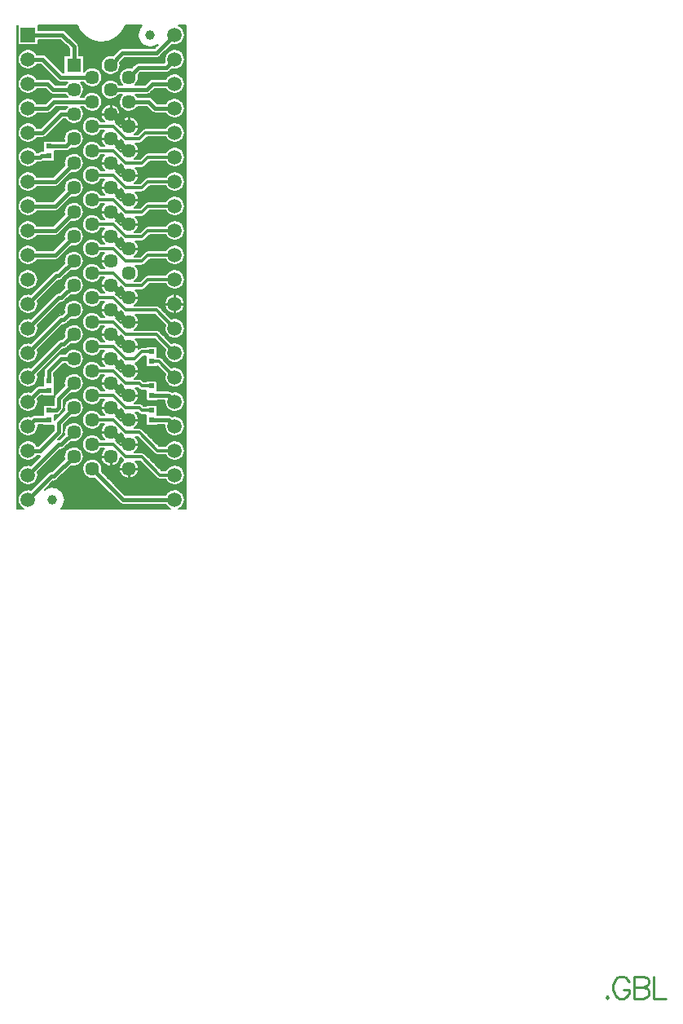
<source format=gbl>
%FSLAX44Y44*%
%MOMM*%
G71*
G01*
G75*
%ADD10C,0.2000*%
%ADD11C,0.4000*%
%ADD12C,0.3300*%
%ADD13C,0.2540*%
%ADD14C,0.2286*%
%ADD15C,1.4500*%
%ADD16R,1.4500X1.4500*%
%ADD17C,1.5000*%
%ADD18R,1.5000X1.5000*%
%ADD19R,0.6000X0.5000*%
%ADD20C,1.0000*%
%ADD21C,0.3000*%
%ADD22C,0.7000*%
D10*
X2273870Y1915227D02*
X2271463Y1915643D01*
X2269026Y1915493D01*
X2266689Y1914787D01*
X2264577Y1913560D01*
X2262804Y1911881D01*
X2261466Y1909838D01*
X2260634Y1907542D01*
X2260354Y1905116D01*
X2260639Y1902691D01*
X2261476Y1900397D01*
X2262818Y1898357D01*
X2264594Y1896681D01*
X2266708Y1895459D01*
X2273870Y1940627D02*
X2271404Y1941046D01*
X2268908Y1940872D01*
X2266524Y1940114D01*
X2264386Y1938815D01*
X2262615Y1937048D01*
X2261311Y1934914D01*
X2260546Y1932532D01*
X2260365Y1930037D01*
X2260777Y1927569D01*
X2261760Y1925269D01*
X2263258Y1923265D01*
X2265185Y1921671D01*
X2267435Y1920576D01*
X2269879Y1920043D01*
X2272380Y1920101D01*
X2274796Y1920748D01*
X2276992Y1921946D01*
X2278844Y1923628D01*
X2280246Y1925699D01*
X2281121Y1928043D01*
X2281418Y1930527D01*
X2280138Y1960959D02*
X2278674Y1963017D01*
X2276763Y1964666D01*
X2274514Y1965814D01*
X2272057Y1966394D01*
X2269532Y1966372D01*
X2267085Y1965749D01*
X2264856Y1964562D01*
X2262974Y1962879D01*
X2261547Y1960796D01*
X2260656Y1958434D01*
X2260354Y1955927D01*
X2260656Y1953420D01*
X2261547Y1951058D01*
X2262974Y1948975D01*
X2264856Y1947292D01*
X2267085Y1946105D01*
X2269532Y1945482D01*
X2272057Y1945460D01*
X2274514Y1946040D01*
X2276763Y1947188D01*
X2278674Y1948837D01*
X2280138Y1950895D01*
X2273878Y1991425D02*
X2271412Y1991846D01*
X2268916Y1991673D01*
X2266531Y1990917D01*
X2264392Y1989619D01*
X2262619Y1987853D01*
X2261313Y1985719D01*
X2260547Y1983337D01*
X2260365Y1980842D01*
X2260776Y1978374D01*
X2261758Y1976073D01*
X2263255Y1974068D01*
X2265182Y1972473D01*
X2267432Y1971378D01*
X2269876Y1970844D01*
X2272377Y1970901D01*
X2274794Y1971547D01*
X2276991Y1972745D01*
X2278843Y1974427D01*
X2280246Y1976499D01*
X2281121Y1978843D01*
X2281418Y1981327D01*
X2273870Y2016827D02*
X2271404Y2017246D01*
X2268908Y2017072D01*
X2266524Y2016313D01*
X2264386Y2015014D01*
X2262615Y2013248D01*
X2261311Y2011114D01*
X2260546Y2008732D01*
X2260365Y2006237D01*
X2260777Y2003769D01*
X2261760Y2001469D01*
X2263258Y1999465D01*
X2265185Y1997871D01*
X2267435Y1996776D01*
X2269879Y1996243D01*
X2272380Y1996302D01*
X2274796Y1996948D01*
X2276992Y1998146D01*
X2278844Y1999828D01*
X2280246Y2001900D01*
X2281121Y2004243D01*
X2281418Y2006727D01*
Y1930527D02*
X2280986Y1933511D01*
X2295016Y1934289D02*
X2293090Y1933906D01*
X2291458Y1932815D01*
X2295016Y1934289D02*
X2293090Y1933906D01*
X2291458Y1932815D01*
X2297851Y1924225D02*
X2299776Y1924608D01*
X2301409Y1925699D01*
X2297851Y1924225D02*
X2299776Y1924608D01*
X2301409Y1925699D01*
X2277236Y1992709D02*
X2273878Y1991425D01*
X2277236Y1992709D02*
X2273878Y1991425D01*
X2281418Y1981327D02*
X2281335Y1982645D01*
X2281418Y2006727D02*
X2280986Y2009711D01*
X2299078Y1988400D02*
X2298508Y1987720D01*
X2299078Y1988400D02*
X2298508Y1987720D01*
X2299936Y1992645D02*
X2301861Y1993028D01*
X2303494Y1994119D01*
X2299936Y1992645D02*
X2301861Y1993028D01*
X2303494Y1994119D01*
X2298204Y2012625D02*
X2297604Y2010242D01*
X2298204Y2012625D02*
X2297604Y2010242D01*
X2299078Y2013800D02*
X2298508Y2013120D01*
X2299078Y2013800D02*
X2298508Y2013120D01*
X2273870Y2042227D02*
X2271404Y2042646D01*
X2268908Y2042472D01*
X2266524Y2041714D01*
X2264386Y2040414D01*
X2262615Y2038648D01*
X2261311Y2036514D01*
X2260546Y2034132D01*
X2260365Y2031637D01*
X2260777Y2029169D01*
X2261760Y2026869D01*
X2263258Y2024865D01*
X2265185Y2023271D01*
X2267435Y2022176D01*
X2269879Y2021643D01*
X2272380Y2021702D01*
X2274796Y2022348D01*
X2276992Y2023546D01*
X2278844Y2025228D01*
X2280246Y2027299D01*
X2281121Y2029643D01*
X2281418Y2032127D01*
X2273870Y2067627D02*
X2271404Y2068046D01*
X2268908Y2067872D01*
X2266524Y2067113D01*
X2264386Y2065815D01*
X2262615Y2064048D01*
X2261311Y2061914D01*
X2260546Y2059532D01*
X2260365Y2057037D01*
X2260777Y2054569D01*
X2261760Y2052269D01*
X2263258Y2050265D01*
X2265185Y2048671D01*
X2267435Y2047576D01*
X2269879Y2047043D01*
X2272380Y2047101D01*
X2274796Y2047748D01*
X2276992Y2048946D01*
X2278844Y2050628D01*
X2280246Y2052699D01*
X2281121Y2055043D01*
X2281418Y2057527D01*
X2273870Y2093027D02*
X2271404Y2093446D01*
X2268908Y2093272D01*
X2266524Y2092513D01*
X2264386Y2091214D01*
X2262615Y2089448D01*
X2261311Y2087314D01*
X2260546Y2084932D01*
X2260365Y2082437D01*
X2260777Y2079969D01*
X2261760Y2077669D01*
X2263258Y2075665D01*
X2265185Y2074071D01*
X2267435Y2072976D01*
X2269879Y2072443D01*
X2272380Y2072502D01*
X2274796Y2073148D01*
X2276992Y2074346D01*
X2278844Y2076028D01*
X2280246Y2078100D01*
X2281121Y2080443D01*
X2281418Y2082927D01*
X2273870Y2118427D02*
X2271404Y2118846D01*
X2268908Y2118672D01*
X2266524Y2117914D01*
X2264386Y2116615D01*
X2262615Y2114848D01*
X2261311Y2112714D01*
X2260546Y2110332D01*
X2260365Y2107837D01*
X2260777Y2105369D01*
X2261760Y2103069D01*
X2263258Y2101065D01*
X2265185Y2099471D01*
X2267435Y2098376D01*
X2269879Y2097843D01*
X2272380Y2097901D01*
X2274796Y2098548D01*
X2276992Y2099746D01*
X2278844Y2101428D01*
X2280246Y2103499D01*
X2281121Y2105843D01*
X2281418Y2108327D01*
Y2133727D02*
X2281112Y2136248D01*
X2280211Y2138622D01*
X2278769Y2140711D01*
X2276869Y2142395D01*
X2274620Y2143575D01*
X2272155Y2144182D01*
X2269616D01*
X2267151Y2143575D01*
X2264903Y2142395D01*
X2263002Y2140711D01*
X2261560Y2138622D01*
X2260660Y2136248D01*
X2260354Y2133727D01*
X2260660Y2131207D01*
X2261560Y2128833D01*
X2263002Y2126743D01*
X2264903Y2125059D01*
X2267151Y2123879D01*
X2269616Y2123272D01*
X2272155D01*
X2274620Y2123879D01*
X2276869Y2125059D01*
X2278769Y2126743D01*
X2280211Y2128833D01*
X2281112Y2131207D01*
X2281418Y2133727D01*
X2282316Y2023189D02*
X2280390Y2022806D01*
X2278758Y2021715D01*
X2282316Y2023189D02*
X2280390Y2022806D01*
X2278758Y2021715D01*
X2281418Y2032127D02*
X2280986Y2035111D01*
X2281418Y2057527D02*
X2280986Y2060511D01*
X2288918Y2042035D02*
X2287827Y2040403D01*
X2287444Y2038477D01*
X2288918Y2042035D02*
X2287827Y2040403D01*
X2287444Y2038477D01*
X2281418Y2082927D02*
X2280986Y2085911D01*
X2281418Y2108327D02*
X2280986Y2111311D01*
X2302636Y2119709D02*
X2300710Y2119326D01*
X2299078Y2118235D01*
X2302636Y2119709D02*
X2300710Y2119326D01*
X2299078Y2118235D01*
X2300096Y2142569D02*
X2298170Y2142186D01*
X2296538Y2141095D01*
X2300096Y2142569D02*
X2298170Y2142186D01*
X2296538Y2141095D01*
X2309298Y1905127D02*
X2309028Y1907762D01*
X2308231Y1910287D01*
X2306939Y1912599D01*
X2305205Y1914601D01*
X2303102Y1916211D01*
X2300717Y1917361D01*
X2298148Y1918005D01*
X2295502Y1918116D01*
X2292888Y1917688D01*
X2290415Y1916740D01*
X2288186Y1915311D01*
X2304995Y1895459D02*
X2306814Y1897480D01*
X2308174Y1899836D01*
X2309014Y1902422D01*
X2309298Y1905127D01*
X2305471Y1957245D02*
X2307396Y1957628D01*
X2309029Y1958719D01*
X2305471Y1957245D02*
X2307396Y1957628D01*
X2309029Y1958719D01*
X2315729Y1940018D02*
X2318403Y1939636D01*
X2321085Y1939962D01*
X2323589Y1940977D01*
X2325743Y1942609D01*
X2327397Y1944745D01*
X2328438Y1947238D01*
X2328793Y1949917D01*
X2328488Y1952401D01*
X2327593Y1954737D01*
X2326160Y1956788D01*
X2324273Y1958432D01*
X2322045Y1959572D01*
X2319608Y1960140D01*
X2317106Y1960103D01*
X2314688Y1959462D01*
X2312495Y1958256D01*
X2310659Y1956556D01*
X2309288Y1954462D01*
X2308463Y1952100D01*
X2308233Y1949608D01*
X2308612Y1947135D01*
X2306194Y1971419D02*
X2307285Y1973051D01*
X2307668Y1974977D01*
X2306194Y1971419D02*
X2307285Y1973051D01*
X2307668Y1974977D01*
X2306194Y1996819D02*
X2307285Y1998451D01*
X2307668Y2000377D01*
X2306194Y1996819D02*
X2307285Y1998451D01*
X2307668Y2000377D01*
X2328793Y1975317D02*
X2328488Y1977801D01*
X2327593Y1980137D01*
X2326160Y1982188D01*
X2324273Y1983833D01*
X2322045Y1984972D01*
X2319608Y1985540D01*
X2317106Y1985503D01*
X2314688Y1984862D01*
X2312495Y1983656D01*
X2310659Y1981956D01*
X2309288Y1979863D01*
X2308463Y1977500D01*
X2308233Y1975008D01*
X2308612Y1972535D01*
X2315729Y1965419D02*
X2318403Y1965036D01*
X2321085Y1965363D01*
X2323589Y1966377D01*
X2325743Y1968009D01*
X2327397Y1970145D01*
X2328438Y1972639D01*
X2328793Y1975317D01*
Y2000717D02*
X2328488Y2003201D01*
X2327593Y2005537D01*
X2326160Y2007588D01*
X2324273Y2009232D01*
X2322045Y2010372D01*
X2319608Y2010940D01*
X2317106Y2010903D01*
X2314688Y2010262D01*
X2312495Y2009056D01*
X2310659Y2007356D01*
X2309288Y2005262D01*
X2308463Y2002900D01*
X2308233Y2000408D01*
X2308612Y1997935D01*
X2315729Y1990818D02*
X2318403Y1990436D01*
X2321085Y1990762D01*
X2323589Y1991777D01*
X2325743Y1993409D01*
X2327397Y1995545D01*
X2328438Y1998038D01*
X2328793Y2000717D01*
X2315729Y2016219D02*
X2318403Y2015836D01*
X2321085Y2016163D01*
X2323589Y2017177D01*
X2325743Y2018809D01*
X2327397Y2020945D01*
X2328438Y2023439D01*
X2328793Y2026117D01*
X2347843Y1937217D02*
X2347525Y1939754D01*
X2346591Y1942134D01*
X2345098Y1944210D01*
X2343140Y1945854D01*
X2340836Y1946963D01*
X2338330Y1947470D01*
X2335776Y1947343D01*
X2333333Y1946590D01*
X2331151Y1945257D01*
X2329365Y1943426D01*
X2328087Y1941212D01*
X2327394Y1938751D01*
X2327330Y1936195D01*
X2327898Y1933702D01*
X2329064Y1931427D01*
X2330756Y1929509D01*
X2332868Y1928068D01*
X2335270Y1927193D01*
X2337814Y1926938D01*
X2340343Y1927319D01*
X2346790Y1967149D02*
X2345421Y1969245D01*
X2343586Y1970948D01*
X2341394Y1972158D01*
X2338974Y1972801D01*
X2336471Y1972841D01*
X2334032Y1972275D01*
X2331803Y1971136D01*
X2329915Y1969491D01*
X2328480Y1967440D01*
X2327584Y1965102D01*
X2327279Y1962617D01*
X2327584Y1960132D01*
X2328480Y1957794D01*
X2329915Y1955743D01*
X2331803Y1954098D01*
X2334032Y1952959D01*
X2336471Y1952393D01*
X2338974Y1952433D01*
X2341394Y1953076D01*
X2343586Y1954285D01*
X2345421Y1955989D01*
X2346790Y1958085D01*
Y1992549D02*
X2345421Y1994645D01*
X2343586Y1996349D01*
X2341394Y1997558D01*
X2338974Y1998201D01*
X2336471Y1998241D01*
X2334032Y1997675D01*
X2331803Y1996536D01*
X2329915Y1994891D01*
X2328480Y1992840D01*
X2327584Y1990502D01*
X2327279Y1988017D01*
X2327584Y1985532D01*
X2328480Y1983194D01*
X2329915Y1981143D01*
X2331803Y1979498D01*
X2334032Y1978359D01*
X2336471Y1977793D01*
X2338974Y1977833D01*
X2341394Y1978476D01*
X2343586Y1979686D01*
X2345421Y1981389D01*
X2346790Y1983485D01*
Y2017949D02*
X2345421Y2020045D01*
X2343586Y2021749D01*
X2341394Y2022958D01*
X2338974Y2023601D01*
X2336471Y2023641D01*
X2334032Y2023075D01*
X2331803Y2021936D01*
X2329915Y2020291D01*
X2328480Y2018240D01*
X2327584Y2015902D01*
X2327279Y2013417D01*
X2327584Y2010932D01*
X2328480Y2008594D01*
X2329915Y2006543D01*
X2331803Y2004898D01*
X2334032Y2003759D01*
X2336471Y2003193D01*
X2338974Y2003233D01*
X2341394Y2003876D01*
X2343586Y2005085D01*
X2345421Y2006789D01*
X2346790Y2008885D01*
X2305516Y2056549D02*
X2303590Y2056166D01*
X2301958Y2055075D01*
X2305516Y2056549D02*
X2303590Y2056166D01*
X2301958Y2055075D01*
X2305176Y2071449D02*
X2303250Y2071066D01*
X2301618Y2069975D01*
X2305176Y2071449D02*
X2303250Y2071066D01*
X2301618Y2069975D01*
X2328793Y2026117D02*
X2328488Y2028601D01*
X2327593Y2030937D01*
X2326160Y2032988D01*
X2324273Y2034633D01*
X2322045Y2035772D01*
X2319608Y2036340D01*
X2317106Y2036303D01*
X2314688Y2035662D01*
X2312495Y2034456D01*
X2310659Y2032756D01*
X2309288Y2030663D01*
X2308463Y2028300D01*
X2308233Y2025808D01*
X2308612Y2023335D01*
X2309544Y2046485D02*
X2310991Y2044505D01*
X2312866Y2042923D01*
X2315062Y2041831D01*
X2317454Y2041290D01*
X2319906Y2041330D01*
X2322279Y2041951D01*
X2324438Y2043115D01*
X2326259Y2044758D01*
X2327639Y2046785D01*
X2328500Y2049082D01*
X2328793Y2051517D01*
Y2051517D02*
X2328500Y2053952D01*
X2327639Y2056249D01*
X2326259Y2058276D01*
X2324438Y2059919D01*
X2322279Y2061084D01*
X2319906Y2061704D01*
X2317454Y2061745D01*
X2315062Y2061203D01*
X2312866Y2060111D01*
X2310991Y2058529D01*
X2309544Y2056549D01*
X2308011Y2061385D02*
X2309936Y2061768D01*
X2311569Y2062859D01*
X2308011Y2061385D02*
X2309936Y2061768D01*
X2311569Y2062859D01*
X2328793Y2076917D02*
X2328488Y2079401D01*
X2327593Y2081737D01*
X2326160Y2083788D01*
X2324273Y2085432D01*
X2322045Y2086572D01*
X2319608Y2087140D01*
X2317106Y2087103D01*
X2314688Y2086462D01*
X2312495Y2085256D01*
X2310659Y2083556D01*
X2309288Y2081463D01*
X2308463Y2079100D01*
X2308233Y2076608D01*
X2308612Y2074135D01*
X2315729Y2067018D02*
X2318403Y2066636D01*
X2321085Y2066962D01*
X2323589Y2067977D01*
X2325743Y2069609D01*
X2327397Y2071745D01*
X2328438Y2074238D01*
X2328793Y2076917D01*
X2305176Y2096849D02*
X2303250Y2096466D01*
X2301618Y2095375D01*
X2305176Y2096849D02*
X2303250Y2096466D01*
X2301618Y2095375D01*
X2305471Y2109645D02*
X2307396Y2110028D01*
X2309029Y2111119D01*
X2305471Y2109645D02*
X2307396Y2110028D01*
X2309029Y2111119D01*
X2302931Y2132505D02*
X2304856Y2132888D01*
X2306489Y2133979D01*
X2302931Y2132505D02*
X2304856Y2132888D01*
X2306489Y2133979D01*
X2308011Y2086785D02*
X2309936Y2087168D01*
X2311569Y2088259D01*
X2308011Y2086785D02*
X2309936Y2087168D01*
X2311569Y2088259D01*
X2328793Y2102317D02*
X2328488Y2104801D01*
X2327593Y2107137D01*
X2326160Y2109188D01*
X2324273Y2110833D01*
X2322045Y2111972D01*
X2319608Y2112540D01*
X2317106Y2112503D01*
X2314688Y2111862D01*
X2312495Y2110656D01*
X2310659Y2108956D01*
X2309288Y2106862D01*
X2308463Y2104500D01*
X2308233Y2102008D01*
X2308612Y2099535D01*
X2315729Y2092419D02*
X2318403Y2092036D01*
X2321085Y2092363D01*
X2323589Y2093377D01*
X2325743Y2095009D01*
X2327397Y2097145D01*
X2328438Y2099639D01*
X2328793Y2102317D01*
Y2127717D02*
X2328488Y2130201D01*
X2327593Y2132537D01*
X2326160Y2134588D01*
X2324273Y2136232D01*
X2322045Y2137372D01*
X2319608Y2137940D01*
X2317106Y2137903D01*
X2314688Y2137262D01*
X2312495Y2136056D01*
X2310659Y2134356D01*
X2309288Y2132263D01*
X2308463Y2129900D01*
X2308233Y2127408D01*
X2308612Y2124935D01*
X2315729Y2117818D02*
X2318403Y2117436D01*
X2321085Y2117762D01*
X2323589Y2118777D01*
X2325743Y2120409D01*
X2327397Y2122545D01*
X2328438Y2125038D01*
X2328793Y2127717D01*
X2346790Y2043349D02*
X2345421Y2045445D01*
X2343586Y2047148D01*
X2341394Y2048358D01*
X2338974Y2049001D01*
X2336471Y2049041D01*
X2334032Y2048475D01*
X2331803Y2047336D01*
X2329915Y2045691D01*
X2328480Y2043640D01*
X2327584Y2041302D01*
X2327279Y2038817D01*
X2327584Y2036332D01*
X2328480Y2033994D01*
X2329915Y2031943D01*
X2331803Y2030298D01*
X2334032Y2029159D01*
X2336471Y2028593D01*
X2338974Y2028633D01*
X2341394Y2029276D01*
X2343586Y2030486D01*
X2345421Y2032189D01*
X2346790Y2034285D01*
Y2068749D02*
X2345421Y2070845D01*
X2343586Y2072549D01*
X2341394Y2073758D01*
X2338974Y2074401D01*
X2336471Y2074441D01*
X2334032Y2073875D01*
X2331803Y2072736D01*
X2329915Y2071091D01*
X2328480Y2069040D01*
X2327584Y2066702D01*
X2327279Y2064217D01*
X2327584Y2061732D01*
X2328480Y2059394D01*
X2329915Y2057343D01*
X2331803Y2055698D01*
X2334032Y2054559D01*
X2336471Y2053993D01*
X2338974Y2054033D01*
X2341394Y2054676D01*
X2343586Y2055885D01*
X2345421Y2057589D01*
X2346790Y2059685D01*
Y2094149D02*
X2345421Y2096245D01*
X2343586Y2097948D01*
X2341394Y2099158D01*
X2338974Y2099801D01*
X2336471Y2099841D01*
X2334032Y2099275D01*
X2331803Y2098136D01*
X2329915Y2096491D01*
X2328480Y2094440D01*
X2327584Y2092102D01*
X2327279Y2089617D01*
X2327584Y2087132D01*
X2328480Y2084794D01*
X2329915Y2082743D01*
X2331803Y2081098D01*
X2334032Y2079959D01*
X2336471Y2079393D01*
X2338974Y2079433D01*
X2341394Y2080076D01*
X2343586Y2081286D01*
X2345421Y2082989D01*
X2346790Y2085085D01*
Y2119549D02*
X2345421Y2121645D01*
X2343586Y2123349D01*
X2341394Y2124558D01*
X2338974Y2125201D01*
X2336471Y2125241D01*
X2334032Y2124675D01*
X2331803Y2123536D01*
X2329915Y2121891D01*
X2328480Y2119840D01*
X2327584Y2117502D01*
X2327279Y2115017D01*
X2327584Y2112532D01*
X2328480Y2110194D01*
X2329915Y2108143D01*
X2331803Y2106498D01*
X2334032Y2105359D01*
X2336471Y2104793D01*
X2338974Y2104833D01*
X2341394Y2105476D01*
X2343586Y2106685D01*
X2345421Y2108389D01*
X2346790Y2110485D01*
Y2144949D02*
X2345421Y2147045D01*
X2343586Y2148748D01*
X2341394Y2149958D01*
X2338974Y2150601D01*
X2336471Y2150641D01*
X2334032Y2150075D01*
X2331803Y2148936D01*
X2329915Y2147291D01*
X2328480Y2145240D01*
X2327584Y2142902D01*
X2327279Y2140417D01*
X2327584Y2137932D01*
X2328480Y2135594D01*
X2329915Y2133543D01*
X2331803Y2131898D01*
X2334032Y2130759D01*
X2336471Y2130193D01*
X2338974Y2130233D01*
X2341394Y2130876D01*
X2343586Y2132086D01*
X2345421Y2133789D01*
X2346790Y2135885D01*
X2280138Y2164159D02*
X2278674Y2166216D01*
X2276763Y2167867D01*
X2274514Y2169014D01*
X2272057Y2169594D01*
X2269532Y2169572D01*
X2267085Y2168949D01*
X2264856Y2167762D01*
X2262974Y2166079D01*
X2261547Y2163996D01*
X2260656Y2161634D01*
X2260354Y2159127D01*
X2260656Y2156620D01*
X2261547Y2154258D01*
X2262974Y2152175D01*
X2264856Y2150492D01*
X2267085Y2149305D01*
X2269532Y2148682D01*
X2272057Y2148660D01*
X2274514Y2149240D01*
X2276763Y2150388D01*
X2278674Y2152038D01*
X2280138Y2154095D01*
Y2189559D02*
X2278674Y2191617D01*
X2276763Y2193266D01*
X2274514Y2194414D01*
X2272057Y2194994D01*
X2269532Y2194972D01*
X2267085Y2194349D01*
X2264856Y2193162D01*
X2262974Y2191479D01*
X2261547Y2189396D01*
X2260656Y2187034D01*
X2260354Y2184527D01*
X2260656Y2182020D01*
X2261547Y2179658D01*
X2262974Y2177575D01*
X2264856Y2175892D01*
X2267085Y2174705D01*
X2269532Y2174082D01*
X2272057Y2174060D01*
X2274514Y2174640D01*
X2276763Y2175788D01*
X2278674Y2177437D01*
X2280138Y2179495D01*
Y2214959D02*
X2278674Y2217016D01*
X2276763Y2218667D01*
X2274514Y2219814D01*
X2272057Y2220394D01*
X2269532Y2220372D01*
X2267085Y2219749D01*
X2264856Y2218562D01*
X2262974Y2216879D01*
X2261547Y2214796D01*
X2260656Y2212434D01*
X2260354Y2209927D01*
X2260656Y2207420D01*
X2261547Y2205058D01*
X2262974Y2202975D01*
X2264856Y2201292D01*
X2267085Y2200105D01*
X2269532Y2199482D01*
X2272057Y2199460D01*
X2274514Y2200040D01*
X2276763Y2201187D01*
X2278674Y2202838D01*
X2280138Y2204895D01*
Y2240359D02*
X2278674Y2242417D01*
X2276763Y2244066D01*
X2274514Y2245214D01*
X2272057Y2245794D01*
X2269532Y2245772D01*
X2267085Y2245149D01*
X2264856Y2243962D01*
X2262974Y2242279D01*
X2261547Y2240196D01*
X2260656Y2237834D01*
X2260354Y2235327D01*
X2260656Y2232820D01*
X2261547Y2230458D01*
X2262974Y2228375D01*
X2264856Y2226692D01*
X2267085Y2225505D01*
X2269532Y2224882D01*
X2272057Y2224860D01*
X2274514Y2225440D01*
X2276763Y2226588D01*
X2278674Y2228237D01*
X2280138Y2230295D01*
Y2265759D02*
X2278674Y2267816D01*
X2276763Y2269467D01*
X2274514Y2270614D01*
X2272057Y2271194D01*
X2269532Y2271172D01*
X2267085Y2270549D01*
X2264856Y2269362D01*
X2262974Y2267679D01*
X2261547Y2265596D01*
X2260656Y2263234D01*
X2260354Y2260727D01*
X2260656Y2258220D01*
X2261547Y2255858D01*
X2262974Y2253775D01*
X2264856Y2252092D01*
X2267085Y2250905D01*
X2269532Y2250282D01*
X2272057Y2250260D01*
X2274514Y2250840D01*
X2276763Y2251987D01*
X2278674Y2253638D01*
X2280138Y2255695D01*
X2299121Y2154095D02*
X2301046Y2154478D01*
X2302679Y2155569D01*
X2299121Y2154095D02*
X2301046Y2154478D01*
X2302679Y2155569D01*
X2299121Y2179495D02*
X2301046Y2179878D01*
X2302679Y2180969D01*
X2299121Y2179495D02*
X2301046Y2179878D01*
X2302679Y2180969D01*
X2299121Y2204895D02*
X2301046Y2205278D01*
X2302679Y2206369D01*
X2299121Y2204895D02*
X2301046Y2205278D01*
X2302679Y2206369D01*
X2283586Y2255695D02*
X2286444Y2256585D01*
X2283586Y2255695D02*
X2286444Y2256585D01*
X2284856Y2267029D02*
X2281514Y2265759D01*
X2284856Y2267029D02*
X2281514Y2265759D01*
X2299121Y2230295D02*
X2301046Y2230678D01*
X2302679Y2231769D01*
X2299121Y2230295D02*
X2301046Y2230678D01*
X2302679Y2231769D01*
X2280138Y2291159D02*
X2278674Y2293217D01*
X2276763Y2294866D01*
X2274514Y2296014D01*
X2272057Y2296594D01*
X2269532Y2296572D01*
X2267085Y2295949D01*
X2264856Y2294762D01*
X2262974Y2293079D01*
X2261547Y2290996D01*
X2260656Y2288634D01*
X2260354Y2286127D01*
X2260656Y2283620D01*
X2261547Y2281258D01*
X2262974Y2279175D01*
X2264856Y2277492D01*
X2267085Y2276305D01*
X2269532Y2275682D01*
X2272057Y2275660D01*
X2274514Y2276240D01*
X2276763Y2277388D01*
X2278674Y2279037D01*
X2280138Y2281095D01*
Y2316559D02*
X2278674Y2318616D01*
X2276763Y2320267D01*
X2274514Y2321414D01*
X2272057Y2321994D01*
X2269532Y2321972D01*
X2267085Y2321349D01*
X2264856Y2320162D01*
X2262974Y2318479D01*
X2261547Y2316396D01*
X2260656Y2314034D01*
X2260354Y2311527D01*
X2260656Y2309020D01*
X2261547Y2306658D01*
X2262974Y2304575D01*
X2264856Y2302892D01*
X2267085Y2301705D01*
X2269532Y2301082D01*
X2272057Y2301060D01*
X2274514Y2301640D01*
X2276763Y2302787D01*
X2278674Y2304438D01*
X2280138Y2306495D01*
Y2341959D02*
X2278674Y2344017D01*
X2276763Y2345667D01*
X2274514Y2346814D01*
X2272057Y2347394D01*
X2269532Y2347372D01*
X2267085Y2346749D01*
X2264856Y2345562D01*
X2262974Y2343879D01*
X2261547Y2341796D01*
X2260656Y2339434D01*
X2260354Y2336927D01*
X2260656Y2334420D01*
X2261547Y2332058D01*
X2262974Y2329975D01*
X2264856Y2328292D01*
X2267085Y2327105D01*
X2269532Y2326482D01*
X2272057Y2326460D01*
X2274514Y2327040D01*
X2276763Y2328188D01*
X2278674Y2329837D01*
X2280138Y2331895D01*
Y2367359D02*
X2278674Y2369417D01*
X2276763Y2371066D01*
X2274514Y2372214D01*
X2272057Y2372794D01*
X2269532Y2372772D01*
X2267085Y2372149D01*
X2264856Y2370962D01*
X2262974Y2369279D01*
X2261547Y2367196D01*
X2260656Y2364834D01*
X2260354Y2362327D01*
X2260656Y2359820D01*
X2261547Y2357458D01*
X2262974Y2355375D01*
X2264856Y2353692D01*
X2267085Y2352505D01*
X2269532Y2351882D01*
X2272057Y2351860D01*
X2274514Y2352440D01*
X2276763Y2353587D01*
X2278674Y2355237D01*
X2280138Y2357295D01*
X2286126Y2281095D02*
X2288051Y2281478D01*
X2289684Y2282569D01*
X2286126Y2281095D02*
X2288051Y2281478D01*
X2289684Y2282569D01*
X2291206Y2306495D02*
X2293131Y2306878D01*
X2294764Y2307969D01*
X2291206Y2306495D02*
X2293131Y2306878D01*
X2294764Y2307969D01*
X2297896Y2323249D02*
X2295970Y2322866D01*
X2294338Y2321775D01*
X2297896Y2323249D02*
X2295970Y2322866D01*
X2294338Y2321775D01*
X2289684Y2365885D02*
X2288051Y2366976D01*
X2286126Y2367359D01*
X2289684Y2365885D02*
X2288051Y2366976D01*
X2286126Y2367359D01*
X2294764Y2340485D02*
X2293131Y2341576D01*
X2291206Y2341959D01*
X2294764Y2340485D02*
X2293131Y2341576D01*
X2291206Y2341959D01*
X2293658Y2327359D02*
X2295290Y2326268D01*
X2297216Y2325885D01*
X2293658Y2327359D02*
X2295290Y2326268D01*
X2297216Y2325885D01*
X2315729Y2143219D02*
X2318403Y2142836D01*
X2321085Y2143163D01*
X2323589Y2144177D01*
X2325743Y2145809D01*
X2327397Y2147945D01*
X2328438Y2150439D01*
X2328793Y2153117D01*
X2328488Y2155601D01*
X2327593Y2157937D01*
X2326160Y2159988D01*
X2324273Y2161633D01*
X2322045Y2162772D01*
X2319608Y2163340D01*
X2317106Y2163303D01*
X2314688Y2162662D01*
X2312495Y2161456D01*
X2310659Y2159756D01*
X2309288Y2157663D01*
X2308463Y2155300D01*
X2308233Y2152808D01*
X2308612Y2150335D01*
X2328793Y2178517D02*
X2328488Y2181001D01*
X2327593Y2183337D01*
X2326160Y2185388D01*
X2324273Y2187032D01*
X2322045Y2188172D01*
X2319608Y2188740D01*
X2317106Y2188703D01*
X2314688Y2188062D01*
X2312495Y2186856D01*
X2310659Y2185156D01*
X2309288Y2183062D01*
X2308463Y2180700D01*
X2308233Y2178208D01*
X2308612Y2175735D01*
X2315729Y2168618D02*
X2318403Y2168236D01*
X2321085Y2168562D01*
X2323589Y2169577D01*
X2325743Y2171209D01*
X2327397Y2173345D01*
X2328438Y2175838D01*
X2328793Y2178517D01*
Y2203917D02*
X2328488Y2206401D01*
X2327593Y2208737D01*
X2326160Y2210788D01*
X2324273Y2212433D01*
X2322045Y2213572D01*
X2319608Y2214140D01*
X2317106Y2214103D01*
X2314688Y2213462D01*
X2312495Y2212256D01*
X2310659Y2210556D01*
X2309288Y2208463D01*
X2308463Y2206100D01*
X2308233Y2203608D01*
X2308612Y2201135D01*
X2315729Y2194019D02*
X2318403Y2193636D01*
X2321085Y2193963D01*
X2323589Y2194977D01*
X2325743Y2196609D01*
X2327397Y2198745D01*
X2328438Y2201239D01*
X2328793Y2203917D01*
Y2229317D02*
X2328488Y2231801D01*
X2327593Y2234137D01*
X2326160Y2236188D01*
X2324273Y2237832D01*
X2322045Y2238972D01*
X2319608Y2239540D01*
X2317106Y2239503D01*
X2314688Y2238862D01*
X2312495Y2237656D01*
X2310659Y2235956D01*
X2309288Y2233862D01*
X2308463Y2231500D01*
X2308233Y2229008D01*
X2308612Y2226535D01*
X2315729Y2219418D02*
X2318403Y2219036D01*
X2321085Y2219362D01*
X2323589Y2220377D01*
X2325743Y2222009D01*
X2327397Y2224145D01*
X2328438Y2226638D01*
X2328793Y2229317D01*
Y2254717D02*
X2328488Y2257201D01*
X2327593Y2259537D01*
X2326160Y2261588D01*
X2324273Y2263233D01*
X2322045Y2264372D01*
X2319608Y2264940D01*
X2317106Y2264903D01*
X2314688Y2264262D01*
X2312495Y2263056D01*
X2310659Y2261356D01*
X2309288Y2259263D01*
X2308463Y2256900D01*
X2308233Y2254408D01*
X2308612Y2251935D01*
X2310391Y2266965D02*
X2312316Y2267348D01*
X2313949Y2268439D01*
X2310391Y2266965D02*
X2312316Y2267348D01*
X2313949Y2268439D01*
X2315729Y2244819D02*
X2318403Y2244436D01*
X2321085Y2244763D01*
X2323589Y2245777D01*
X2325743Y2247409D01*
X2327397Y2249545D01*
X2328438Y2252039D01*
X2328793Y2254717D01*
X2346790Y2170349D02*
X2345421Y2172445D01*
X2343586Y2174149D01*
X2341394Y2175358D01*
X2338974Y2176001D01*
X2336471Y2176041D01*
X2334032Y2175475D01*
X2331803Y2174336D01*
X2329915Y2172691D01*
X2328480Y2170640D01*
X2327584Y2168302D01*
X2327279Y2165817D01*
X2327584Y2163332D01*
X2328480Y2160994D01*
X2329915Y2158943D01*
X2331803Y2157298D01*
X2334032Y2156159D01*
X2336471Y2155593D01*
X2338974Y2155633D01*
X2341394Y2156276D01*
X2343586Y2157486D01*
X2345421Y2159189D01*
X2346790Y2161285D01*
Y2195749D02*
X2345421Y2197845D01*
X2343586Y2199548D01*
X2341394Y2200758D01*
X2338974Y2201401D01*
X2336471Y2201441D01*
X2334032Y2200875D01*
X2331803Y2199736D01*
X2329915Y2198091D01*
X2328480Y2196040D01*
X2327584Y2193702D01*
X2327279Y2191217D01*
X2327584Y2188732D01*
X2328480Y2186394D01*
X2329915Y2184343D01*
X2331803Y2182698D01*
X2334032Y2181559D01*
X2336471Y2180993D01*
X2338974Y2181033D01*
X2341394Y2181676D01*
X2343586Y2182885D01*
X2345421Y2184589D01*
X2346790Y2186685D01*
Y2221149D02*
X2345421Y2223245D01*
X2343586Y2224948D01*
X2341394Y2226158D01*
X2338974Y2226801D01*
X2336471Y2226841D01*
X2334032Y2226275D01*
X2331803Y2225136D01*
X2329915Y2223491D01*
X2328480Y2221440D01*
X2327584Y2219102D01*
X2327279Y2216617D01*
X2327584Y2214132D01*
X2328480Y2211794D01*
X2329915Y2209743D01*
X2331803Y2208098D01*
X2334032Y2206959D01*
X2336471Y2206393D01*
X2338974Y2206433D01*
X2341394Y2207076D01*
X2343586Y2208286D01*
X2345421Y2209989D01*
X2346790Y2212085D01*
Y2246549D02*
X2345421Y2248645D01*
X2343586Y2250349D01*
X2341394Y2251558D01*
X2338974Y2252201D01*
X2336471Y2252241D01*
X2334032Y2251675D01*
X2331803Y2250536D01*
X2329915Y2248891D01*
X2328480Y2246840D01*
X2327584Y2244502D01*
X2327279Y2242017D01*
X2327584Y2239532D01*
X2328480Y2237194D01*
X2329915Y2235143D01*
X2331803Y2233498D01*
X2334032Y2232359D01*
X2336471Y2231793D01*
X2338974Y2231833D01*
X2341394Y2232476D01*
X2343586Y2233685D01*
X2345421Y2235389D01*
X2346790Y2237485D01*
X2305516Y2310549D02*
X2303590Y2310166D01*
X2301958Y2309075D01*
X2305516Y2310549D02*
X2303590Y2310166D01*
X2301958Y2309075D01*
X2328793Y2280117D02*
X2328488Y2282601D01*
X2327593Y2284937D01*
X2326160Y2286988D01*
X2324273Y2288633D01*
X2322045Y2289772D01*
X2319608Y2290340D01*
X2317106Y2290303D01*
X2314688Y2289662D01*
X2312495Y2288456D01*
X2310659Y2286756D01*
X2309288Y2284662D01*
X2308463Y2282300D01*
X2308233Y2279808D01*
X2308612Y2277335D01*
X2315729Y2270219D02*
X2318403Y2269836D01*
X2321085Y2270163D01*
X2323589Y2271177D01*
X2325743Y2272809D01*
X2327397Y2274945D01*
X2328438Y2277439D01*
X2328793Y2280117D01*
X2311661Y2313185D02*
X2309544Y2310549D01*
Y2300485D02*
X2310991Y2298505D01*
X2312866Y2296923D01*
X2315062Y2295831D01*
X2317454Y2295289D01*
X2319906Y2295330D01*
X2322279Y2295950D01*
X2324438Y2297115D01*
X2326259Y2298758D01*
X2327639Y2300785D01*
X2328500Y2303082D01*
X2328793Y2305517D01*
X2309544Y2325885D02*
X2311661Y2323249D01*
X2301278Y2340059D02*
X2302910Y2338968D01*
X2304836Y2338585D01*
X2301278Y2340059D02*
X2302910Y2338968D01*
X2304836Y2338585D01*
X2310004Y2391285D02*
X2308371Y2392376D01*
X2306446Y2392759D01*
X2310004Y2391285D02*
X2308371Y2392376D01*
X2306446Y2392759D01*
X2311661Y2338585D02*
X2309544Y2335949D01*
X2328793Y2305517D02*
X2328391Y2308364D01*
X2327216Y2310988D01*
X2325361Y2313185D01*
Y2323249D02*
X2327216Y2325446D01*
X2328391Y2328070D01*
X2328793Y2330917D01*
X2346790Y2271949D02*
X2345421Y2274045D01*
X2343586Y2275748D01*
X2341394Y2276958D01*
X2338974Y2277601D01*
X2336471Y2277641D01*
X2334032Y2277075D01*
X2331803Y2275936D01*
X2329915Y2274291D01*
X2328480Y2272240D01*
X2327584Y2269902D01*
X2327279Y2267417D01*
X2327584Y2264932D01*
X2328480Y2262594D01*
X2329915Y2260543D01*
X2331803Y2258898D01*
X2334032Y2257759D01*
X2336471Y2257193D01*
X2338974Y2257233D01*
X2341394Y2257876D01*
X2343586Y2259086D01*
X2345421Y2260789D01*
X2346790Y2262885D01*
Y2297349D02*
X2345421Y2299445D01*
X2343586Y2301149D01*
X2341394Y2302358D01*
X2338974Y2303001D01*
X2336471Y2303041D01*
X2334032Y2302475D01*
X2331803Y2301336D01*
X2329915Y2299691D01*
X2328480Y2297640D01*
X2327584Y2295302D01*
X2327279Y2292817D01*
X2327584Y2290332D01*
X2328480Y2287994D01*
X2329915Y2285943D01*
X2331803Y2284298D01*
X2334032Y2283159D01*
X2336471Y2282593D01*
X2338974Y2282633D01*
X2341394Y2283276D01*
X2343586Y2284485D01*
X2345421Y2286189D01*
X2346790Y2288285D01*
X2328594Y2313185D02*
X2330041Y2311205D01*
X2331916Y2309623D01*
X2334112Y2308531D01*
X2336504Y2307990D01*
X2338956Y2308030D01*
X2341329Y2308651D01*
X2343488Y2309815D01*
X2345309Y2311458D01*
X2346689Y2313485D01*
X2347550Y2315782D01*
X2347843Y2318217D01*
Y2318217D02*
X2347550Y2320652D01*
X2346689Y2322949D01*
X2345309Y2324976D01*
X2343488Y2326619D01*
X2341329Y2327784D01*
X2338956Y2328404D01*
X2336504Y2328445D01*
X2334112Y2327903D01*
X2331916Y2326811D01*
X2330041Y2325229D01*
X2328594Y2323249D01*
X2328793Y2330917D02*
X2328391Y2333764D01*
X2327216Y2336389D01*
X2325361Y2338585D01*
X2323543Y2375662D02*
X2323160Y2377588D01*
X2322069Y2379220D01*
X2323543Y2375662D02*
X2323160Y2377588D01*
X2322069Y2379220D01*
X2328594Y2338585D02*
X2330041Y2336605D01*
X2331916Y2335023D01*
X2334112Y2333931D01*
X2336504Y2333389D01*
X2338956Y2333430D01*
X2341329Y2334050D01*
X2343488Y2335215D01*
X2345309Y2336858D01*
X2346689Y2338885D01*
X2347550Y2341182D01*
X2347843Y2343617D01*
Y2343617D02*
X2347499Y2346252D01*
X2346492Y2348712D01*
X2344888Y2350831D01*
X2342794Y2352468D01*
X2340351Y2353513D01*
X2337721Y2353898D01*
X2335081Y2353595D01*
X2332606Y2352626D01*
X2330462Y2351055D01*
X2328793Y2348987D01*
X2322002Y2397395D02*
X2322985Y2395099D01*
X2324178Y2392904D01*
X2325570Y2390831D01*
X2327149Y2388895D01*
X2328902Y2387116D01*
X2330813Y2385507D01*
X2332865Y2384084D01*
X2335041Y2382858D01*
X2337322Y2381839D01*
X2339687Y2381038D01*
X2342117Y2380461D01*
X2344591Y2380112D01*
X2347086Y2379996D01*
X2349581Y2380112D01*
X2352054Y2380461D01*
X2354484Y2381038D01*
X2356850Y2381839D01*
X2359131Y2382858D01*
X2361307Y2384084D01*
X2363359Y2385507D01*
X2365270Y2387116D01*
X2367022Y2388895D01*
X2368602Y2390831D01*
X2369994Y2392904D01*
X2371186Y2395099D01*
X2372170Y2397395D01*
X2347459Y1934435D02*
X2347843Y1937217D01*
X2366093Y1901569D02*
X2367725Y1900478D01*
X2369651Y1900095D01*
X2366093Y1901569D02*
X2367725Y1900478D01*
X2369651Y1900095D01*
X2350365Y1958085D02*
X2348556Y1956308D01*
X2347237Y1954141D01*
X2346488Y1951718D01*
X2346355Y1949185D01*
X2346846Y1946697D01*
X2347932Y1944404D01*
X2349545Y1942447D01*
X2351589Y1940945D01*
X2353938Y1939988D01*
X2356450Y1939636D01*
X2358972Y1939910D01*
X2361350Y1940792D01*
X2363439Y1942230D01*
X2365113Y1944135D01*
X2366270Y1946393D01*
X2366839Y1948865D01*
X2370015Y1945811D02*
X2368113Y1944200D01*
X2366655Y1942178D01*
X2365726Y1939866D01*
X2365380Y1937397D01*
X2365639Y1934918D01*
X2366487Y1932574D01*
X2367873Y1930503D01*
X2369718Y1928826D01*
X2371911Y1927643D01*
X2374325Y1927022D01*
X2376817Y1927000D01*
X2379242Y1927579D01*
X2381456Y1928724D01*
X2383329Y1930368D01*
X2384752Y1932414D01*
X2385641Y1934743D01*
X2385943Y1937217D01*
X2369331Y1946372D02*
X2370015Y1945811D01*
X2369331Y1946372D02*
X2370015Y1945811D01*
X2362700Y1965822D02*
X2361866Y1966480D01*
X2362700Y1965822D02*
X2361866Y1966480D01*
X2350365Y1983485D02*
X2348461Y1981586D01*
X2347114Y1979259D01*
X2346417Y1976662D01*
Y1973972D01*
X2347114Y1971375D01*
X2348461Y1969048D01*
X2350365Y1967149D01*
X2362700Y1991222D02*
X2361866Y1991880D01*
X2350365Y2008885D02*
X2348461Y2006986D01*
X2347114Y2004659D01*
X2346417Y2002062D01*
Y1999372D01*
X2347114Y1996775D01*
X2348461Y1994448D01*
X2350365Y1992549D01*
X2362700Y1991222D02*
X2361866Y1991880D01*
X2370015Y1971210D02*
X2368170Y1969661D01*
X2366737Y1967724D01*
X2365793Y1965506D01*
X2365392Y1963130D01*
X2361866Y1966480D02*
X2363764Y1967932D01*
X2365276Y1969782D01*
X2366320Y1971932D01*
X2366839Y1974265D01*
X2369331Y1971772D02*
X2370015Y1971210D01*
X2369331Y1971772D02*
X2370015Y1971210D01*
X2361866Y1991880D02*
X2363764Y1993331D01*
X2365276Y1995182D01*
X2366320Y1997332D01*
X2366839Y1999665D01*
X2362700Y2016622D02*
X2361866Y2017280D01*
X2362700Y2016622D02*
X2361866Y2017280D01*
X2370015Y1996611D02*
X2368170Y1995061D01*
X2366737Y1993124D01*
X2365793Y1990906D01*
X2365392Y1988530D01*
X2385943Y1937217D02*
X2385703Y1939424D01*
X2384995Y1941528D01*
X2383852Y1943432D01*
X2382327Y1945045D01*
X2381434Y1954109D02*
X2383316Y1955753D01*
X2384746Y1957803D01*
X2385639Y1960137D01*
X2385943Y1962617D01*
X2385703Y1964824D01*
X2384995Y1966928D01*
X2383852Y1968831D01*
X2382327Y1970445D01*
X2392200Y1952782D02*
X2388996Y1954109D01*
X2392200Y1952782D02*
X2388996Y1954109D01*
X2381434Y1979509D02*
X2383316Y1981153D01*
X2384746Y1983203D01*
X2385639Y1985536D01*
X2385943Y1988017D01*
X2389660Y1978182D02*
X2386456Y1979509D01*
X2389660Y1978182D02*
X2386456Y1979509D01*
X2369331Y1997172D02*
X2370015Y1996611D01*
X2369331Y1997172D02*
X2370015Y1996611D01*
X2385943Y1988017D02*
X2385703Y1990224D01*
X2384995Y1992328D01*
X2383852Y1994232D01*
X2382327Y1995845D01*
X2381434Y2004909D02*
X2383316Y2006553D01*
X2384746Y2008603D01*
X2385639Y2010936D01*
X2385943Y2013417D01*
X2385951Y1994472D02*
X2389156Y1993145D01*
X2385951Y1994472D02*
X2389156Y1993145D01*
X2389660Y2003582D02*
X2386456Y2004909D01*
X2389660Y2003582D02*
X2386456Y2004909D01*
X2350365Y2034285D02*
X2348461Y2032386D01*
X2347114Y2030059D01*
X2346417Y2027462D01*
Y2024772D01*
X2347114Y2022175D01*
X2348461Y2019848D01*
X2350365Y2017949D01*
X2362700Y2042022D02*
X2361866Y2042680D01*
X2362700Y2042022D02*
X2361866Y2042680D01*
X2350365Y2059685D02*
X2348461Y2057786D01*
X2347114Y2055459D01*
X2346417Y2052862D01*
Y2050172D01*
X2347114Y2047575D01*
X2348461Y2045248D01*
X2350365Y2043349D01*
Y2085085D02*
X2348461Y2083186D01*
X2347114Y2080859D01*
X2346417Y2078262D01*
Y2075572D01*
X2347114Y2072975D01*
X2348461Y2070648D01*
X2350365Y2068749D01*
X2361866Y2017280D02*
X2363764Y2018732D01*
X2365276Y2020582D01*
X2366320Y2022732D01*
X2366839Y2025065D01*
X2370015Y2022010D02*
X2368170Y2020461D01*
X2366737Y2018524D01*
X2365793Y2016306D01*
X2365392Y2013930D01*
X2370015Y2047410D02*
X2368170Y2045861D01*
X2366737Y2043924D01*
X2365793Y2041706D01*
X2365392Y2039330D01*
X2361866Y2042680D02*
X2363764Y2044131D01*
X2365276Y2045982D01*
X2366320Y2048132D01*
X2366839Y2050465D01*
X2362700Y2067422D02*
X2361866Y2068080D01*
X2362700Y2067422D02*
X2361866Y2068080D01*
X2363764Y2069532D01*
X2365276Y2071382D01*
X2366320Y2073532D01*
X2366839Y2075865D01*
X2370015Y2072811D02*
X2368170Y2071261D01*
X2366737Y2069324D01*
X2365793Y2067106D01*
X2365392Y2064730D01*
X2350365Y2110485D02*
X2348461Y2108586D01*
X2347114Y2106259D01*
X2346417Y2103662D01*
Y2100972D01*
X2347114Y2098375D01*
X2348461Y2096048D01*
X2350365Y2094149D01*
Y2135885D02*
X2348461Y2133986D01*
X2347114Y2131659D01*
X2346417Y2129062D01*
Y2126372D01*
X2347114Y2123775D01*
X2348461Y2121448D01*
X2350365Y2119549D01*
X2362700Y2092822D02*
X2361866Y2093480D01*
X2362700Y2092822D02*
X2361866Y2093480D01*
X2363764Y2094931D01*
X2365276Y2096782D01*
X2366320Y2098932D01*
X2366839Y2101265D01*
X2370015Y2098210D02*
X2368170Y2096661D01*
X2366737Y2094724D01*
X2365793Y2092506D01*
X2365392Y2090130D01*
X2362700Y2118222D02*
X2361866Y2118880D01*
X2362700Y2118222D02*
X2361866Y2118880D01*
X2363764Y2120332D01*
X2365276Y2122182D01*
X2366320Y2124332D01*
X2366839Y2126665D01*
X2370015Y2123611D02*
X2368170Y2122061D01*
X2366737Y2120124D01*
X2365793Y2117906D01*
X2365392Y2115530D01*
X2385943Y2013417D02*
X2385703Y2015624D01*
X2384995Y2017728D01*
X2383852Y2019632D01*
X2382327Y2021245D01*
X2369331Y2022572D02*
X2370015Y2022010D01*
X2369331Y2022572D02*
X2370015Y2022010D01*
X2385951Y2019872D02*
X2389156Y2018545D01*
X2385951Y2019872D02*
X2389156Y2018545D01*
X2389660Y2028982D02*
X2386456Y2030309D01*
X2389660Y2028982D02*
X2386456Y2030309D01*
X2382231Y2046726D02*
X2384580Y2047972D01*
X2381434Y2030309D02*
X2383316Y2031953D01*
X2384746Y2034003D01*
X2385639Y2036337D01*
X2385943Y2038817D01*
X2385696Y2041055D01*
X2384969Y2043186D01*
X2383795Y2045107D01*
X2382231Y2046726D01*
X2369331Y2047972D02*
X2370015Y2047410D01*
X2369331Y2047972D02*
X2370015Y2047410D01*
X2382231Y2046726D02*
X2384580Y2047972D01*
X2385943Y2064217D02*
X2385703Y2066424D01*
X2384995Y2068528D01*
X2383852Y2070432D01*
X2382327Y2072045D01*
X2388836Y2063169D02*
X2385675Y2061885D01*
X2388836Y2063169D02*
X2385675Y2061885D01*
X2385943Y2064217D01*
X2369331Y2073372D02*
X2370015Y2072811D01*
X2369331Y2073372D02*
X2370015Y2072811D01*
X2381434Y2081109D02*
X2383316Y2082753D01*
X2384746Y2084803D01*
X2385639Y2087137D01*
X2385943Y2089617D01*
X2369331Y2098772D02*
X2370015Y2098210D01*
X2369331Y2098772D02*
X2370015Y2098210D01*
X2385943Y2089617D02*
X2385703Y2091824D01*
X2384995Y2093928D01*
X2383852Y2095831D01*
X2382327Y2097445D01*
X2381434Y2106509D02*
X2383316Y2108153D01*
X2384746Y2110203D01*
X2385639Y2112536D01*
X2385943Y2115017D01*
X2385703Y2117224D01*
X2384995Y2119328D01*
X2383852Y2121232D01*
X2382327Y2122845D01*
X2369331Y2124172D02*
X2370015Y2123611D01*
X2369331Y2124172D02*
X2370015Y2123611D01*
X2381434Y2131909D02*
X2383316Y2133553D01*
X2384746Y2135603D01*
X2385639Y2137937D01*
X2385943Y2140417D01*
X2388996Y2122845D02*
X2392200Y2124172D01*
X2388996Y2122845D02*
X2392200Y2124172D01*
X2395346Y2138259D02*
X2392141Y2136932D01*
X2395346Y2138259D02*
X2392141Y2136932D01*
X2404841Y1927322D02*
X2408046Y1925995D01*
X2404841Y1927322D02*
X2408046Y1925995D01*
X2414034Y1900095D02*
X2415366Y1898185D01*
X2417085Y1896614D01*
X2419108Y1895459D01*
X2433818Y1905127D02*
X2433515Y1907634D01*
X2432625Y1909996D01*
X2431197Y1912079D01*
X2429315Y1913762D01*
X2427087Y1914949D01*
X2424640Y1915572D01*
X2422115Y1915594D01*
X2419657Y1915014D01*
X2417408Y1913866D01*
X2415497Y1912216D01*
X2414034Y1910159D01*
X2413779Y1925995D02*
X2415163Y1923823D01*
X2417033Y1922052D01*
X2419277Y1920788D01*
X2421761Y1920106D01*
X2424335Y1920047D01*
X2426848Y1920616D01*
X2429147Y1921776D01*
X2431095Y1923461D01*
X2432577Y1925567D01*
X2433503Y1927971D01*
X2433818Y1930527D01*
X2433503Y1933083D01*
X2432577Y1935487D01*
X2431095Y1937593D01*
X2429147Y1939278D01*
X2426848Y1940438D01*
X2424335Y1941007D01*
X2421761Y1940948D01*
X2419277Y1940266D01*
X2417033Y1939002D01*
X2415163Y1937231D01*
X2413779Y1935059D01*
X2402301Y1952722D02*
X2405506Y1951395D01*
X2402301Y1952722D02*
X2405506Y1951395D01*
X2413779D02*
X2415163Y1949223D01*
X2417033Y1947452D01*
X2419277Y1946188D01*
X2421761Y1945506D01*
X2424335Y1945447D01*
X2426848Y1946016D01*
X2429147Y1947176D01*
X2431095Y1948861D01*
X2432577Y1950967D01*
X2433503Y1953371D01*
X2433818Y1955927D01*
X2433503Y1958483D01*
X2432577Y1960887D01*
X2431095Y1962993D01*
X2429147Y1964678D01*
X2426848Y1965838D01*
X2424335Y1966407D01*
X2421761Y1966348D01*
X2419277Y1965666D01*
X2417033Y1964402D01*
X2415163Y1962631D01*
X2413779Y1960459D01*
X2412836Y1982645D02*
X2412815Y1980193D01*
X2413361Y1977802D01*
X2414445Y1975603D01*
X2416008Y1973714D01*
X2417966Y1972237D01*
X2420213Y1971253D01*
X2422625Y1970816D01*
X2425074Y1970948D01*
X2427426Y1971643D01*
X2429553Y1972863D01*
X2431340Y1974541D01*
X2432691Y1976588D01*
X2433532Y1978891D01*
X2433818Y1981327D01*
X2412836Y2008045D02*
X2412815Y2005593D01*
X2413361Y2003202D01*
X2414445Y2001003D01*
X2416008Y1999113D01*
X2417966Y1997637D01*
X2420213Y1996653D01*
X2422625Y1996216D01*
X2425074Y1996348D01*
X2427426Y1997043D01*
X2429553Y1998263D01*
X2431340Y1999941D01*
X2432691Y2001988D01*
X2433532Y2004292D01*
X2433818Y2006727D01*
X2427463Y1895459D02*
X2429579Y1896682D01*
X2431356Y1898360D01*
X2432699Y1900403D01*
X2433534Y1902699D01*
X2433818Y1905127D01*
X2420293Y1991425D02*
X2416936Y1992709D01*
X2420293Y1991425D02*
X2416936Y1992709D01*
X2433818Y1981327D02*
X2433535Y1983752D01*
X2432701Y1986047D01*
X2431361Y1988088D01*
X2429587Y1989766D01*
X2427474Y1990990D01*
X2425136Y1991695D01*
X2422699Y1991843D01*
X2420293Y1991425D01*
Y2016825D02*
X2416936Y2018109D01*
X2420293Y2016825D02*
X2416936Y2018109D01*
X2433818Y2006727D02*
X2433535Y2009152D01*
X2432701Y2011447D01*
X2431361Y2013488D01*
X2429587Y2015166D01*
X2427474Y2016390D01*
X2425136Y2017095D01*
X2422699Y2017243D01*
X2420293Y2016825D01*
X2409980Y2051842D02*
X2406776Y2053169D01*
X2409980Y2051842D02*
X2406776Y2053169D01*
X2413359Y2035645D02*
X2412798Y2033093D01*
X2412883Y2030481D01*
X2413608Y2027971D01*
X2414929Y2025717D01*
X2416764Y2023857D01*
X2419001Y2022506D01*
X2421501Y2021747D01*
X2424111Y2021627D01*
X2426670Y2022154D01*
X2429021Y2023294D01*
X2431019Y2024978D01*
X2432541Y2027101D01*
X2433494Y2029534D01*
X2433818Y2032127D01*
X2413359Y2061045D02*
X2412798Y2058493D01*
X2412883Y2055881D01*
X2413608Y2053371D01*
X2414929Y2051117D01*
X2416764Y2049257D01*
X2419001Y2047906D01*
X2421501Y2047147D01*
X2424111Y2047027D01*
X2426670Y2047554D01*
X2429021Y2048694D01*
X2431019Y2050378D01*
X2432541Y2052501D01*
X2433494Y2054934D01*
X2433818Y2057527D01*
X2407440Y2079782D02*
X2404236Y2081109D01*
X2407440Y2079782D02*
X2404236Y2081109D01*
X2407440Y2105182D02*
X2404236Y2106509D01*
X2407440Y2105182D02*
X2404236Y2106509D01*
X2413359Y2086445D02*
X2412798Y2083893D01*
X2412883Y2081281D01*
X2413608Y2078771D01*
X2414929Y2076517D01*
X2416764Y2074657D01*
X2419001Y2073306D01*
X2421501Y2072547D01*
X2424111Y2072427D01*
X2426670Y2072954D01*
X2429021Y2074094D01*
X2431019Y2075777D01*
X2432541Y2077901D01*
X2433494Y2080334D01*
X2433818Y2082927D01*
Y2108327D02*
X2433512Y2110847D01*
X2432611Y2113221D01*
X2431169Y2115311D01*
X2429269Y2116995D01*
X2427020Y2118175D01*
X2424555Y2118782D01*
X2422016D01*
X2419551Y2118175D01*
X2417303Y2116995D01*
X2415402Y2115311D01*
X2413960Y2113221D01*
X2413060Y2110847D01*
X2412754Y2108327D01*
X2413060Y2105806D01*
X2413960Y2103432D01*
X2415402Y2101343D01*
X2417303Y2099659D01*
X2419551Y2098479D01*
X2422016Y2097872D01*
X2424555D01*
X2427020Y2098479D01*
X2429269Y2099659D01*
X2431169Y2101343D01*
X2432611Y2103432D01*
X2433512Y2105807D01*
X2433818Y2108327D01*
Y2032127D02*
X2433519Y2034619D01*
X2432638Y2036970D01*
X2431226Y2039046D01*
X2429363Y2040729D01*
X2427155Y2041922D01*
X2424727Y2042560D01*
X2422217Y2042605D01*
X2419768Y2042054D01*
X2433818Y2057527D02*
X2433519Y2060019D01*
X2432638Y2062370D01*
X2431226Y2064446D01*
X2429363Y2066129D01*
X2427155Y2067323D01*
X2424727Y2067960D01*
X2422217Y2068005D01*
X2419768Y2067454D01*
X2433818Y2082927D02*
X2433519Y2085419D01*
X2432638Y2087770D01*
X2431226Y2089846D01*
X2429363Y2091529D01*
X2427155Y2092722D01*
X2424727Y2093360D01*
X2422217Y2093405D01*
X2419768Y2092854D01*
X2413779Y2129195D02*
X2415163Y2127023D01*
X2417033Y2125252D01*
X2419277Y2123988D01*
X2421761Y2123306D01*
X2424335Y2123247D01*
X2426848Y2123816D01*
X2429147Y2124976D01*
X2431095Y2126661D01*
X2432577Y2128767D01*
X2433503Y2131171D01*
X2433818Y2133727D01*
X2433503Y2136283D01*
X2432577Y2138687D01*
X2431095Y2140793D01*
X2429147Y2142478D01*
X2426848Y2143638D01*
X2424335Y2144207D01*
X2421761Y2144148D01*
X2419277Y2143466D01*
X2417033Y2142202D01*
X2415163Y2140431D01*
X2413779Y2138259D01*
X2350365Y2161285D02*
X2348461Y2159386D01*
X2347114Y2157059D01*
X2346417Y2154462D01*
Y2151772D01*
X2347114Y2149175D01*
X2348461Y2146848D01*
X2350365Y2144949D01*
Y2186685D02*
X2348461Y2184786D01*
X2347114Y2182459D01*
X2346417Y2179862D01*
Y2177172D01*
X2347114Y2174575D01*
X2348461Y2172248D01*
X2350365Y2170349D01*
Y2212085D02*
X2348461Y2210186D01*
X2347114Y2207859D01*
X2346417Y2205262D01*
Y2202572D01*
X2347114Y2199975D01*
X2348461Y2197648D01*
X2350365Y2195749D01*
X2362700Y2169022D02*
X2361866Y2169680D01*
X2362700Y2169022D02*
X2361866Y2169680D01*
X2363764Y2171131D01*
X2365276Y2172982D01*
X2366320Y2175132D01*
X2366839Y2177465D01*
X2370015Y2174411D02*
X2368170Y2172861D01*
X2366737Y2170924D01*
X2365793Y2168706D01*
X2365392Y2166330D01*
X2362700Y2194422D02*
X2361866Y2195080D01*
X2362700Y2194422D02*
X2361866Y2195080D01*
X2363764Y2196532D01*
X2365276Y2198382D01*
X2366320Y2200532D01*
X2366839Y2202865D01*
X2370015Y2199810D02*
X2368170Y2198261D01*
X2366737Y2196324D01*
X2365793Y2194106D01*
X2365392Y2191730D01*
X2350365Y2237485D02*
X2348461Y2235586D01*
X2347114Y2233259D01*
X2346417Y2230662D01*
Y2227972D01*
X2347114Y2225375D01*
X2348461Y2223048D01*
X2350365Y2221149D01*
X2362700Y2219822D02*
X2361866Y2220480D01*
X2362700Y2219822D02*
X2361866Y2220480D01*
X2362700Y2245222D02*
X2361866Y2245880D01*
X2362700Y2245222D02*
X2361866Y2245880D01*
X2350365Y2262885D02*
X2348461Y2260986D01*
X2347114Y2258659D01*
X2346417Y2256062D01*
Y2253372D01*
X2347114Y2250775D01*
X2348461Y2248448D01*
X2350365Y2246549D01*
X2362700Y2270622D02*
X2361866Y2271280D01*
X2362700Y2270622D02*
X2361866Y2271280D01*
Y2220480D02*
X2363764Y2221931D01*
X2365276Y2223782D01*
X2366320Y2225932D01*
X2366839Y2228265D01*
X2370015Y2225211D02*
X2368170Y2223661D01*
X2366737Y2221724D01*
X2365793Y2219506D01*
X2365392Y2217130D01*
X2361866Y2245880D02*
X2363764Y2247332D01*
X2365276Y2249182D01*
X2366320Y2251332D01*
X2366839Y2253665D01*
X2370015Y2250611D02*
X2368170Y2249061D01*
X2366737Y2247124D01*
X2365793Y2244906D01*
X2365392Y2242530D01*
X2370015Y2276010D02*
X2368170Y2274461D01*
X2366737Y2272524D01*
X2365793Y2270306D01*
X2365392Y2267930D01*
X2385943Y2140417D02*
X2385703Y2142624D01*
X2384995Y2144728D01*
X2383852Y2146631D01*
X2382327Y2148245D01*
X2381434Y2157309D02*
X2383316Y2158953D01*
X2384746Y2161003D01*
X2385639Y2163336D01*
X2385943Y2165817D01*
X2369331Y2174972D02*
X2370015Y2174411D01*
X2385943Y2165817D02*
X2385703Y2168024D01*
X2384995Y2170128D01*
X2383852Y2172032D01*
X2382327Y2173645D01*
X2369331Y2174972D02*
X2370015Y2174411D01*
X2381434Y2182709D02*
X2383316Y2184353D01*
X2384746Y2186403D01*
X2385639Y2188737D01*
X2385943Y2191217D01*
X2369331Y2200372D02*
X2370015Y2199810D01*
X2369331Y2200372D02*
X2370015Y2199810D01*
X2385943Y2191217D02*
X2385703Y2193424D01*
X2384995Y2195528D01*
X2383852Y2197431D01*
X2382327Y2199045D01*
X2381434Y2208109D02*
X2383316Y2209753D01*
X2384746Y2211803D01*
X2385639Y2214137D01*
X2385943Y2216617D01*
X2388996Y2148245D02*
X2392200Y2149572D01*
X2388996Y2148245D02*
X2392200Y2149572D01*
X2395346Y2163659D02*
X2392141Y2162332D01*
X2388996Y2173645D02*
X2392200Y2174972D01*
X2395346Y2163659D02*
X2392141Y2162332D01*
X2388996Y2173645D02*
X2392200Y2174972D01*
X2395346Y2189059D02*
X2392141Y2187732D01*
X2395346Y2189059D02*
X2392141Y2187732D01*
X2388996Y2199045D02*
X2392200Y2200372D01*
X2388996Y2199045D02*
X2392200Y2200372D01*
X2369331Y2225772D02*
X2370015Y2225211D01*
X2385943Y2216617D02*
X2385703Y2218824D01*
X2384995Y2220928D01*
X2383852Y2222832D01*
X2382327Y2224445D01*
X2369331Y2225772D02*
X2370015Y2225211D01*
X2381434Y2233509D02*
X2383316Y2235153D01*
X2384746Y2237203D01*
X2385639Y2239536D01*
X2385943Y2242017D01*
X2369331Y2251172D02*
X2370015Y2250611D01*
X2369331Y2251172D02*
X2370015Y2250611D01*
X2385943Y2242017D02*
X2385703Y2244224D01*
X2384995Y2246328D01*
X2383852Y2248232D01*
X2382327Y2249845D01*
X2369331Y2276572D02*
X2370015Y2276010D01*
X2381434Y2258909D02*
X2383316Y2260553D01*
X2384746Y2262603D01*
X2385639Y2264937D01*
X2385943Y2267417D01*
X2385703Y2269624D01*
X2384995Y2271728D01*
X2383852Y2273631D01*
X2382327Y2275245D01*
X2395346Y2214459D02*
X2392141Y2213132D01*
X2388996Y2224445D02*
X2392200Y2225772D01*
X2395346Y2214459D02*
X2392141Y2213132D01*
X2388996Y2224445D02*
X2392200Y2225772D01*
X2395346Y2239859D02*
X2392141Y2238532D01*
X2395346Y2239859D02*
X2392141Y2238532D01*
X2388996Y2249845D02*
X2392200Y2251172D01*
X2388996Y2249845D02*
X2392200Y2251172D01*
X2395346Y2265259D02*
X2392141Y2263932D01*
X2395346Y2265259D02*
X2392141Y2263932D01*
X2350365Y2288285D02*
X2348461Y2286386D01*
X2347114Y2284059D01*
X2346417Y2281462D01*
Y2278772D01*
X2347114Y2276175D01*
X2348461Y2273848D01*
X2350365Y2271949D01*
X2362700Y2296022D02*
X2361866Y2296680D01*
X2362700Y2296022D02*
X2361866Y2296680D01*
Y2271280D02*
X2363764Y2272731D01*
X2365276Y2274582D01*
X2366320Y2276732D01*
X2366839Y2279065D01*
X2361866Y2296680D02*
X2363951Y2298317D01*
X2365548Y2300434D01*
X2366551Y2302888D01*
X2366893Y2305517D01*
X2385943Y2292817D02*
X2385653Y2295239D01*
X2384801Y2297525D01*
X2383435Y2299546D01*
X2381631Y2301188D01*
X2379491Y2302359D01*
X2377135Y2302993D01*
X2374696Y2303054D01*
X2372312Y2302538D01*
X2370116Y2301476D01*
X2368232Y2299926D01*
X2366767Y2297976D01*
X2365802Y2295735D01*
X2365392Y2293330D01*
X2366893Y2305517D02*
X2366564Y2308098D01*
X2365597Y2310514D01*
X2364055Y2312609D01*
X2362037Y2314251D01*
X2359671Y2315333D01*
X2357109Y2315787D01*
X2354515Y2315583D01*
X2352055Y2314735D01*
X2349887Y2313296D01*
X2348150Y2311359D01*
X2346954Y2309049D01*
X2346377Y2306512D01*
X2346455Y2303911D01*
X2347183Y2301413D01*
X2348515Y2299178D01*
X2350365Y2297349D01*
X2365577Y2335949D02*
X2364050Y2338015D01*
X2362059Y2339637D01*
X2359727Y2340715D01*
X2357201Y2341182D01*
X2354638Y2341008D01*
X2352198Y2340204D01*
X2350034Y2338820D01*
X2348280Y2336943D01*
X2347046Y2334690D01*
X2346409Y2332201D01*
Y2329633D01*
X2347046Y2327144D01*
X2348280Y2324891D01*
X2350034Y2323014D01*
X2352198Y2321630D01*
X2354638Y2320826D01*
X2357201Y2320652D01*
X2359727Y2321119D01*
X2362059Y2322197D01*
X2364050Y2323819D01*
X2365577Y2325885D01*
X2368811D02*
X2367138Y2323969D01*
X2365987Y2321701D01*
X2365428Y2319220D01*
X2365495Y2316678D01*
X2366183Y2314229D01*
X2367452Y2312025D01*
X2369223Y2310200D01*
X2371388Y2308865D01*
X2373814Y2308102D01*
X2376353Y2307958D01*
X2378850Y2308442D01*
X2381152Y2309524D01*
X2383118Y2311138D01*
X2384627Y2313185D01*
X2378443Y2353515D02*
X2375967Y2353895D01*
X2373473Y2353663D01*
X2371108Y2352836D01*
X2369014Y2351462D01*
X2367314Y2349622D01*
X2366110Y2347426D01*
X2365473Y2345003D01*
X2365440Y2342498D01*
X2366014Y2340060D01*
X2367160Y2337833D01*
X2368811Y2335949D01*
X2366893Y2356317D02*
X2366509Y2359099D01*
X2359393Y2366216D02*
X2356864Y2366596D01*
X2354320Y2366341D01*
X2351918Y2365466D01*
X2349806Y2364025D01*
X2348114Y2362107D01*
X2346948Y2359832D01*
X2346380Y2357339D01*
X2346444Y2354783D01*
X2347137Y2352322D01*
X2348415Y2350108D01*
X2350201Y2348277D01*
X2352383Y2346944D01*
X2354826Y2346191D01*
X2357380Y2346064D01*
X2359886Y2346571D01*
X2362190Y2347680D01*
X2364148Y2349324D01*
X2365641Y2351400D01*
X2366575Y2353780D01*
X2366893Y2356317D01*
X2368971Y2373709D02*
X2367045Y2373326D01*
X2365413Y2372235D01*
X2368971Y2373709D02*
X2367045Y2373326D01*
X2365413Y2372235D01*
X2369331Y2276572D02*
X2370015Y2276010D01*
X2381434Y2284309D02*
X2383316Y2285953D01*
X2384746Y2288003D01*
X2385639Y2290336D01*
X2385943Y2292817D01*
X2386456Y2275245D02*
X2389660Y2276572D01*
X2386456Y2275245D02*
X2389660Y2276572D01*
X2392806Y2290659D02*
X2389601Y2289332D01*
X2384627Y2323249D02*
X2382511Y2325885D01*
Y2335949D02*
X2384366Y2338145D01*
X2385541Y2340770D01*
X2385943Y2343617D01*
X2392806Y2290659D02*
X2389601Y2289332D01*
X2399834Y2321775D02*
X2398201Y2322866D01*
X2396276Y2323249D01*
X2399834Y2321775D02*
X2398201Y2322866D01*
X2396276Y2323249D01*
X2394416Y2325885D02*
X2396341Y2326268D01*
X2397974Y2327359D01*
X2394416Y2325885D02*
X2396341Y2326268D01*
X2397974Y2327359D01*
X2385943Y2343617D02*
X2385559Y2346399D01*
X2385481Y2358469D02*
X2383555Y2358086D01*
X2381923Y2356995D01*
X2385481Y2358469D02*
X2383555Y2358086D01*
X2381923Y2356995D01*
X2400426Y2341959D02*
X2398500Y2341576D01*
X2396868Y2340485D01*
X2400426Y2341959D02*
X2398500Y2341576D01*
X2396868Y2340485D01*
X2413779Y2154595D02*
X2415163Y2152423D01*
X2417033Y2150652D01*
X2419277Y2149388D01*
X2421761Y2148706D01*
X2424335Y2148647D01*
X2426848Y2149216D01*
X2429147Y2150376D01*
X2431095Y2152061D01*
X2432577Y2154167D01*
X2433503Y2156571D01*
X2433818Y2159127D01*
X2433503Y2161683D01*
X2432577Y2164087D01*
X2431095Y2166193D01*
X2429147Y2167878D01*
X2426848Y2169038D01*
X2424335Y2169607D01*
X2421761Y2169548D01*
X2419277Y2168866D01*
X2417033Y2167602D01*
X2415163Y2165831D01*
X2413779Y2163659D01*
Y2179995D02*
X2415163Y2177823D01*
X2417033Y2176052D01*
X2419277Y2174788D01*
X2421761Y2174106D01*
X2424335Y2174047D01*
X2426848Y2174616D01*
X2429147Y2175776D01*
X2431095Y2177461D01*
X2432577Y2179567D01*
X2433503Y2181971D01*
X2433818Y2184527D01*
X2433503Y2187083D01*
X2432577Y2189487D01*
X2431095Y2191593D01*
X2429147Y2193278D01*
X2426848Y2194438D01*
X2424335Y2195007D01*
X2421761Y2194948D01*
X2419277Y2194266D01*
X2417033Y2193002D01*
X2415163Y2191231D01*
X2413779Y2189059D01*
Y2205395D02*
X2415163Y2203223D01*
X2417033Y2201452D01*
X2419277Y2200188D01*
X2421761Y2199506D01*
X2424335Y2199447D01*
X2426848Y2200016D01*
X2429147Y2201176D01*
X2431095Y2202861D01*
X2432577Y2204967D01*
X2433503Y2207371D01*
X2433818Y2209927D01*
X2433503Y2212483D01*
X2432577Y2214887D01*
X2431095Y2216993D01*
X2429147Y2218678D01*
X2426848Y2219838D01*
X2424335Y2220407D01*
X2421761Y2220348D01*
X2419277Y2219666D01*
X2417033Y2218402D01*
X2415163Y2216631D01*
X2413779Y2214459D01*
Y2230795D02*
X2415163Y2228623D01*
X2417033Y2226852D01*
X2419277Y2225588D01*
X2421761Y2224906D01*
X2424335Y2224847D01*
X2426848Y2225416D01*
X2429147Y2226576D01*
X2431095Y2228261D01*
X2432577Y2230367D01*
X2433503Y2232771D01*
X2433818Y2235327D01*
X2433503Y2237883D01*
X2432577Y2240287D01*
X2431095Y2242393D01*
X2429147Y2244078D01*
X2426848Y2245238D01*
X2424335Y2245807D01*
X2421761Y2245748D01*
X2419277Y2245066D01*
X2417033Y2243802D01*
X2415163Y2242031D01*
X2413779Y2239859D01*
Y2256195D02*
X2415163Y2254023D01*
X2417033Y2252252D01*
X2419277Y2250988D01*
X2421761Y2250306D01*
X2424335Y2250247D01*
X2426848Y2250816D01*
X2429147Y2251976D01*
X2431095Y2253661D01*
X2432577Y2255767D01*
X2433503Y2258171D01*
X2433818Y2260727D01*
X2433503Y2263283D01*
X2432577Y2265687D01*
X2431095Y2267793D01*
X2429147Y2269478D01*
X2426848Y2270638D01*
X2424335Y2271207D01*
X2421761Y2271148D01*
X2419277Y2270466D01*
X2417033Y2269202D01*
X2415163Y2267431D01*
X2413779Y2265259D01*
X2399408Y2307969D02*
X2401040Y2306878D01*
X2402966Y2306495D01*
X2399408Y2307969D02*
X2401040Y2306878D01*
X2402966Y2306495D01*
X2413779Y2281595D02*
X2415163Y2279423D01*
X2417033Y2277652D01*
X2419277Y2276388D01*
X2421761Y2275706D01*
X2424335Y2275647D01*
X2426848Y2276216D01*
X2429147Y2277376D01*
X2431095Y2279061D01*
X2432577Y2281167D01*
X2433503Y2283571D01*
X2433818Y2286127D01*
X2433503Y2288683D01*
X2432577Y2291087D01*
X2431095Y2293193D01*
X2429147Y2294878D01*
X2426848Y2296038D01*
X2424335Y2296607D01*
X2421761Y2296548D01*
X2419277Y2295866D01*
X2417033Y2294602D01*
X2415163Y2292831D01*
X2413779Y2290659D01*
X2414034Y2306495D02*
X2415497Y2304438D01*
X2417408Y2302787D01*
X2419657Y2301640D01*
X2422115Y2301060D01*
X2424640Y2301082D01*
X2427087Y2301705D01*
X2429315Y2302892D01*
X2431197Y2304575D01*
X2432625Y2306658D01*
X2433515Y2309020D01*
X2433818Y2311527D01*
X2433515Y2314034D01*
X2432625Y2316396D01*
X2431197Y2318479D01*
X2429315Y2320162D01*
X2427087Y2321349D01*
X2424640Y2321972D01*
X2422115Y2321994D01*
X2419657Y2321414D01*
X2417408Y2320267D01*
X2415497Y2318616D01*
X2414034Y2316559D01*
X2389177Y2397395D02*
X2387488Y2395550D01*
X2386183Y2393416D01*
X2385311Y2391072D01*
X2384903Y2388604D01*
X2384975Y2386104D01*
X2385524Y2383664D01*
X2386530Y2381374D01*
X2387955Y2379319D01*
X2389747Y2377574D01*
X2391841Y2376204D01*
X2394157Y2375261D01*
X2396611Y2374777D01*
X2399112Y2374773D01*
X2401568Y2375247D01*
X2403888Y2376182D01*
X2405986Y2377543D01*
X2404236Y2363645D02*
X2406161Y2364028D01*
X2407794Y2365119D01*
X2404236Y2363645D02*
X2406161Y2364028D01*
X2407794Y2365119D01*
X2414034Y2331895D02*
X2415497Y2329837D01*
X2417408Y2328188D01*
X2419657Y2327040D01*
X2422115Y2326460D01*
X2424640Y2326482D01*
X2427087Y2327105D01*
X2429315Y2328292D01*
X2431197Y2329975D01*
X2432625Y2332058D01*
X2433515Y2334420D01*
X2433818Y2336927D01*
X2433515Y2339434D01*
X2432625Y2341796D01*
X2431197Y2343879D01*
X2429315Y2345562D01*
X2427087Y2346749D01*
X2424640Y2347372D01*
X2422115Y2347394D01*
X2419657Y2346814D01*
X2417408Y2345667D01*
X2415497Y2344017D01*
X2414034Y2341959D01*
X2414396Y2348405D02*
X2416321Y2348788D01*
X2417954Y2349879D01*
X2433818Y2362327D02*
X2433503Y2364881D01*
X2432579Y2367282D01*
X2431100Y2369388D01*
X2429155Y2371072D01*
X2426859Y2372234D01*
X2424351Y2372805D01*
X2421778Y2372751D01*
X2419296Y2372074D01*
X2417051Y2370816D01*
X2415179Y2369050D01*
X2413791Y2366884D01*
X2412969Y2364446D01*
X2412763Y2361881D01*
X2413185Y2359343D01*
X2414396Y2348405D02*
X2416321Y2348788D01*
X2417954Y2349879D01*
X2420302Y2352227D02*
X2422707Y2351811D01*
X2425143Y2351960D01*
X2427479Y2352666D01*
X2429590Y2353890D01*
X2431363Y2355568D01*
X2432702Y2357609D01*
X2433535Y2359903D01*
X2433818Y2362327D01*
X2420302Y2377627D02*
X2422707Y2377211D01*
X2425143Y2377360D01*
X2427479Y2378066D01*
X2429590Y2379290D01*
X2431363Y2380968D01*
X2432702Y2383009D01*
X2433535Y2385303D01*
X2433818Y2387727D01*
X2433534Y2390155D01*
X2432699Y2392451D01*
X2431356Y2394494D01*
X2429579Y2396172D01*
X2427463Y2397395D01*
X2259694Y1896536D02*
X2260771Y1895459D01*
X2259694Y1898095D02*
X2261655Y1900056D01*
X2259694Y1898536D02*
X2262771Y1895459D01*
X2259694Y1896095D02*
X2262437Y1898839D01*
X2259694Y1904536D02*
X2260439Y1903791D01*
X2259694Y1904095D02*
X2260360Y1904761D01*
X2259694Y1900095D02*
X2261025Y1901427D01*
X2259694Y1902536D02*
X2261171Y1901058D01*
X2259694Y1902095D02*
X2260576Y1902977D01*
X2259694Y1906095D02*
X2260505Y1906906D01*
X2259694Y1906536D02*
X2260379Y1905851D01*
X2261058Y1895459D02*
X2263359Y1897760D01*
X2259694Y1908536D02*
X2260645Y1907585D01*
X2259694Y1908095D02*
X2261496Y1909897D01*
X2259694Y1910536D02*
X2261131Y1909098D01*
X2259694Y1912536D02*
X2261791Y1910439D01*
X2259694Y1914536D02*
X2262601Y1911629D01*
X2259694Y1922095D02*
X2262188Y1924589D01*
X2259694Y1924095D02*
X2261449Y1925850D01*
X2259694Y1928095D02*
X2260483Y1928884D01*
X2259694Y1930095D02*
X2260356Y1930757D01*
X2259694Y1926095D02*
X2260870Y1927271D01*
X2259694Y1928536D02*
X2260828Y1927401D01*
X2259694Y1930536D02*
X2260375Y1929854D01*
X2259694Y1932536D02*
X2260431Y1931799D01*
X2259694Y1932095D02*
X2260664Y1933065D01*
X2259694Y1934536D02*
X2260770Y1933459D01*
X2259694Y1936536D02*
X2261312Y1934917D01*
X2259694Y1934095D02*
X2262507Y1936908D01*
X2259694Y1938536D02*
X2262019Y1936211D01*
X2259694Y1950095D02*
X2261257Y1951659D01*
X2259694Y1940536D02*
X2262870Y1937359D01*
X2259694Y1946095D02*
X2262790Y1949191D01*
X2259694Y1948095D02*
X2261951Y1950352D01*
X2259694Y1954095D02*
X2260413Y1954814D01*
X2259694Y1956095D02*
X2260389Y1956790D01*
X2259694Y1952536D02*
X2262079Y1950150D01*
X2259694Y1952095D02*
X2260731Y1953132D01*
X2259694Y1954536D02*
X2260609Y1953620D01*
X2259694Y1900536D02*
X2264771Y1895459D01*
X2259694Y1916536D02*
X2263548Y1912682D01*
X2259694Y1895459D02*
X2266708D01*
X2259694Y1912095D02*
X2267997Y1920399D01*
X2259694Y1910095D02*
X2269665Y1920066D01*
X2259694Y1918536D02*
X2264630Y1913600D01*
X2259694Y1918095D02*
X2264084Y1922486D01*
X2259694Y1920536D02*
X2265852Y1914378D01*
X2259694Y1914095D02*
X2266535Y1920936D01*
X2259694Y1916095D02*
X2265237Y1921638D01*
X2263058Y1895459D02*
X2264415Y1896817D01*
X2261058Y1895459D02*
X2263359Y1897760D01*
X2265058Y1895459D02*
X2265610Y1896012D01*
X2266116Y1914517D02*
X2271619Y1920021D01*
X2259694Y1922536D02*
X2267227Y1915003D01*
X2259694Y1920095D02*
X2263068Y1923469D01*
X2270213Y1920016D02*
X2274436Y1915794D01*
X2267760Y1920470D02*
X2272734Y1915496D01*
X2269106Y1915508D02*
X2274094Y1920496D01*
X2259694Y1942536D02*
X2263858Y1938371D01*
X2259694Y1938095D02*
X2267540Y1945941D01*
X2259694Y1924536D02*
X2268783Y1915447D01*
X2259694Y1926536D02*
X2270575Y1915654D01*
X2259694Y1936095D02*
X2269140Y1945541D01*
X2259694Y1944536D02*
X2264981Y1939248D01*
X2259694Y1944095D02*
X2263765Y1948167D01*
X2259694Y1940095D02*
X2266129Y1946530D01*
X2259694Y1946536D02*
X2266247Y1939982D01*
X2259694Y1942095D02*
X2264876Y1947278D01*
X2259694Y1948536D02*
X2267673Y1940557D01*
X2259694Y1950536D02*
X2269292Y1940938D01*
X2264505Y1938906D02*
X2270994Y1945396D01*
X2268347Y1940748D02*
X2273266Y1945668D01*
X2268579Y1945651D02*
X2273500Y1940729D01*
X2265109Y1947121D02*
X2271174Y1941055D01*
X2270834Y1945395D02*
X2274736Y1941494D01*
X2270655Y1941057D02*
X2276835Y1947236D01*
X2259694Y1956536D02*
X2260354Y1955876D01*
X2259694Y1958536D02*
X2260508Y1957722D01*
X2259694Y1958095D02*
X2260913Y1959315D01*
X2259694Y1960536D02*
X2260914Y1959316D01*
X2259694Y1962536D02*
X2261508Y1960721D01*
X2259694Y1964536D02*
X2262260Y1961970D01*
X2259694Y1972095D02*
X2262523Y1974924D01*
X2259694Y1966536D02*
X2263153Y1963077D01*
X2259694Y1968536D02*
X2264181Y1964049D01*
X2259694Y1970095D02*
X2263459Y1973860D01*
X2259694Y1976095D02*
X2261081Y1977482D01*
X2259694Y1980536D02*
X2260471Y1979758D01*
X2259694Y1974095D02*
X2261727Y1976128D01*
X2259694Y1978536D02*
X2261329Y1976900D01*
X2259694Y1978095D02*
X2260611Y1979012D01*
X2259694Y1980095D02*
X2260368Y1980770D01*
X2259694Y1982095D02*
X2260467Y1982868D01*
X2259694Y1982536D02*
X2260367Y1981862D01*
X2259694Y1984536D02*
X2260607Y1983623D01*
X2259694Y1984095D02*
X2261309Y1985710D01*
X2259694Y1986536D02*
X2261074Y1985155D01*
X2259694Y1988536D02*
X2261718Y1986511D01*
X2259694Y1990536D02*
X2262513Y1987716D01*
X2259694Y1992536D02*
X2263447Y1988783D01*
X2259694Y1994095D02*
X2264194Y1998595D01*
X2259694Y2002095D02*
X2260920Y2003321D01*
X2259694Y2004095D02*
X2260511Y2004912D01*
X2259694Y1996095D02*
X2263164Y1999565D01*
X2259694Y1998095D02*
X2262269Y2000670D01*
X2259694Y2000095D02*
X2261516Y2001917D01*
X2259694Y2006095D02*
X2260354Y2006755D01*
X2259694Y2006536D02*
X2260391Y2005838D01*
X2259694Y2004536D02*
X2260925Y2003304D01*
X2259694Y2008536D02*
X2260410Y2007819D01*
X2259694Y2008095D02*
X2260603Y2009004D01*
X2259694Y2010536D02*
X2260726Y2009503D01*
X2259694Y2012536D02*
X2261250Y2010979D01*
X2259694Y2010095D02*
X2262036Y2012437D01*
X2259694Y2014536D02*
X2261942Y2012288D01*
X2259694Y2016536D02*
X2262779Y2013450D01*
X2259694Y1970536D02*
X2265345Y1964884D01*
X2259694Y1972536D02*
X2266657Y1965573D01*
X2259694Y1960095D02*
X2270405Y1970806D01*
X2259694Y1964095D02*
X2267098Y1971499D01*
X2259694Y1962095D02*
X2268637Y1971038D01*
X2259694Y1968095D02*
X2264529Y1972930D01*
X2259694Y1994536D02*
X2264515Y1989714D01*
X2259694Y1966095D02*
X2265738Y1972139D01*
X2259694Y1974536D02*
X2268136Y1966094D01*
X2259694Y1976536D02*
X2269824Y1966405D01*
X2267498Y1965899D02*
X2272522Y1970923D01*
X2266459Y1971770D02*
X2271811Y1966418D01*
X2271421Y1970809D02*
X2281270Y1960959D01*
X2269317Y1970912D02*
X2274360Y1965869D01*
X2270022Y1966424D02*
X2275420Y1971821D01*
X2259694Y1986095D02*
X2269845Y1996246D01*
X2259694Y1996536D02*
X2265723Y1990507D01*
X2266502Y1990903D02*
X2271837Y1996238D01*
X2269997Y1996233D02*
X2274397Y1991832D01*
X2259694Y1990095D02*
X2266673Y1997074D01*
X2259694Y1992095D02*
X2265360Y1997761D01*
X2259694Y1988095D02*
X2268154Y1996555D01*
X2259694Y1998536D02*
X2267081Y1991148D01*
X2259694Y2000536D02*
X2268618Y1991612D01*
X2259694Y2018536D02*
X2263753Y2014476D01*
X2259694Y2020536D02*
X2264863Y2015367D01*
X2259694Y2002536D02*
X2270383Y1991847D01*
X2259694Y2012095D02*
X2269312Y2021713D01*
X2259694Y2016095D02*
X2266263Y2022664D01*
X2267463Y1996767D02*
X2272494Y1991736D01*
X2259694Y2014095D02*
X2267690Y2022091D01*
X2269344Y1991746D02*
X2274396Y1996797D01*
X2271443Y1991844D02*
X2292224Y2012625D01*
X2265176Y2015577D02*
X2271199Y2021600D01*
X2259694Y2022536D02*
X2266114Y2016116D01*
X2268609Y2017010D02*
X2273532Y2021933D01*
X2268316Y2021913D02*
X2273236Y2016993D01*
X2270631Y2021598D02*
X2274636Y2017594D01*
X2272158Y1920072D02*
X2275436Y1916794D01*
X2273818Y1920412D02*
X2276436Y1917794D01*
X2275276Y1920954D02*
X2277436Y1918794D01*
X2276569Y1921660D02*
X2278436Y1919794D01*
X2277718Y1922512D02*
X2279436Y1920794D01*
X2272681Y1945549D02*
X2275736Y1942494D01*
X2274274Y1945955D02*
X2276736Y1943494D01*
X2278730Y1923499D02*
X2280436Y1921794D01*
X2275680Y1946550D02*
X2277736Y1944494D01*
X2276929Y1947301D02*
X2278736Y1945494D01*
X2279607Y1924623D02*
X2281436Y1922794D01*
X2280341Y1925888D02*
X2282436Y1923794D01*
X2280916Y1927314D02*
X2283436Y1924794D01*
X2281296Y1928933D02*
X2284436Y1925794D01*
X2281414Y1930816D02*
X2285436Y1926794D01*
X2281088Y1933141D02*
X2286436Y1927794D01*
X2281852Y1934377D02*
X2287436Y1928794D01*
X2282852Y1935377D02*
X2288436Y1929794D01*
X2283852Y1936377D02*
X2289436Y1930794D01*
X2278036Y1948194D02*
X2279736Y1946494D01*
X2272529Y1940930D02*
X2282494Y1950895D01*
X2273870Y1940627D02*
X2284172Y1950929D01*
X2273181Y1971048D02*
X2282386Y1961844D01*
X2274714Y1971515D02*
X2283386Y1962843D01*
X2276070Y1972159D02*
X2284386Y1963844D01*
X2277275Y1972954D02*
X2285386Y1964843D01*
X2278341Y1973888D02*
X2286386Y1965844D01*
X2271999Y1966400D02*
X2287744Y1982145D01*
X2273680Y1966082D02*
X2289744Y1982145D01*
X2279008Y1949222D02*
X2280736Y1947494D01*
X2279577Y1949978D02*
X2280494Y1950895D01*
X2279843Y1950387D02*
X2281736Y1948494D01*
X2280138Y1950895D02*
X2283586D01*
X2281335D02*
X2282736Y1949494D01*
X2280138Y1960959D02*
X2281501D01*
X2280392Y1976793D02*
X2286244Y1982645D01*
X2279273Y1974957D02*
X2287386Y1966844D01*
X2280065Y1976164D02*
X2288386Y1967843D01*
X2280707Y1977523D02*
X2289386Y1968844D01*
X2273870Y1915227D02*
X2291458Y1932815D01*
X2284852Y1937377D02*
X2290436Y1931794D01*
X2290552Y1917677D02*
X2291148Y1917082D01*
X2285852Y1938377D02*
X2291436Y1932794D01*
X2288186Y1915311D02*
X2297100Y1924225D01*
X2286852Y1939377D02*
X2292573Y1933656D01*
X2287852Y1940377D02*
X2294037Y1934193D01*
X2288852Y1941377D02*
X2295853Y1934376D01*
X2289852Y1942377D02*
X2296853Y1935376D01*
X2290852Y1943377D02*
X2297854Y1936376D01*
X2291552Y1918677D02*
X2292618Y1917612D01*
X2292552Y1919677D02*
X2294250Y1917979D01*
X2293552Y1920677D02*
X2296092Y1918138D01*
X2293418Y1917819D02*
X2300726Y1925128D01*
X2295552Y1922677D02*
X2300958Y1917271D01*
X2294552Y1921677D02*
X2298238Y1917992D01*
X2280558Y1960959D02*
X2297604Y1978005D01*
X2277622Y1964023D02*
X2295744Y1982145D01*
X2281501Y1960959D02*
X2297604Y1977061D01*
X2278646Y1963047D02*
X2297604Y1982005D01*
X2279535Y1961936D02*
X2297604Y1980005D01*
X2281171Y1979059D02*
X2290386Y1969843D01*
X2281406Y1980824D02*
X2291386Y1970844D01*
X2275154Y1965555D02*
X2291744Y1982145D01*
X2276461Y1964862D02*
X2293744Y1982145D01*
X2281584Y1982645D02*
X2292386Y1971844D01*
X2291852Y1944377D02*
X2298853Y1937376D01*
X2292852Y1945377D02*
X2299854Y1938376D01*
X2293852Y1946377D02*
X2300853Y1939376D01*
X2294852Y1947377D02*
X2301853Y1940376D01*
X2295852Y1948377D02*
X2302854Y1941376D01*
X2283584Y1982645D02*
X2293386Y1972843D01*
X2285585Y1982645D02*
X2294386Y1973844D01*
X2296852Y1949377D02*
X2303853Y1942376D01*
X2288085Y1982145D02*
X2295386Y1974843D01*
X2290084Y1982145D02*
X2296386Y1975844D01*
X2271978Y1996252D02*
X2275746Y1992483D01*
X2273662Y1996568D02*
X2277520Y1992709D01*
X2275138Y1997092D02*
X2279521Y1992709D01*
X2276447Y1997783D02*
X2281521Y1992709D01*
X2277609Y1998620D02*
X2283521Y1992709D01*
X2277236D02*
X2286444D01*
X2276200Y1992601D02*
X2286444Y2002845D01*
X2278635Y1999595D02*
X2285520Y1992709D01*
X2281407Y1981808D02*
X2282244Y1982645D01*
X2281290Y1979691D02*
X2284244Y1982645D01*
X2278308Y1992709D02*
X2286444Y2000845D01*
X2281335Y1982645D02*
X2286444D01*
X2282308Y1992709D02*
X2286444Y1996845D01*
X2280308Y1992709D02*
X2286444Y1998845D01*
X2284308Y1992709D02*
X2286444Y1994845D01*
X2279525Y2000704D02*
X2286444Y1993786D01*
X2280275Y2001955D02*
X2286444Y1995786D01*
X2280986Y2009711D02*
X2284400Y2013125D01*
X2280866Y2003363D02*
X2286444Y1997786D01*
X2273200Y1991602D02*
X2294224Y2012625D01*
X2280815Y2003217D02*
X2290224Y2012625D01*
X2272509Y2021721D02*
X2275636Y2018593D01*
X2274124Y2022105D02*
X2276636Y2019594D01*
X2281057Y2009458D02*
X2284724Y2013125D01*
X2273870Y2016827D02*
X2278758Y2021715D01*
X2275547Y2022683D02*
X2277636Y2020594D01*
X2286444Y1993209D02*
Y2003209D01*
X2281269Y2004961D02*
X2286444Y1999786D01*
X2281417Y2006812D02*
X2286444Y2001786D01*
X2281152Y2009077D02*
X2287020Y2003209D01*
X2281752Y2010477D02*
X2289020Y2003209D01*
X2281375Y2005776D02*
X2288224Y2012625D01*
X2284400Y2013125D02*
X2286444D01*
X2282752Y2011477D02*
X2291020Y2003209D01*
X2283752Y2012477D02*
X2293020Y2003209D01*
X2285104Y2013125D02*
X2295020Y2003209D01*
X2292084Y1982145D02*
X2297386Y1976844D01*
X2297604Y1977061D02*
Y1982145D01*
X2294084D02*
X2297604Y1978626D01*
X2286444Y1982145D02*
X2297604D01*
X2296084D02*
X2297604Y1980626D01*
X2286444Y2003209D02*
X2297604D01*
X2294808D02*
X2297604Y2006005D01*
X2296808Y2003209D02*
X2297604Y2004005D01*
X2298508Y1989722D02*
X2299453Y1988776D01*
X2298508Y1987720D02*
Y1992145D01*
Y1991722D02*
X2300453Y1989776D01*
X2298508Y1990909D02*
X2300254Y1992655D01*
X2299584Y1992645D02*
X2301453Y1990776D01*
X2298508Y1992645D02*
X2299936D01*
X2301374Y1992855D02*
X2302453Y1991776D01*
X2302734Y1993495D02*
X2303453Y1992776D01*
X2286808Y2003209D02*
X2296224Y2012625D01*
X2287604D02*
X2297020Y2003209D01*
X2292808D02*
X2297604Y2008005D01*
X2288808Y2003209D02*
X2298181Y2012582D01*
X2290808Y2003209D02*
X2297604Y2010005D01*
X2289604Y2012625D02*
X2297604Y2004626D01*
X2291604Y2012625D02*
X2297604Y2006626D01*
X2293604Y2012625D02*
X2297604Y2008626D01*
X2286444Y2012625D02*
X2298204D01*
X2295604D02*
X2297617Y2010612D01*
X2297604Y2003209D02*
Y2010242D01*
X2298508Y2015722D02*
X2299753Y2014476D01*
X2298508Y2013120D02*
Y2022625D01*
Y2017722D02*
X2300753Y2015476D01*
X2298508Y2019722D02*
X2301753Y2016476D01*
X2298508Y2021722D02*
X2302753Y2017476D01*
X2259694Y2024095D02*
X2262028Y2026429D01*
X2259694Y2026095D02*
X2261320Y2027721D01*
X2259694Y2020095D02*
X2263871Y2024272D01*
X2259694Y2022095D02*
X2262881Y2025282D01*
X2259694Y2030095D02*
X2260433Y2030834D01*
X2259694Y2032095D02*
X2260374Y2032775D01*
X2259694Y2028536D02*
X2262586Y2025644D01*
X2259694Y2028095D02*
X2260775Y2029176D01*
X2259694Y2030536D02*
X2260672Y2029557D01*
X2259694Y2032536D02*
X2260357Y2031873D01*
X2259694Y2034536D02*
X2260479Y2033750D01*
X2259694Y2034095D02*
X2260818Y2035219D01*
X2259694Y2036536D02*
X2260864Y2035365D01*
X2259694Y2038536D02*
X2261441Y2036788D01*
X2259694Y2040536D02*
X2262178Y2038051D01*
X2259694Y2048095D02*
X2262611Y2051012D01*
X2259694Y2042536D02*
X2263057Y2039172D01*
X2259694Y2044536D02*
X2264072Y2040158D01*
X2259694Y2046095D02*
X2263560Y2049961D01*
X2259694Y2052095D02*
X2261138Y2053539D01*
X2259694Y2056536D02*
X2260510Y2055719D01*
X2259694Y2050095D02*
X2261800Y2052201D01*
X2259694Y2054536D02*
X2261520Y2052709D01*
X2259694Y2054095D02*
X2260649Y2055050D01*
X2259694Y2056095D02*
X2260380Y2056781D01*
X2259694Y2058095D02*
X2260435Y2058836D01*
X2259694Y2058536D02*
X2260359Y2057870D01*
X2259694Y2060536D02*
X2260571Y2059658D01*
X2259694Y2060095D02*
X2261155Y2061556D01*
X2259694Y2062536D02*
X2261019Y2061210D01*
X2259694Y1895459D02*
Y2397395D01*
Y2064536D02*
X2261647Y2062583D01*
X2259694Y2066536D02*
X2262427Y2063802D01*
X2259694Y2068536D02*
X2263347Y2064882D01*
X2259694Y2078095D02*
X2260972Y2079373D01*
X2259694Y2080536D02*
X2261039Y2079191D01*
X2259694Y2072095D02*
X2263261Y2075662D01*
X2259694Y2074095D02*
X2262353Y2076754D01*
X2259694Y2076095D02*
X2261585Y2077986D01*
X2259694Y2018095D02*
X2264995Y2023396D01*
X2259694Y2024536D02*
X2267522Y2016707D01*
X2259694Y2026536D02*
X2269120Y2017110D01*
X2259694Y2038095D02*
X2268802Y2047203D01*
X2259694Y2036095D02*
X2270598Y2046999D01*
X2259694Y2046536D02*
X2265222Y2041007D01*
X2259694Y2044095D02*
X2264643Y2049044D01*
X2259694Y2042095D02*
X2265867Y2048268D01*
X2259694Y2040095D02*
X2267244Y2047645D01*
X2259694Y2048536D02*
X2266519Y2041711D01*
X2264402Y2023827D02*
X2270971Y2017259D01*
X2267794Y2042195D02*
X2272763Y2047164D01*
X2270858Y2017259D02*
X2277670Y2024072D01*
X2272700Y2017101D02*
X2286444Y2030845D01*
X2269078Y2047151D02*
X2273936Y2042294D01*
X2266068Y2048162D02*
X2271594Y2042635D01*
X2271229Y2047001D02*
X2274936Y2043293D01*
X2270238Y2042639D02*
X2275823Y2048224D01*
X2273017Y2047213D02*
X2275936Y2044294D01*
X2259694Y2050536D02*
X2267979Y2042250D01*
X2259694Y2070536D02*
X2264402Y2065827D01*
X2259694Y2052536D02*
X2269644Y2042585D01*
X2259694Y2064095D02*
X2268313Y2072714D01*
X2259694Y2062095D02*
X2270029Y2072430D01*
X2259694Y2072536D02*
X2265595Y2066634D01*
X2259694Y2070095D02*
X2264304Y2074705D01*
X2259694Y2068095D02*
X2265484Y2073885D01*
X2259694Y2066095D02*
X2266813Y2073214D01*
X2259694Y2074536D02*
X2266938Y2067291D01*
X2259694Y2076536D02*
X2268455Y2067775D01*
X2259694Y2078536D02*
X2270193Y2068036D01*
X2266857Y2067258D02*
X2272060Y2072461D01*
X2273870Y2042227D02*
X2301618Y2069975D01*
X2267149Y2073080D02*
X2272260Y2067969D01*
X2269776Y2072454D02*
X2274236Y2067993D01*
X2269576Y2067977D02*
X2274715Y2073116D01*
X2271795Y2072434D02*
X2275236Y2068993D01*
X2259694Y2080095D02*
X2260542Y2080943D01*
X2259694Y2082095D02*
X2260355Y2082756D01*
X2259694Y2082536D02*
X2260412Y2081817D01*
X2259694Y2084536D02*
X2260393Y2083836D01*
X2259694Y2084095D02*
X2260550Y2084951D01*
X2259694Y2086536D02*
X2260684Y2085545D01*
X2259694Y2088536D02*
X2261190Y2087039D01*
X2259694Y2086095D02*
X2261728Y2088129D01*
X2259694Y2090536D02*
X2261866Y2088364D01*
X2259694Y2092536D02*
X2262689Y2089540D01*
X2259694Y2102095D02*
X2261384Y2103784D01*
X2259694Y2104095D02*
X2260822Y2105222D01*
X2259694Y2094536D02*
X2263650Y2090580D01*
X2259694Y2098095D02*
X2262974Y2101375D01*
X2259694Y2100095D02*
X2262107Y2102508D01*
X2259694Y2106095D02*
X2260457Y2106858D01*
X2259694Y2108095D02*
X2260363Y2108764D01*
X2259694Y2106535D02*
X2260744Y2105485D01*
X2259694Y2108535D02*
X2260364Y2107865D01*
X2259694Y2110535D02*
X2260454Y2109776D01*
X2259694Y2110095D02*
X2260735Y2111136D01*
X2259694Y2112536D02*
X2260816Y2111413D01*
X2259694Y2114536D02*
X2261376Y2112853D01*
X2259694Y2116535D02*
X2262098Y2114132D01*
X2259694Y2118535D02*
X2262963Y2115266D01*
X2259694Y2128094D02*
X2261197Y2129598D01*
X2259694Y2130094D02*
X2260689Y2131090D01*
X2259694Y2124095D02*
X2262700Y2127101D01*
X2259694Y2126095D02*
X2261875Y2128275D01*
X2259694Y2130535D02*
X2261760Y2128469D01*
X2259694Y2132095D02*
X2260395Y2132796D01*
X2259694Y2134536D02*
X2260355Y2133874D01*
X2259694Y2132536D02*
X2260556Y2131673D01*
X2259694Y2134095D02*
X2260410Y2134810D01*
X2259694Y2136535D02*
X2260538Y2135691D01*
X2259694Y2136095D02*
X2261024Y2137425D01*
X2259694Y2138535D02*
X2260965Y2137264D01*
X2259694Y2140535D02*
X2261577Y2138653D01*
X2259694Y2142536D02*
X2262343Y2139886D01*
X2259694Y2144536D02*
X2263249Y2140980D01*
X2259694Y2096536D02*
X2264745Y2091484D01*
X2259694Y2092095D02*
X2266398Y2098799D01*
X2259694Y2088095D02*
X2269487Y2097888D01*
X2259694Y2098536D02*
X2265982Y2092248D01*
X2259694Y2090095D02*
X2267843Y2098244D01*
X2259694Y2094095D02*
X2265116Y2099516D01*
X2259694Y2096095D02*
X2263977Y2100378D01*
X2259694Y2100535D02*
X2267373Y2092856D01*
X2259694Y2102536D02*
X2268950Y2093280D01*
X2259694Y2104536D02*
X2270771Y2093458D01*
X2265684Y2092085D02*
X2271407Y2097808D01*
X2268044Y2098186D02*
X2272981Y2093248D01*
X2270424Y2097805D02*
X2274536Y2093693D01*
X2268862Y2093263D02*
X2273808Y2098208D01*
X2272334Y2097895D02*
X2275536Y2094693D01*
X2259694Y2120535D02*
X2263964Y2116265D01*
X2259694Y2122536D02*
X2265101Y2117128D01*
X2259694Y2114095D02*
X2268970Y2123371D01*
X2259694Y2112095D02*
X2270795Y2123195D01*
X2259694Y2118095D02*
X2265997Y2124398D01*
X2259694Y2124536D02*
X2266382Y2117847D01*
X2259694Y2116095D02*
X2267391Y2123792D01*
X2259694Y2126535D02*
X2267825Y2118404D01*
X2259694Y2128535D02*
X2269466Y2118763D01*
X2259694Y2122095D02*
X2263662Y2126063D01*
X2259694Y2146535D02*
X2264291Y2141938D01*
X2259694Y2120095D02*
X2264759Y2125160D01*
X2259694Y2140094D02*
X2268474Y2148875D01*
X2259694Y2138094D02*
X2270215Y2148616D01*
X2268077Y2118477D02*
X2273011Y2123412D01*
X2265628Y2124601D02*
X2271382Y2118847D01*
X2268832Y2123397D02*
X2273774Y2118455D01*
X2271033Y2123196D02*
X2274836Y2119393D01*
X2270449Y2118850D02*
X2276281Y2124682D01*
X2272849Y2123380D02*
X2275836Y2120393D01*
X2259694Y2142095D02*
X2266955Y2149356D01*
X2271609Y2148620D02*
X2287836Y2132393D01*
X2273343Y2148886D02*
X2288836Y2133393D01*
X2276810Y2023419D02*
X2278636Y2021593D01*
X2277931Y2024298D02*
X2279746Y2022483D01*
X2278916Y2025313D02*
X2281172Y2023057D01*
X2279766Y2026464D02*
X2283040Y2023189D01*
X2274569Y2047660D02*
X2276936Y2045293D01*
X2280470Y2027760D02*
X2285040Y2023189D01*
X2278941Y2025342D02*
X2286444Y2032845D01*
X2280415Y2022816D02*
X2286444Y2028845D01*
X2282316Y2023189D02*
X2286444D01*
X2282788D02*
X2286444Y2026845D01*
X2284788Y2023189D02*
X2286444Y2024845D01*
X2281009Y2029221D02*
X2286444Y2023786D01*
Y2023689D02*
Y2033689D01*
X2281344Y2030885D02*
X2286444Y2025786D01*
X2281394Y2032836D02*
X2286444Y2027786D01*
X2281052Y2035177D02*
X2286444Y2029786D01*
X2282052Y2036177D02*
X2286444Y2031786D01*
X2275941Y2048288D02*
X2277936Y2046293D01*
X2273504Y2072726D02*
X2276236Y2069993D01*
X2277161Y2049068D02*
X2278936Y2047294D01*
X2278241Y2049989D02*
X2279936Y2048293D01*
X2279186Y2051044D02*
X2280936Y2049294D01*
X2274998Y2073231D02*
X2277236Y2070993D01*
X2276322Y2073907D02*
X2278236Y2071993D01*
X2277499Y2074730D02*
X2279236Y2072993D01*
X2278538Y2075691D02*
X2280236Y2073993D01*
X2279443Y2076787D02*
X2281236Y2074993D01*
X2279993Y2052237D02*
X2281936Y2050293D01*
X2280650Y2053579D02*
X2282936Y2051293D01*
X2281133Y2055096D02*
X2283936Y2052294D01*
X2281395Y2056834D02*
X2284936Y2053293D01*
X2281328Y2058902D02*
X2285936Y2054294D01*
X2280206Y2078023D02*
X2282236Y2075993D01*
X2280815Y2079415D02*
X2283236Y2076993D01*
X2281238Y2080991D02*
X2284236Y2077993D01*
X2281417Y2082812D02*
X2285236Y2078993D01*
X2281080Y2029481D02*
X2287444Y2035845D01*
X2283052Y2037177D02*
X2286540Y2033689D01*
X2286444Y2032845D02*
X2287288Y2033689D01*
X2281413Y2031814D02*
X2287444Y2037845D01*
X2281299Y2033701D02*
X2287720Y2040121D01*
X2286444Y2033689D02*
X2287444D01*
X2284052Y2038177D02*
X2287444Y2034786D01*
X2285052Y2039177D02*
X2287444Y2036786D01*
X2286052Y2040177D02*
X2287453Y2038777D01*
X2287052Y2041177D02*
X2287827Y2040403D01*
X2298508Y2022625D02*
Y2023689D01*
X2287444Y2033689D02*
Y2038477D01*
X2298508Y2022625D02*
Y2023689D01*
Y2023722D02*
X2303753Y2018476D01*
X2298508Y2023689D02*
Y2033689D01*
X2297508D02*
X2298508D01*
X2288918Y2042035D02*
X2301958Y2055075D01*
X2297508Y2033689D02*
Y2036393D01*
X2281352Y2060877D02*
X2286936Y2055293D01*
X2282352Y2061877D02*
X2287936Y2056293D01*
X2283352Y2062877D02*
X2288936Y2057293D01*
X2284352Y2063877D02*
X2289936Y2058293D01*
X2285352Y2064877D02*
X2290936Y2059293D01*
X2286352Y2065877D02*
X2291936Y2060293D01*
X2287352Y2066877D02*
X2292936Y2061293D01*
X2288352Y2067877D02*
X2293936Y2062293D01*
X2273870Y2067627D02*
X2301618Y2095375D01*
X2289352Y2068877D02*
X2294936Y2063293D01*
X2290352Y2069877D02*
X2295936Y2064293D01*
X2291352Y2070877D02*
X2296936Y2065293D01*
X2302052Y2056177D02*
X2302607Y2055623D01*
X2292352Y2071877D02*
X2297936Y2066293D01*
X2303052Y2057177D02*
X2303935Y2056294D01*
X2293352Y2072877D02*
X2298936Y2067293D01*
X2294352Y2073877D02*
X2299936Y2068293D01*
X2295352Y2074877D02*
X2300936Y2069293D01*
X2296352Y2075877D02*
X2301950Y2070279D01*
X2297352Y2076877D02*
X2303189Y2071040D01*
X2273972Y2098257D02*
X2276536Y2095693D01*
X2275412Y2098817D02*
X2277536Y2096693D01*
X2276690Y2099539D02*
X2278536Y2097693D01*
X2277825Y2100404D02*
X2279536Y2098693D01*
X2278824Y2101405D02*
X2280536Y2099693D01*
X2279687Y2102542D02*
X2281536Y2100693D01*
X2280406Y2103823D02*
X2282536Y2101693D01*
X2280963Y2105266D02*
X2283536Y2102693D01*
X2281207Y2085022D02*
X2286236Y2079993D01*
X2281652Y2086577D02*
X2287236Y2080993D01*
X2282652Y2087577D02*
X2288236Y2081993D01*
X2283652Y2088577D02*
X2289236Y2082993D01*
X2284652Y2089577D02*
X2290236Y2083993D01*
X2281322Y2106908D02*
X2284536Y2103693D01*
X2281406Y2108823D02*
X2285536Y2104693D01*
X2285652Y2090577D02*
X2291236Y2084993D01*
X2281014Y2111215D02*
X2286536Y2105693D01*
X2286652Y2091577D02*
X2292236Y2085993D01*
X2274423Y2123807D02*
X2276836Y2121393D01*
X2275811Y2124418D02*
X2277836Y2122393D01*
X2277045Y2125184D02*
X2278836Y2123393D01*
X2278139Y2126090D02*
X2279836Y2124393D01*
X2279097Y2127132D02*
X2280836Y2125393D01*
X2279918Y2128311D02*
X2281836Y2126393D01*
X2274857Y2149372D02*
X2289836Y2134393D01*
X2276197Y2150032D02*
X2290836Y2135393D01*
X2277388Y2150842D02*
X2291836Y2136393D01*
X2277512Y2141913D02*
X2289694Y2154095D01*
X2281952Y2112277D02*
X2287536Y2106693D01*
X2282952Y2113277D02*
X2288536Y2107693D01*
X2283952Y2114277D02*
X2289536Y2108693D01*
X2284952Y2115277D02*
X2290536Y2109693D01*
X2285952Y2116277D02*
X2291536Y2110693D01*
X2280591Y2129638D02*
X2282836Y2127393D01*
X2281094Y2131135D02*
X2283836Y2128393D01*
X2281381Y2132848D02*
X2284836Y2129393D01*
X2280712Y2137517D02*
X2286836Y2131393D01*
X2281355Y2134874D02*
X2285836Y2130393D01*
X2287652Y2092577D02*
X2293236Y2086993D01*
X2288652Y2093577D02*
X2294236Y2087993D01*
X2289652Y2094577D02*
X2295236Y2088993D01*
X2273870Y2093027D02*
X2299078Y2118235D01*
X2290652Y2095577D02*
X2296236Y2089993D01*
X2286952Y2117277D02*
X2292536Y2111693D01*
X2287952Y2118277D02*
X2293536Y2112693D01*
X2288952Y2119277D02*
X2294536Y2113693D01*
X2289952Y2120277D02*
X2295536Y2114693D01*
X2290952Y2121277D02*
X2296536Y2115693D01*
X2291652Y2096577D02*
X2297236Y2090993D01*
X2292652Y2097577D02*
X2298236Y2091993D01*
X2293652Y2098577D02*
X2299236Y2092993D01*
X2294652Y2099577D02*
X2300236Y2093993D01*
X2295652Y2100577D02*
X2301236Y2094993D01*
X2296652Y2101577D02*
X2302290Y2095939D01*
X2291952Y2122277D02*
X2297536Y2116693D01*
X2297652Y2102577D02*
X2303625Y2096604D01*
X2273870Y2118427D02*
X2296538Y2141095D01*
X2278440Y2151789D02*
X2292836Y2137393D01*
X2280986Y2111311D02*
X2302180Y2132505D01*
X2280821Y2137222D02*
X2297694Y2154095D01*
X2281242Y2135643D02*
X2299731Y2154132D01*
X2279358Y2152871D02*
X2293836Y2138393D01*
X2278550Y2140951D02*
X2291694Y2154095D01*
X2279453Y2139853D02*
X2293694Y2154095D01*
X2280137Y2154093D02*
X2294836Y2139393D01*
X2280215Y2138615D02*
X2295694Y2154095D01*
X2292952Y2123277D02*
X2298536Y2117693D01*
X2282134Y2154095D02*
X2295836Y2140393D01*
X2293952Y2124277D02*
X2299565Y2118664D01*
X2294952Y2125277D02*
X2300848Y2119381D01*
X2295952Y2126277D02*
X2302522Y2119708D01*
X2284134Y2154095D02*
X2296848Y2141381D01*
X2286134Y2154095D02*
X2298081Y2142148D01*
X2288134Y2154095D02*
X2299677Y2142552D01*
X2295726Y1918127D02*
X2317305Y1939706D01*
X2296552Y1923677D02*
X2324771Y1895459D01*
X2299368Y1917769D02*
X2321761Y1940162D01*
X2293717Y1934119D02*
X2308301Y1948702D01*
X2297852Y1950377D02*
X2304854Y1943376D01*
X2297665Y1918066D02*
X2319261Y1939662D01*
X2295766Y1934289D02*
X2308612Y1947135D01*
X2301409Y1925699D02*
X2315729Y1940018D01*
X2305886Y1896344D02*
X2306771Y1895459D01*
X2306787Y1897443D02*
X2308771Y1895459D01*
X2307574Y1898655D02*
X2310771Y1895459D01*
X2308241Y1899989D02*
X2312771Y1895459D01*
X2308770Y1901459D02*
X2314771Y1895459D01*
X2309138Y1903092D02*
X2316771Y1895459D01*
X2309297Y1904933D02*
X2318771Y1895459D01*
X2308430Y1909799D02*
X2322771Y1895459D01*
X2309151Y1907079D02*
X2320771Y1895459D01*
X2273036Y1915437D02*
X2308255Y1950657D01*
X2281347Y1931748D02*
X2307123Y1957524D01*
X2271251Y1915653D02*
X2308751Y1953152D01*
X2280917Y1927318D02*
X2318634Y1965036D01*
X2281392Y1929793D02*
X2316780Y1965182D01*
X2298852Y1951377D02*
X2305853Y1944376D01*
X2280986Y1933511D02*
X2304720Y1957245D01*
X2299852Y1952377D02*
X2306853Y1945376D01*
X2300852Y1953377D02*
X2307853Y1946376D01*
X2301852Y1954377D02*
X2308454Y1947775D01*
X2302852Y1955377D02*
X2308229Y1950000D01*
X2303852Y1956377D02*
X2308407Y1951823D01*
X2306805Y1957425D02*
X2309451Y1954779D01*
X2308188Y1958042D02*
X2310225Y1956005D01*
X2309270Y1958960D02*
X2311142Y1957088D01*
X2310270Y1959960D02*
X2312197Y1958032D01*
X2309029Y1958719D02*
X2315729Y1965419D01*
X2311270Y1960960D02*
X2313394Y1958835D01*
X2298002Y1924227D02*
X2326771Y1895459D01*
X2299666Y1924564D02*
X2328771Y1895459D01*
X2300943Y1925287D02*
X2330771Y1895459D01*
X2301970Y1926260D02*
X2332771Y1895459D01*
X2302970Y1927260D02*
X2334771Y1895459D01*
X2305058D02*
X2336581Y1926982D01*
X2303970Y1928260D02*
X2336770Y1895459D01*
X2304995D02*
X2419108D01*
X2304970Y1929260D02*
X2338770Y1895459D01*
X2305970Y1930260D02*
X2340771Y1895459D01*
X2307058D02*
X2338585Y1926986D01*
X2309058Y1895459D02*
X2340630Y1927031D01*
X2315058Y1895459D02*
X2343630Y1924031D01*
X2311058Y1895459D02*
X2341630Y1926031D01*
X2313058Y1895459D02*
X2342630Y1925031D01*
X2309083Y1907484D02*
X2330945Y1929346D01*
X2308682Y1909083D02*
X2329927Y1930329D01*
X2308640Y1901041D02*
X2334887Y1927289D01*
X2309209Y1903611D02*
X2333409Y1927810D01*
X2309286Y1905687D02*
X2332102Y1928504D01*
X2307435Y1911836D02*
X2328316Y1932717D01*
X2306626Y1913027D02*
X2327747Y1934149D01*
X2306970Y1931260D02*
X2342771Y1895459D01*
X2308125Y1910526D02*
X2329048Y1931450D01*
X2307970Y1932260D02*
X2344771Y1895459D01*
X2305704Y1914105D02*
X2327379Y1935781D01*
X2304674Y1915075D02*
X2327290Y1937691D01*
X2303533Y1915934D02*
X2327688Y1940089D01*
X2300894Y1917296D02*
X2336046Y1952447D01*
X2302277Y1916678D02*
X2337941Y1952342D01*
X2308970Y1933260D02*
X2346770Y1895459D01*
X2309970Y1934260D02*
X2348770Y1895459D01*
X2310970Y1935260D02*
X2350771Y1895459D01*
X2311970Y1936260D02*
X2352771Y1895459D01*
X2312970Y1937260D02*
X2354771Y1895459D01*
X2313970Y1938260D02*
X2356770Y1895459D01*
X2314970Y1939260D02*
X2358770Y1895459D01*
X2316369Y1939861D02*
X2360771Y1895459D01*
X2303502Y1968727D02*
X2304153Y1968076D01*
X2304502Y1969727D02*
X2305153Y1969076D01*
X2305502Y1970727D02*
X2306153Y1970076D01*
X2302050Y1967275D02*
X2306194Y1971419D01*
X2303386Y1967309D02*
X2308612Y1972535D01*
X2303802Y1994427D02*
X2304453Y1993776D01*
X2304802Y1995427D02*
X2305453Y1994776D01*
X2306489Y1971741D02*
X2307153Y1971076D01*
X2303494Y1994119D02*
X2306194Y1996819D01*
X2307668Y1974977D02*
Y1982758D01*
X2307253Y1972977D02*
X2308153Y1972076D01*
X2307565Y1973966D02*
X2308250Y1974651D01*
X2307652Y1974578D02*
X2308326Y1973903D01*
X2307668Y1976069D02*
X2308326Y1976727D01*
X2307668Y1976562D02*
X2308250Y1975979D01*
X2307668Y1978562D02*
X2308513Y1977717D01*
X2307668Y1978069D02*
X2309134Y1979535D01*
X2307668Y1980562D02*
X2309002Y1979228D01*
X2305802Y1996427D02*
X2306453Y1995776D01*
X2299078Y1988400D02*
X2308612Y1997935D01*
X2298508Y1988909D02*
X2308407Y1998809D01*
X2298508Y2014909D02*
X2308324Y2024725D01*
X2298508Y2025722D02*
X2304753Y2019476D01*
X2298508Y2027722D02*
X2305753Y2020476D01*
X2298508Y2016909D02*
X2308242Y2026643D01*
X2298508Y2029722D02*
X2306753Y2021476D01*
X2298508Y2031722D02*
X2307753Y2022476D01*
X2306750Y1997480D02*
X2307453Y1996776D01*
X2307418Y1998811D02*
X2308453Y1997776D01*
X2307658Y2000059D02*
X2308229Y2000630D01*
X2307668Y2000562D02*
X2308256Y1999974D01*
X2307668Y2002562D02*
X2308300Y2001929D01*
X2307668Y2000377D02*
Y2008158D01*
Y2002069D02*
X2308453Y2002854D01*
X2307668Y2004562D02*
X2308638Y2003591D01*
X2307668Y2006562D02*
X2309184Y2005045D01*
X2312270Y1961960D02*
X2314745Y1959485D01*
X2307668Y1982562D02*
X2309667Y1980562D01*
X2307668Y1982069D02*
X2316279Y1990680D01*
X2307668Y1980069D02*
X2318044Y1990446D01*
X2308570Y1983660D02*
X2310485Y1981744D01*
X2309570Y1984660D02*
X2311444Y1982785D01*
X2310570Y1985660D02*
X2312541Y1983689D01*
X2307668Y1982758D02*
X2315729Y1990818D01*
X2311570Y1986660D02*
X2313782Y1984447D01*
X2313270Y1962960D02*
X2316276Y1959953D01*
X2314270Y1963960D02*
X2318041Y1960188D01*
X2315270Y1964960D02*
X2320164Y1960065D01*
X2315276Y1959677D02*
X2320920Y1965321D01*
X2312570Y1987660D02*
X2315184Y1985046D01*
X2313570Y1988660D02*
X2316777Y1985452D01*
X2314570Y1989660D02*
X2318631Y1985598D01*
X2314293Y1984694D02*
X2320168Y1990569D01*
X2315570Y1990660D02*
X2320916Y1985314D01*
X2307668Y2004069D02*
X2309837Y2006238D01*
X2307870Y2008360D02*
X2309897Y2006332D01*
X2308870Y2009360D02*
X2310758Y2007471D01*
X2307668Y2006069D02*
X2317485Y2015886D01*
X2299078Y2013800D02*
X2308612Y2023335D01*
X2298508Y2018909D02*
X2308659Y2029060D01*
X2309870Y2010360D02*
X2311758Y2008471D01*
X2307668Y2008158D02*
X2315729Y2016219D01*
X2307668Y2008069D02*
X2315798Y2016199D01*
X2310870Y2011360D02*
X2312898Y2009332D01*
X2311870Y2012360D02*
X2314185Y2010045D01*
X2312870Y2013360D02*
X2315639Y2010590D01*
X2312990Y2009391D02*
X2319480Y2015881D01*
X2313870Y2014360D02*
X2317302Y2010928D01*
X2314870Y2015360D02*
X2319258Y2010972D01*
X2316110Y2016119D02*
X2321756Y2010473D01*
X2316373Y2010774D02*
X2322069Y2016470D01*
X2321989Y1940241D02*
X2327613Y1934616D01*
X2323372Y1940857D02*
X2327282Y1936947D01*
X2324599Y1941631D02*
X2327405Y1938824D01*
X2325681Y1942548D02*
X2327795Y1940434D01*
X2326626Y1943603D02*
X2328381Y1941848D01*
X2325267Y1957668D02*
X2327614Y1960015D01*
X2324128Y1958529D02*
X2327318Y1961719D01*
X2327429Y1944800D02*
X2329129Y1943101D01*
X2326266Y1956668D02*
X2328127Y1958528D01*
X2327127Y1955528D02*
X2328813Y1957214D01*
X2328078Y1946151D02*
X2330021Y1944208D01*
X2328547Y1947682D02*
X2331052Y1945177D01*
X2328782Y1949447D02*
X2332224Y1946006D01*
X2328266Y1946667D02*
X2334424Y1952825D01*
X2327700Y1954529D02*
X2335043Y1947186D01*
X2328384Y1952786D02*
X2330625Y1955026D01*
X2327839Y1954241D02*
X2329649Y1956050D01*
X2328659Y1951570D02*
X2333546Y1946683D01*
X2328765Y1949167D02*
X2333000Y1953402D01*
X2328722Y1951123D02*
X2331740Y1954141D01*
X2324128Y1958529D02*
X2327318Y1961719D01*
X2317097Y1965133D02*
X2323123Y1959106D01*
X2322841Y1959243D02*
X2327340Y1963742D01*
X2319173Y1965056D02*
X2336761Y1947468D01*
X2320910Y1965319D02*
X2328532Y1957697D01*
X2322422Y1965808D02*
X2327443Y1960786D01*
X2317771Y1960172D02*
X2324721Y1967123D01*
X2323756Y1966474D02*
X2327284Y1962945D01*
X2321387Y1959789D02*
X2328001Y1966402D01*
X2324938Y1967291D02*
X2327498Y1964731D01*
X2325979Y1968250D02*
X2327952Y1966277D01*
X2326882Y1969347D02*
X2328589Y1967640D01*
X2327641Y1970589D02*
X2329382Y1968848D01*
X2326705Y1969106D02*
X2335535Y1977937D01*
X2328239Y1971990D02*
X2330316Y1969913D01*
X2328646Y1973584D02*
X2331389Y1970841D01*
X2328792Y1975437D02*
X2332604Y1971625D01*
X2328508Y1977722D02*
X2333976Y1972254D01*
X2326716Y1981514D02*
X2335532Y1972697D01*
X2328506Y1972908D02*
X2333978Y1978379D01*
X2319058Y1895459D02*
X2345630Y1922031D01*
X2317058Y1895459D02*
X2344630Y1923031D01*
X2321058Y1895459D02*
X2346630Y1921031D01*
X2318594Y1939635D02*
X2362771Y1895459D01*
X2320416Y1939813D02*
X2364771Y1895459D01*
X2323058D02*
X2347630Y1920031D01*
X2329058Y1895459D02*
X2350630Y1917031D01*
X2325058Y1895459D02*
X2348630Y1919031D01*
X2327058Y1895459D02*
X2349630Y1918031D01*
X2333058Y1895459D02*
X2352630Y1915031D01*
X2331058Y1895459D02*
X2351630Y1916031D01*
X2337058Y1895459D02*
X2354630Y1913031D01*
X2335058Y1895459D02*
X2353630Y1914031D01*
X2334960Y1927269D02*
X2366770Y1895459D01*
X2341057D02*
X2356630Y1911031D01*
X2339058Y1895459D02*
X2355630Y1912031D01*
X2340343Y1927319D02*
X2366093Y1901569D01*
X2337291Y1926938D02*
X2368770Y1895459D01*
X2339168Y1927061D02*
X2370771Y1895459D01*
X2334688Y1947090D02*
X2340307Y1952709D01*
X2332641Y1953588D02*
X2338806Y1947423D01*
X2335730Y1952499D02*
X2341526Y1946704D01*
X2337087Y1947488D02*
X2347684Y1958085D01*
X2319726Y1960127D02*
X2337336Y1977737D01*
X2319723Y1990507D02*
X2337333Y1972897D01*
X2336432Y1977797D02*
X2342716Y1971513D01*
X2333776Y1972177D02*
X2339523Y1977924D01*
X2333770Y1978459D02*
X2339518Y1972711D01*
X2342061Y1946462D02*
X2346364Y1950765D01*
X2340629Y1947030D02*
X2346903Y1953304D01*
X2339675Y1952555D02*
X2348139Y1944090D01*
X2337889Y1952340D02*
X2380070Y1910159D01*
X2338997Y1947398D02*
X2349684Y1958085D01*
X2341221Y1953009D02*
X2346582Y1947647D01*
X2341650Y1972051D02*
X2346443Y1976844D01*
X2338455Y1977774D02*
X2349080Y1967149D01*
X2340160Y1978069D02*
X2347323Y1970907D01*
X2340163Y1972564D02*
X2347320Y1979721D01*
X2324940Y1983341D02*
X2327499Y1985900D01*
X2317767Y1990462D02*
X2324708Y1983522D01*
X2323758Y1984159D02*
X2327284Y1987685D01*
X2321385Y1990845D02*
X2328003Y1984226D01*
X2322424Y1984825D02*
X2327442Y1989843D01*
X2317101Y1985502D02*
X2323130Y1991531D01*
X2322839Y1991390D02*
X2327341Y1986888D01*
X2324126Y1992104D02*
X2327318Y1988912D01*
X2320913Y1985314D02*
X2328528Y1992929D01*
X2325265Y1992964D02*
X2327613Y1990617D01*
X2326884Y1981285D02*
X2328591Y1982992D01*
X2325981Y1982382D02*
X2327953Y1984354D01*
X2328646Y1977047D02*
X2331391Y1979792D01*
X2327642Y1980043D02*
X2329383Y1981784D01*
X2328240Y1978642D02*
X2330318Y1980719D01*
X2326265Y1993965D02*
X2328126Y1992104D01*
X2327125Y1995104D02*
X2328811Y1993418D01*
X2327838Y1996391D02*
X2329647Y1994582D01*
X2328384Y1997846D02*
X2330623Y1995606D01*
X2328721Y1999508D02*
X2331738Y1996491D01*
X2325683Y2008084D02*
X2327796Y2010197D01*
X2324600Y2009002D02*
X2327406Y2011807D01*
X2326628Y2007029D02*
X2328382Y2008783D01*
X2321991Y2010392D02*
X2327612Y2016013D01*
X2323375Y2009776D02*
X2327282Y2013683D01*
X2321840Y2016389D02*
X2327690Y2010540D01*
X2323241Y2016988D02*
X2327290Y2012939D01*
X2324482Y2017747D02*
X2327379Y2014850D01*
X2325579Y2018650D02*
X2327746Y2016483D01*
X2326538Y2019692D02*
X2328315Y2017915D01*
X2327430Y2005832D02*
X2329130Y2007531D01*
X2327355Y2020874D02*
X2329047Y2019182D01*
X2328548Y2002949D02*
X2331054Y2005455D01*
X2328079Y2004480D02*
X2330023Y2006424D01*
X2328021Y2022208D02*
X2329926Y2020304D01*
X2327902Y2030303D02*
X2329740Y2032142D01*
X2327205Y2031606D02*
X2328890Y2033291D01*
X2328509Y2023720D02*
X2330943Y2021286D01*
X2328428Y2028830D02*
X2330730Y2031131D01*
X2328741Y2027143D02*
X2331859Y2030260D01*
X2328792Y1975193D02*
X2332606Y1979007D01*
X2328766Y2001464D02*
X2332998Y1997231D01*
X2319176Y1985577D02*
X2336765Y2003166D01*
X2327697Y1996098D02*
X2335046Y2003447D01*
X2328658Y1999059D02*
X2333549Y2003950D01*
X2328782Y2001183D02*
X2332226Y2004627D01*
X2332648Y1997050D02*
X2338810Y2003211D01*
X2328267Y2003962D02*
X2334421Y1997808D01*
X2334684Y2003546D02*
X2340303Y1997927D01*
X2341647Y1978582D02*
X2346443Y1973786D01*
X2336436Y1972837D02*
X2342724Y1979126D01*
X2338458Y1972860D02*
X2349084Y1983485D01*
X2337083Y2003146D02*
X2347680Y1992549D01*
X2338458Y1972860D02*
X2349084Y1983485D01*
X2341223Y1997625D02*
X2346582Y2002983D01*
X2335734Y1998136D02*
X2341531Y2003933D01*
X2338994Y2003235D02*
X2349680Y1992549D01*
X2340627Y2003603D02*
X2346904Y1997325D01*
X2342058Y2004171D02*
X2346364Y1999865D01*
X2318394Y2015836D02*
X2336043Y1998186D01*
X2318598Y2010999D02*
X2336221Y2028623D01*
X2320247Y2015983D02*
X2337937Y1998292D01*
X2320419Y2010820D02*
X2338151Y2028552D01*
X2328772Y2025458D02*
X2332100Y2022129D01*
X2328694Y2027535D02*
X2333407Y2022823D01*
X2328747Y2025148D02*
X2333135Y2029536D01*
X2328157Y2022558D02*
X2334577Y2028978D01*
X2327882Y2030347D02*
X2334885Y2023345D01*
X2339677Y1998079D02*
X2348132Y2006533D01*
X2335482Y2028747D02*
X2341193Y2023036D01*
X2337892Y1998294D02*
X2348484Y2008885D01*
X2337693Y2028536D02*
X2348280Y2017949D01*
X2339508Y2028721D02*
X2348806Y2019423D01*
X2334965Y2023366D02*
X2340590Y2028992D01*
X2332164Y2030065D02*
X2338581Y2023648D01*
X2342195Y2022596D02*
X2346348Y2026749D01*
X2340781Y2023182D02*
X2346803Y2029204D01*
X2341075Y2029154D02*
X2346646Y2023584D01*
X2297508Y2034722D02*
X2308513Y2023716D01*
X2297672Y2036557D02*
X2308229Y2026000D01*
X2298672Y2037557D02*
X2308376Y2027853D01*
X2299672Y2038557D02*
X2308783Y2029447D01*
X2297508Y2036393D02*
X2307600Y2046485D01*
X2280986Y2035111D02*
X2307260Y2061385D01*
X2298508Y2032909D02*
X2310576Y2044978D01*
X2297508Y2035909D02*
X2308084Y2046485D01*
X2297508Y2033909D02*
X2309744Y2046145D01*
X2300672Y2039557D02*
X2309382Y2030848D01*
X2301672Y2040557D02*
X2310141Y2032089D01*
X2307600Y2046485D02*
X2309544D01*
X2304052Y2058177D02*
X2305680Y2056549D01*
X2305052Y2059177D02*
X2307680Y2056549D01*
X2305516D02*
X2309544D01*
X2303872Y2056273D02*
X2309104Y2061505D01*
X2306052Y2060177D02*
X2309594Y2056636D01*
X2272178Y2042579D02*
X2308403Y2078804D01*
X2280986Y2060511D02*
X2307260Y2086785D01*
X2273836Y2042237D02*
X2308233Y2076634D01*
X2280189Y2052590D02*
X2309539Y2081940D01*
X2281210Y2059611D02*
X2308399Y2086800D01*
X2298352Y2077877D02*
X2304795Y2071434D01*
X2299352Y2078877D02*
X2306353Y2071876D01*
X2300352Y2079877D02*
X2307353Y2072876D01*
X2271632Y2068033D02*
X2308580Y2104981D01*
X2273363Y2067764D02*
X2308234Y2102635D01*
X2307052Y2061177D02*
X2310397Y2057832D01*
X2305046Y2071447D02*
X2308440Y2074841D01*
X2305926Y2071449D02*
X2308612Y2074135D01*
X2301352Y2080877D02*
X2308353Y2073876D01*
X2302352Y2081877D02*
X2308274Y2075955D01*
X2303352Y2082877D02*
X2308281Y2077949D01*
X2304352Y2083877D02*
X2308594Y2079635D01*
X2305352Y2084877D02*
X2309122Y2081108D01*
X2298508Y2026909D02*
X2313917Y2042318D01*
X2298508Y2028909D02*
X2312661Y2043062D01*
X2298508Y2022909D02*
X2316953Y2041354D01*
X2298508Y2020909D02*
X2318839Y2041240D01*
X2298508Y2024909D02*
X2315336Y2041737D01*
X2302672Y2041557D02*
X2311044Y2033185D01*
X2298508Y2030909D02*
X2311549Y2043950D01*
X2303672Y2042557D02*
X2312085Y2034144D01*
X2304672Y2043557D02*
X2313268Y2034962D01*
X2305672Y2044557D02*
X2314602Y2035627D01*
X2306672Y2045557D02*
X2316114Y2036116D01*
X2307744Y2046485D02*
X2317851Y2036378D01*
X2313905Y2042324D02*
X2319928Y2036301D01*
X2316861Y2041368D02*
X2322741Y2035489D01*
X2308784Y2061445D02*
X2311342Y2058887D01*
X2310296Y2061934D02*
X2312425Y2059804D01*
X2315568Y2035969D02*
X2321189Y2041590D01*
X2317984Y2036385D02*
X2335703Y2054104D01*
X2306148Y2056549D02*
X2316444Y2066845D01*
X2281414Y2057815D02*
X2315956Y2092357D01*
X2281249Y2055650D02*
X2317668Y2092070D01*
X2308148Y2056549D02*
X2318238Y2066639D01*
X2280697Y2079098D02*
X2319048Y2117449D01*
X2281352Y2081753D02*
X2317128Y2117529D01*
X2311468Y2062761D02*
X2313651Y2060578D01*
X2312470Y2063760D02*
X2315035Y2061194D01*
X2313470Y2064760D02*
X2316608Y2061621D01*
X2314643Y2061044D02*
X2320411Y2066812D01*
X2317549Y2066680D02*
X2324050Y2060179D01*
X2314470Y2065760D02*
X2318430Y2061799D01*
X2311569Y2062859D02*
X2315729Y2067018D01*
X2315470Y2066760D02*
X2320657Y2061573D01*
X2317330Y2061731D02*
X2323558Y2067959D01*
X2280986Y2085911D02*
X2304720Y2109645D01*
X2281383Y2083784D02*
X2307833Y2110234D01*
X2299652Y2104577D02*
X2306653Y2097576D01*
X2300652Y2105577D02*
X2307653Y2098576D01*
X2296952Y2127277D02*
X2303953Y2120276D01*
X2301652Y2106577D02*
X2308581Y2099648D01*
X2302652Y2107577D02*
X2308234Y2101995D01*
X2303386Y2119709D02*
X2308612Y2124935D01*
X2304386Y2096787D02*
X2308349Y2100750D01*
X2303652Y2108577D02*
X2308348Y2103881D01*
X2306352Y2085877D02*
X2309819Y2082410D01*
X2305926Y2096849D02*
X2308612Y2099535D01*
X2309281Y2086948D02*
X2311652Y2084577D01*
X2304652Y2109577D02*
X2308733Y2105497D01*
X2306482Y2109748D02*
X2309314Y2106915D01*
X2307938Y2110291D02*
X2310058Y2108171D01*
X2272870Y2093271D02*
X2308273Y2128674D01*
X2281324Y2109725D02*
X2304292Y2132693D01*
X2301053Y2119453D02*
X2308281Y2126682D01*
X2271057Y2093458D02*
X2308858Y2131259D01*
X2272355Y2118756D02*
X2308361Y2154762D01*
X2297952Y2128277D02*
X2304953Y2121276D01*
X2298952Y2129277D02*
X2305953Y2122276D01*
X2299952Y2130277D02*
X2306953Y2123276D01*
X2279931Y2128332D02*
X2309314Y2157715D01*
X2297359Y2141759D02*
X2308240Y2152641D01*
X2300952Y2131277D02*
X2307953Y2124276D01*
X2301952Y2132277D02*
X2308404Y2125825D01*
X2303670Y2132560D02*
X2308233Y2127997D01*
X2305189Y2133040D02*
X2308440Y2129789D01*
X2306368Y2133862D02*
X2308888Y2131341D01*
X2307370Y2134859D02*
X2309521Y2132708D01*
X2300846Y2142569D02*
X2308612Y2150335D01*
X2308370Y2135860D02*
X2310310Y2133919D01*
X2310679Y2087551D02*
X2312777Y2085452D01*
X2311770Y2088460D02*
X2314049Y2086180D01*
X2311569Y2088259D02*
X2315729Y2092419D01*
X2309070Y2111160D02*
X2310947Y2109282D01*
X2310070Y2112160D02*
X2311975Y2110254D01*
X2311070Y2113160D02*
X2313143Y2111086D01*
X2312070Y2114160D02*
X2314461Y2111768D01*
X2312770Y2089460D02*
X2315485Y2086744D01*
X2313770Y2090460D02*
X2317124Y2087105D01*
X2314770Y2091460D02*
X2319044Y2087185D01*
X2313487Y2085888D02*
X2319703Y2092104D01*
X2315842Y2092388D02*
X2321463Y2086766D01*
X2313070Y2115159D02*
X2315953Y2112276D01*
X2314070Y2116160D02*
X2317665Y2112564D01*
X2316623Y2087024D02*
X2322397Y2092798D01*
X2315070Y2117159D02*
X2319699Y2112530D01*
X2309029Y2111119D02*
X2315729Y2117818D01*
X2281405Y2107806D02*
X2316611Y2143012D01*
X2281004Y2105405D02*
X2318434Y2142835D01*
X2281201Y2131602D02*
X2317855Y2168256D01*
X2309370Y2136859D02*
X2311241Y2134988D01*
X2310370Y2137859D02*
X2312310Y2135919D01*
X2311370Y2138860D02*
X2313522Y2136707D01*
X2281417Y2133818D02*
X2316117Y2168518D01*
X2306489Y2133979D02*
X2315729Y2143219D01*
X2315847Y2112248D02*
X2321469Y2117870D01*
X2312370Y2139859D02*
X2314889Y2137340D01*
X2316618Y2117611D02*
X2322390Y2111839D01*
X2317325Y2142903D02*
X2323549Y2136680D01*
X2313370Y2140860D02*
X2316441Y2137789D01*
X2314370Y2141859D02*
X2318234Y2137995D01*
X2315370Y2142859D02*
X2320406Y2137823D01*
X2314969Y2137370D02*
X2320662Y2143062D01*
X2317553Y2137954D02*
X2324061Y2144461D01*
X2325373Y2033774D02*
X2327656Y2036057D01*
X2324248Y2034649D02*
X2327336Y2037737D01*
X2322977Y2035378D02*
X2327318Y2039720D01*
X2320748Y2041481D02*
X2328809Y2033421D01*
X2321541Y2035942D02*
X2327880Y2042281D01*
X2322279Y2041950D02*
X2327491Y2036738D01*
X2323629Y2042600D02*
X2327280Y2038950D01*
X2324826Y2043403D02*
X2327465Y2040764D01*
X2325881Y2044348D02*
X2327898Y2042331D01*
X2326078Y2058479D02*
X2328009Y2060410D01*
X2326359Y2032760D02*
X2328188Y2034589D01*
X2326798Y2045431D02*
X2328518Y2043711D01*
X2327572Y2046657D02*
X2329296Y2044933D01*
X2328188Y2048042D02*
X2330216Y2046013D01*
X2328615Y2049614D02*
X2331275Y2046954D01*
X2327710Y2056111D02*
X2329470Y2057872D01*
X2326966Y2057367D02*
X2328663Y2059064D01*
X2328792Y2051437D02*
X2332476Y2047753D01*
X2328290Y2054691D02*
X2330419Y2056820D01*
X2328674Y2053075D02*
X2331506Y2055907D01*
X2325050Y2059451D02*
X2327535Y2061936D01*
X2323883Y2060284D02*
X2327292Y2063693D01*
X2322565Y2060966D02*
X2327402Y2065803D01*
X2321228Y2067001D02*
X2328147Y2060083D01*
X2321073Y2061474D02*
X2328316Y2068717D01*
X2322701Y2067528D02*
X2327369Y2062861D01*
X2324004Y2068225D02*
X2327303Y2064926D01*
X2325157Y2069072D02*
X2327572Y2066657D01*
X2323504Y2085905D02*
X2327279Y2089680D01*
X2324715Y2085116D02*
X2327434Y2087835D01*
X2326171Y2070058D02*
X2328066Y2068163D01*
X2327046Y2071183D02*
X2328736Y2069493D01*
X2327774Y2072455D02*
X2329557Y2070672D01*
X2328338Y2073892D02*
X2330520Y2071710D01*
X2328699Y2075530D02*
X2331620Y2072609D01*
X2326714Y2083115D02*
X2328450Y2084851D01*
X2325784Y2084185D02*
X2327847Y2086248D01*
X2328583Y2078984D02*
X2331165Y2081566D01*
X2327503Y2081904D02*
X2329213Y2083614D01*
X2328135Y2080536D02*
X2330120Y2082521D01*
X2318983Y2041246D02*
X2336577Y2023652D01*
X2328566Y2053663D02*
X2333831Y2048398D01*
X2319903Y2036304D02*
X2337534Y2053935D01*
X2334097Y2048498D02*
X2339775Y2054176D01*
X2328438Y2048839D02*
X2334125Y2054526D01*
X2328788Y2051189D02*
X2332736Y2055137D01*
X2333426Y2054803D02*
X2339274Y2048955D01*
X2319542Y2066687D02*
X2337139Y2049090D01*
X2327173Y2057056D02*
X2335367Y2048862D01*
X2337294Y2023696D02*
X2347884Y2034285D01*
X2336204Y2054025D02*
X2342274Y2047955D01*
X2339171Y2023572D02*
X2349884Y2034285D01*
X2338270Y2053960D02*
X2348880Y2043349D01*
X2340000Y2054229D02*
X2347524Y2046705D01*
X2341788Y2048190D02*
X2346411Y2052812D01*
X2336658Y2049059D02*
X2343254Y2055655D01*
X2341507Y2054722D02*
X2346482Y2049747D01*
X2338641Y2049042D02*
X2349284Y2059685D01*
X2340320Y2048722D02*
X2347156Y2055557D01*
X2328779Y2077450D02*
X2332865Y2073364D01*
X2327469Y2071870D02*
X2335207Y2079608D01*
X2318189Y2092040D02*
X2335870Y2074359D01*
X2319363Y2061764D02*
X2336952Y2079353D01*
X2328616Y2075017D02*
X2333690Y2080091D01*
X2328789Y2077190D02*
X2332351Y2080752D01*
X2328360Y2079870D02*
X2334271Y2073958D01*
X2320075Y2092155D02*
X2337732Y2074498D01*
X2333061Y2073462D02*
X2339041Y2079442D01*
X2334395Y2079835D02*
X2340031Y2074198D01*
X2336871Y2079358D02*
X2343981Y2072248D01*
X2338817Y2079412D02*
X2349480Y2068749D01*
X2340473Y2079756D02*
X2347021Y2073208D01*
X2341367Y2073768D02*
X2346527Y2078929D01*
X2335975Y2074376D02*
X2341890Y2080291D01*
X2341923Y2080306D02*
X2346385Y2075844D01*
X2338085Y2074486D02*
X2348684Y2085085D01*
X2339842Y2074243D02*
X2347776Y2082177D01*
X2322137Y2086538D02*
X2327546Y2091947D01*
X2321690Y2092539D02*
X2327778Y2086451D01*
X2323109Y2093120D02*
X2327302Y2088927D01*
X2320586Y2086987D02*
X2329198Y2095599D01*
X2324365Y2093864D02*
X2327356Y2090873D01*
X2325476Y2094753D02*
X2327700Y2092529D01*
X2324367Y2110768D02*
X2327356Y2113757D01*
X2323111Y2111512D02*
X2327302Y2115703D01*
X2320583Y2117646D02*
X2329208Y2109021D01*
X2322134Y2118095D02*
X2327547Y2112682D01*
X2326448Y2095781D02*
X2328250Y2093979D01*
X2327280Y2096949D02*
X2328967Y2095262D01*
X2327962Y2098268D02*
X2329832Y2096398D01*
X2328470Y2099760D02*
X2330835Y2097394D01*
X2328758Y2101471D02*
X2331978Y2098251D01*
X2326450Y2108851D02*
X2328251Y2110652D01*
X2325478Y2109879D02*
X2327701Y2112102D01*
X2328470Y2104871D02*
X2330837Y2107238D01*
X2327282Y2107683D02*
X2328969Y2109370D01*
X2327963Y2106364D02*
X2329833Y2108234D01*
X2321693Y2112094D02*
X2327776Y2118177D01*
X2323502Y2118728D02*
X2327279Y2114950D01*
X2324713Y2119516D02*
X2327434Y2116795D01*
X2321070Y2143159D02*
X2328319Y2135910D01*
X2325159Y2135560D02*
X2327573Y2137974D01*
X2324006Y2136407D02*
X2327303Y2139704D01*
X2322704Y2137105D02*
X2327368Y2141769D01*
X2322562Y2143667D02*
X2327402Y2138827D01*
X2321232Y2137632D02*
X2328143Y2144545D01*
X2323880Y2144349D02*
X2327292Y2140937D01*
X2325782Y2120447D02*
X2327845Y2118384D01*
X2326713Y2121516D02*
X2328449Y2119780D01*
X2327501Y2122728D02*
X2329211Y2121018D01*
X2328134Y2124095D02*
X2330118Y2122111D01*
X2328582Y2125647D02*
X2331163Y2123066D01*
X2327047Y2133448D02*
X2328737Y2135138D01*
X2326173Y2134574D02*
X2328067Y2136468D01*
X2328699Y2129100D02*
X2331622Y2132023D01*
X2328338Y2130739D02*
X2330522Y2132922D01*
X2327775Y2132176D02*
X2329559Y2133960D01*
X2328724Y2103505D02*
X2333269Y2098960D01*
X2328030Y2098431D02*
X2334731Y2105132D01*
X2318794Y2087195D02*
X2336400Y2104801D01*
X2318790Y2117439D02*
X2336396Y2099833D01*
X2331579Y2097980D02*
X2338365Y2104767D01*
X2328723Y2101124D02*
X2333271Y2105672D01*
X2328758Y2103159D02*
X2331980Y2106381D01*
X2328033Y2106196D02*
X2334728Y2099501D01*
X2331565Y2106664D02*
X2338361Y2099868D01*
X2335230Y2099631D02*
X2340887Y2105288D01*
X2335225Y2105004D02*
X2340881Y2099348D01*
X2342327Y2098728D02*
X2346337Y2102738D01*
X2337494Y2104735D02*
X2348080Y2094149D01*
X2339339Y2104890D02*
X2350080Y2094149D01*
X2340930Y2099331D02*
X2346718Y2105119D01*
X2342324Y2105905D02*
X2346337Y2101892D01*
X2340927Y2105302D02*
X2346719Y2099510D01*
X2337498Y2099899D02*
X2348084Y2110485D01*
X2339342Y2099743D02*
X2350084Y2110485D01*
X2328789Y2127440D02*
X2332349Y2123880D01*
X2328616Y2129613D02*
X2333687Y2124542D01*
X2318193Y2112594D02*
X2335873Y2130274D01*
X2320078Y2112479D02*
X2337735Y2130137D01*
X2328358Y2124759D02*
X2334274Y2130675D01*
X2328779Y2127180D02*
X2332868Y2131269D01*
X2327474Y2132755D02*
X2335204Y2125025D01*
X2319359Y2142870D02*
X2336948Y2125281D01*
X2319546Y2137947D02*
X2337143Y2155544D01*
X2335970Y2130259D02*
X2341882Y2124347D01*
X2333053Y2131176D02*
X2339037Y2125193D01*
X2341926Y2124327D02*
X2346384Y2128785D01*
X2338081Y2130148D02*
X2348680Y2119549D01*
X2339839Y2130390D02*
X2347782Y2122447D01*
X2334400Y2124801D02*
X2340037Y2130437D01*
X2336875Y2125276D02*
X2344000Y2132401D01*
X2341365Y2130865D02*
X2346528Y2125701D01*
X2338820Y2125222D02*
X2349484Y2135885D01*
X2340476Y2124877D02*
X2347018Y2131420D01*
X2259694Y2152095D02*
X2261655Y2154056D01*
X2259694Y2154095D02*
X2261025Y2155426D01*
X2259694Y2148094D02*
X2263359Y2151760D01*
X2259694Y2150094D02*
X2262437Y2152838D01*
X2259694Y2158094D02*
X2260360Y2158761D01*
X2259694Y2158535D02*
X2260439Y2157790D01*
X2259694Y2156535D02*
X2261172Y2155057D01*
X2259694Y2156095D02*
X2260576Y2156976D01*
X2259694Y2160535D02*
X2260379Y2159850D01*
X2259694Y2160094D02*
X2260505Y2160906D01*
X2259694Y2162535D02*
X2260645Y2161585D01*
X2259694Y2164535D02*
X2261131Y2163098D01*
X2259694Y2162095D02*
X2261495Y2163896D01*
X2259694Y2166535D02*
X2261791Y2164438D01*
X2259694Y2168535D02*
X2262600Y2165629D01*
X2259694Y2178094D02*
X2261449Y2179850D01*
X2259694Y2170535D02*
X2263548Y2166682D01*
X2259694Y2174095D02*
X2263068Y2177469D01*
X2259694Y2176095D02*
X2262188Y2178588D01*
X2259694Y2182094D02*
X2260483Y2182883D01*
X2259694Y2184094D02*
X2260356Y2184757D01*
X2259694Y2180094D02*
X2260870Y2181270D01*
X2259694Y2182535D02*
X2260828Y2181401D01*
X2259694Y2184535D02*
X2260375Y2183854D01*
X2259694Y2186535D02*
X2260431Y2185798D01*
X2259694Y2186094D02*
X2260664Y2187065D01*
X2259694Y2188535D02*
X2260770Y2187459D01*
X2259694Y2190535D02*
X2261312Y2188917D01*
X2259694Y2188094D02*
X2262505Y2190906D01*
X2259694Y2192535D02*
X2262019Y2190210D01*
X2259694Y2204094D02*
X2261258Y2205658D01*
X2259694Y2194535D02*
X2262870Y2191359D01*
X2259694Y2200094D02*
X2262790Y2203190D01*
X2259694Y2202094D02*
X2261951Y2204351D01*
X2259694Y2208094D02*
X2260413Y2208813D01*
X2259694Y2210535D02*
X2260354Y2209875D01*
X2259694Y2206094D02*
X2260731Y2207132D01*
X2259694Y2206535D02*
X2262080Y2204149D01*
X2259694Y2208535D02*
X2260610Y2207619D01*
X2259694Y2148535D02*
X2265470Y2142760D01*
X2259694Y2144095D02*
X2265611Y2150011D01*
X2259694Y2150535D02*
X2266797Y2143433D01*
X2259694Y2152535D02*
X2268294Y2143935D01*
X2259694Y2154535D02*
X2270007Y2144222D01*
X2259694Y2146095D02*
X2264416Y2150817D01*
X2259694Y2172535D02*
X2264630Y2167600D01*
X2259694Y2174535D02*
X2265851Y2168378D01*
X2259694Y2166095D02*
X2267998Y2174399D01*
X2259694Y2164095D02*
X2269665Y2174066D01*
X2267188Y2143588D02*
X2272288Y2148689D01*
X2266816Y2149413D02*
X2272033Y2144196D01*
X2269549Y2148680D02*
X2274676Y2143553D01*
X2269802Y2144203D02*
X2275054Y2149455D01*
X2259694Y2168094D02*
X2266535Y2174936D01*
X2259694Y2170094D02*
X2265237Y2175638D01*
X2266117Y2168517D02*
X2271620Y2174021D01*
X2267759Y2174470D02*
X2272733Y2169496D01*
X2269107Y2169508D02*
X2274095Y2174496D01*
X2259694Y2172095D02*
X2264085Y2176485D01*
X2259694Y2176535D02*
X2267226Y2169003D01*
X2259694Y2178535D02*
X2268782Y2169447D01*
X2259694Y2180535D02*
X2270575Y2169654D01*
X2259694Y2190094D02*
X2269140Y2199541D01*
X2259694Y2196535D02*
X2263858Y2192371D01*
X2259694Y2198535D02*
X2264981Y2193248D01*
X2259694Y2192094D02*
X2267540Y2199941D01*
X2259694Y2194094D02*
X2266129Y2200530D01*
X2259694Y2200535D02*
X2266247Y2193982D01*
X2259694Y2202535D02*
X2267672Y2194557D01*
X2259694Y2204535D02*
X2269291Y2194938D01*
X2264507Y2192907D02*
X2270995Y2199396D01*
X2265107Y2201122D02*
X2271174Y2195055D01*
X2259694Y2196094D02*
X2264877Y2201277D01*
X2259694Y2198094D02*
X2263766Y2202166D01*
X2268348Y2194749D02*
X2273267Y2199668D01*
X2268578Y2199651D02*
X2273500Y2194729D01*
X2259694Y2210094D02*
X2260389Y2210790D01*
X2259694Y2212535D02*
X2260508Y2211721D01*
X2259694Y2212094D02*
X2260913Y2213314D01*
X2259694Y2214535D02*
X2260914Y2213315D01*
X2259694Y2216535D02*
X2261508Y2214721D01*
X2259694Y2218535D02*
X2262260Y2215970D01*
X2259694Y2226094D02*
X2262523Y2228924D01*
X2259694Y2220535D02*
X2263152Y2217077D01*
X2259694Y2222535D02*
X2264180Y2218049D01*
X2259694Y2224094D02*
X2263459Y2227859D01*
X2259694Y2230094D02*
X2261081Y2231481D01*
X2259694Y2234535D02*
X2260471Y2233758D01*
X2259694Y2228094D02*
X2261727Y2230127D01*
X2259694Y2232535D02*
X2261330Y2230899D01*
X2259694Y2232094D02*
X2260611Y2233012D01*
X2259694Y2234094D02*
X2260368Y2234769D01*
X2259694Y2236535D02*
X2260367Y2235862D01*
X2259694Y2236094D02*
X2260467Y2236868D01*
X2259694Y2238535D02*
X2260607Y2237622D01*
X2259694Y2238094D02*
X2261309Y2239709D01*
X2259694Y2240535D02*
X2261074Y2239155D01*
X2259694Y2242535D02*
X2261718Y2240511D01*
X2259694Y2244535D02*
X2262513Y2241716D01*
X2259694Y2246535D02*
X2263447Y2242782D01*
X2259694Y2250094D02*
X2263164Y2253565D01*
X2259694Y2256094D02*
X2260920Y2257320D01*
X2259694Y2258094D02*
X2260511Y2258912D01*
X2259694Y2252094D02*
X2262270Y2254670D01*
X2259694Y2254094D02*
X2261516Y2255917D01*
X2259694Y2258535D02*
X2260926Y2257303D01*
X2259694Y2260535D02*
X2260391Y2259838D01*
X2259694Y2260094D02*
X2260354Y2260754D01*
X2259694Y2262535D02*
X2260410Y2261819D01*
X2259694Y2262094D02*
X2260603Y2263003D01*
X2259694Y2264535D02*
X2260726Y2263503D01*
X2259694Y2266535D02*
X2261250Y2264979D01*
X2259694Y2264094D02*
X2262035Y2266436D01*
X2259694Y2268535D02*
X2261941Y2266288D01*
X2259694Y2270535D02*
X2262779Y2267450D01*
X2259694Y2276094D02*
X2262881Y2279282D01*
X2259694Y2224535D02*
X2265345Y2218884D01*
X2259694Y2220094D02*
X2265738Y2226139D01*
X2259694Y2216094D02*
X2268637Y2225038D01*
X2259694Y2214094D02*
X2270405Y2224806D01*
X2259694Y2218094D02*
X2267099Y2225499D01*
X2259694Y2222094D02*
X2264529Y2226930D01*
X2259694Y2248535D02*
X2264515Y2243714D01*
X2259694Y2226535D02*
X2266656Y2219572D01*
X2259694Y2228535D02*
X2268135Y2220094D01*
X2259694Y2230535D02*
X2269824Y2220405D01*
X2266458Y2225771D02*
X2271811Y2220418D01*
X2259694Y2240094D02*
X2269846Y2250246D01*
X2267499Y2219900D02*
X2272522Y2224923D01*
X2269316Y2224913D02*
X2274359Y2219870D01*
X2259694Y2250535D02*
X2265722Y2244507D01*
X2259694Y2244094D02*
X2266673Y2251074D01*
X2259694Y2242094D02*
X2268155Y2250555D01*
X2266503Y2244904D02*
X2271837Y2250238D01*
X2267462Y2250767D02*
X2272493Y2245736D01*
X2259694Y2246094D02*
X2265360Y2251761D01*
X2259694Y2248094D02*
X2264194Y2252594D01*
X2259694Y2252535D02*
X2267081Y2245148D01*
X2259694Y2254535D02*
X2268617Y2245612D01*
X2259694Y2256535D02*
X2270382Y2245847D01*
X2259694Y2272535D02*
X2263753Y2268476D01*
X2259694Y2274535D02*
X2264862Y2269367D01*
X2259694Y2268094D02*
X2267691Y2276091D01*
X2259694Y2266094D02*
X2269313Y2275713D01*
X2259694Y2270094D02*
X2266263Y2276664D01*
X2259694Y2276535D02*
X2266113Y2270116D01*
X2259694Y2278535D02*
X2267522Y2270707D01*
X2269345Y2245746D02*
X2274397Y2250797D01*
X2265177Y2269578D02*
X2271199Y2275600D01*
X2259694Y2272094D02*
X2264996Y2277396D01*
X2259694Y2274094D02*
X2263871Y2278271D01*
X2268610Y2271010D02*
X2273532Y2275933D01*
X2264400Y2277829D02*
X2270970Y2271259D01*
X2268315Y2275913D02*
X2273235Y2270994D01*
X2271817Y2144218D02*
X2281694Y2154095D01*
X2272157Y2174072D02*
X2282070Y2164159D01*
X2273523Y2143924D02*
X2283694Y2154095D01*
X2273818Y2174411D02*
X2284070Y2164159D01*
X2275015Y2143416D02*
X2285694Y2154095D01*
X2270213Y2174017D02*
X2275772Y2168457D01*
X2271252Y2169653D02*
X2281094Y2179495D01*
X2275276Y2174953D02*
X2286070Y2164159D01*
X2273036Y2169437D02*
X2283094Y2179495D01*
X2274587Y2168987D02*
X2285094Y2179495D01*
X2276337Y2142738D02*
X2287694Y2154095D01*
X2276569Y2175660D02*
X2288070Y2164159D01*
X2277718Y2176512D02*
X2290070Y2164159D01*
X2278730Y2177499D02*
X2292070Y2164159D01*
X2279607Y2178622D02*
X2294070Y2164159D01*
X2275957Y2168358D02*
X2287094Y2179495D01*
X2279056Y2191173D02*
X2280670Y2189559D01*
X2277175Y2167575D02*
X2289094Y2179495D01*
X2278253Y2166654D02*
X2291094Y2179495D01*
X2279196Y2165597D02*
X2293094Y2179495D01*
X2270834Y2199395D02*
X2277532Y2192697D01*
X2270656Y2195056D02*
X2276837Y2201237D01*
X2272680Y2199549D02*
X2282670Y2189559D01*
X2274274Y2199955D02*
X2284670Y2189559D01*
X2275680Y2200549D02*
X2286670Y2189559D01*
X2272529Y2194930D02*
X2282494Y2204895D01*
X2271420Y2224809D02*
X2281270Y2214959D01*
X2274142Y2194543D02*
X2284494Y2204895D01*
X2273181Y2225048D02*
X2283270Y2214959D01*
X2274714Y2225515D02*
X2285270Y2214959D01*
X2276928Y2201301D02*
X2288670Y2189559D01*
X2278035Y2202194D02*
X2290670Y2189559D01*
X2279007Y2203222D02*
X2292670Y2189559D01*
X2278927Y2191328D02*
X2292494Y2204895D01*
X2279775Y2190176D02*
X2294494Y2204895D01*
X2279575Y2203976D02*
X2280494Y2204895D01*
X2275563Y2193963D02*
X2286494Y2204895D01*
X2276824Y2193225D02*
X2288494Y2204895D01*
X2276070Y2226159D02*
X2287270Y2214959D01*
X2277944Y2192344D02*
X2290494Y2204895D01*
X2280138Y2164159D02*
X2297036D01*
X2280734Y2179495D02*
X2296070Y2164159D01*
X2280138Y2154095D02*
X2299121D01*
X2281758Y2164159D02*
X2297094Y2179495D01*
X2283758Y2164159D02*
X2299094Y2179495D01*
X2280001Y2164402D02*
X2295094Y2179495D01*
X2282734D02*
X2297553Y2164676D01*
X2284734Y2179495D02*
X2298553Y2165676D01*
X2280138Y2179495D02*
X2299121D01*
X2286734D02*
X2299553Y2166676D01*
X2290134Y2154095D02*
X2301253Y2142976D01*
X2292134Y2154095D02*
X2302253Y2143976D01*
X2294134Y2154095D02*
X2303253Y2144976D01*
X2296134Y2154095D02*
X2304253Y2145976D01*
X2288734Y2179495D02*
X2300553Y2167676D01*
X2290734Y2179495D02*
X2301553Y2168676D01*
X2292734Y2179495D02*
X2302553Y2169676D01*
X2294734Y2179495D02*
X2303553Y2170676D01*
X2279843Y2204386D02*
X2294670Y2189559D01*
X2281158D02*
X2296494Y2204895D01*
X2285758Y2164159D02*
X2301998Y2180399D01*
X2280138Y2189559D02*
X2297036D01*
X2281334Y2204895D02*
X2296670Y2189559D01*
X2283158D02*
X2298494Y2204895D01*
X2283334D02*
X2297853Y2190376D01*
X2285334Y2204895D02*
X2298853Y2191376D01*
X2280138Y2204895D02*
X2299121D01*
X2285158Y2189559D02*
X2300773Y2205174D01*
X2287334Y2204895D02*
X2299853Y2192376D01*
X2289334Y2204895D02*
X2300853Y2193376D01*
X2296734Y2179495D02*
X2304553Y2171676D01*
X2291334Y2204895D02*
X2301853Y2194376D01*
X2293334Y2204895D02*
X2302853Y2195376D01*
X2295334Y2204895D02*
X2303853Y2196376D01*
X2270023Y2220424D02*
X2275421Y2225821D01*
X2271999Y2220400D02*
X2281894Y2230295D01*
X2273681Y2220081D02*
X2283894Y2230295D01*
X2271977Y2250252D02*
X2281870Y2240359D01*
X2275155Y2219555D02*
X2285894Y2230295D01*
X2269996Y2250233D02*
X2275374Y2244855D01*
X2271444Y2245844D02*
X2281294Y2255695D01*
X2273662Y2250567D02*
X2283870Y2240359D01*
X2273201Y2245601D02*
X2283294Y2255695D01*
X2274731Y2245132D02*
X2285815Y2256216D01*
X2276461Y2218862D02*
X2287894Y2230295D01*
X2275138Y2251091D02*
X2285870Y2240359D01*
X2277275Y2226954D02*
X2289270Y2214959D01*
X2276446Y2251783D02*
X2287870Y2240359D01*
X2277622Y2218023D02*
X2289894Y2230295D01*
X2280138Y2255695D02*
X2283586D01*
X2277609Y2252620D02*
X2289870Y2240359D01*
X2276085Y2244486D02*
X2288064Y2256465D01*
X2272508Y2275721D02*
X2282053Y2266176D01*
X2274124Y2276105D02*
X2283412Y2266817D01*
X2277289Y2243689D02*
X2290064Y2256465D01*
X2275547Y2276682D02*
X2285200Y2267029D01*
X2276810Y2277419D02*
X2286444Y2267785D01*
X2270631Y2275598D02*
X2276761Y2269468D01*
X2270858Y2271259D02*
X2277674Y2278074D01*
X2279018Y2267419D02*
X2286444Y2274844D01*
X2278048Y2268449D02*
X2286444Y2276844D01*
X2277931Y2278298D02*
X2286444Y2269785D01*
X2280138Y2265759D02*
X2281514D01*
X2279627Y2266602D02*
X2280470Y2265759D01*
X2281358D02*
X2286444Y2270844D01*
X2284856Y2267029D02*
X2286444D01*
X2279852Y2266252D02*
X2286444Y2272844D01*
X2284623Y2267024D02*
X2286444Y2268844D01*
Y2267529D02*
Y2277529D01*
Y2276844D02*
X2287128Y2277529D01*
X2278341Y2227888D02*
X2291270Y2214959D01*
X2279273Y2228956D02*
X2293270Y2214959D01*
X2280138D02*
X2297036D01*
X2280065Y2230164D02*
X2295270Y2214959D01*
X2280558D02*
X2295894Y2230295D01*
X2278646Y2217047D02*
X2291894Y2230295D01*
X2279535Y2215936D02*
X2293894Y2230295D01*
X2281934D02*
X2297153Y2215076D01*
X2280138Y2230295D02*
X2299121D01*
X2282558Y2214959D02*
X2297894Y2230295D01*
X2283934D02*
X2298153Y2216076D01*
X2285934Y2230295D02*
X2299153Y2217076D01*
X2284558Y2214959D02*
X2299966Y2230367D01*
X2287934Y2230295D02*
X2300153Y2218076D01*
X2289934Y2230295D02*
X2301153Y2219076D01*
X2291934Y2230295D02*
X2302153Y2220076D01*
X2293934Y2230295D02*
X2303153Y2221076D01*
X2295934Y2230295D02*
X2304153Y2222076D01*
X2278635Y2253594D02*
X2291870Y2240359D01*
X2279525Y2254704D02*
X2293870Y2240359D01*
X2280138D02*
X2297036D01*
X2280074Y2240475D02*
X2296064Y2256465D01*
X2280534Y2255695D02*
X2295870Y2240359D01*
X2278353Y2242754D02*
X2292064Y2256465D01*
X2279283Y2241684D02*
X2294064Y2256465D01*
X2282534Y2255695D02*
X2297453Y2240776D01*
X2281958Y2240359D02*
X2298064Y2256465D01*
X2284458Y2255771D02*
X2298453Y2241776D01*
X2285946Y2256283D02*
X2299453Y2242776D01*
X2287764Y2256465D02*
X2300453Y2243776D01*
X2289764Y2256465D02*
X2301453Y2244776D01*
X2291764Y2256465D02*
X2302453Y2245776D01*
X2293764Y2256465D02*
X2303453Y2246776D01*
X2286444Y2256465D02*
X2298508D01*
Y2266465D01*
Y2264908D02*
X2300564Y2266965D01*
X2286444Y2277529D02*
X2298508D01*
Y2262908D02*
X2302564Y2266965D01*
X2259694Y2280094D02*
X2261320Y2281720D01*
X2259694Y2282094D02*
X2260776Y2283176D01*
X2259694Y2278094D02*
X2262028Y2280429D01*
X2259694Y2282535D02*
X2262588Y2279641D01*
X2259694Y2284094D02*
X2260433Y2284834D01*
X2259694Y2286535D02*
X2260357Y2285872D01*
X2259694Y2284535D02*
X2260672Y2283557D01*
X2259694Y2286094D02*
X2260374Y2286774D01*
X2259694Y2288535D02*
X2260479Y2287749D01*
X2259694Y2288094D02*
X2260818Y2289218D01*
X2259694Y2290535D02*
X2260864Y2289365D01*
X2259694Y2292535D02*
X2261441Y2290788D01*
X2259694Y2294535D02*
X2262178Y2292051D01*
X2259694Y2296535D02*
X2263057Y2293172D01*
X2259694Y2304094D02*
X2261800Y2306200D01*
X2259694Y2306094D02*
X2261138Y2307539D01*
X2259694Y2300094D02*
X2263560Y2303960D01*
X2259694Y2302094D02*
X2262611Y2305011D01*
X2259694Y2308535D02*
X2261521Y2306708D01*
X2259694Y2310535D02*
X2260510Y2309719D01*
X2259694Y2310094D02*
X2260380Y2310781D01*
X2259694Y2308094D02*
X2260649Y2309050D01*
X2259694Y2312535D02*
X2260359Y2311870D01*
X2259694Y2312094D02*
X2260435Y2312836D01*
X2259694Y2314535D02*
X2260571Y2313657D01*
X2259694Y2314094D02*
X2261154Y2315555D01*
X2259694Y2316535D02*
X2261019Y2315210D01*
X2259694Y2318535D02*
X2261646Y2316582D01*
X2259694Y2320535D02*
X2262427Y2317802D01*
X2259694Y2330094D02*
X2261585Y2331985D01*
X2259694Y2332094D02*
X2260972Y2333372D01*
X2259694Y2322535D02*
X2263347Y2318882D01*
X2259694Y2326094D02*
X2263261Y2329662D01*
X2259694Y2328094D02*
X2262353Y2330753D01*
X2259694Y2334094D02*
X2260542Y2334943D01*
X2259694Y2336535D02*
X2260412Y2335816D01*
X2259694Y2334535D02*
X2261039Y2333190D01*
X2259694Y2336094D02*
X2260355Y2336756D01*
X2259694Y2338535D02*
X2260393Y2337836D01*
X2259694Y2298535D02*
X2264071Y2294158D01*
X2259694Y2294094D02*
X2267244Y2301645D01*
X2259694Y2280535D02*
X2269119Y2271110D01*
X2259694Y2290094D02*
X2270598Y2300999D01*
X2259694Y2292094D02*
X2268803Y2301203D01*
X2259694Y2300535D02*
X2265222Y2295007D01*
X2259694Y2298094D02*
X2264644Y2303044D01*
X2259694Y2296094D02*
X2265867Y2302268D01*
X2259694Y2302535D02*
X2266518Y2295711D01*
X2259694Y2304535D02*
X2267979Y2296250D01*
X2259694Y2306535D02*
X2269643Y2296586D01*
X2272701Y2271101D02*
X2282694Y2281095D01*
X2271228Y2301001D02*
X2281070Y2291159D01*
X2273016Y2301213D02*
X2283070Y2291159D01*
X2267795Y2296195D02*
X2272763Y2301164D01*
X2266067Y2302162D02*
X2271594Y2296635D01*
X2269077Y2301151D02*
X2274059Y2296169D01*
X2270239Y2296639D02*
X2275824Y2302224D01*
X2272179Y2296579D02*
X2282095Y2306495D01*
X2259694Y2324535D02*
X2264402Y2319827D01*
X2259694Y2326535D02*
X2265595Y2320634D01*
X2259694Y2316094D02*
X2270029Y2326430D01*
X2259694Y2320094D02*
X2266814Y2327214D01*
X2259694Y2318094D02*
X2268313Y2326714D01*
X2259694Y2322094D02*
X2265485Y2327885D01*
X2259694Y2324094D02*
X2264304Y2328705D01*
X2259694Y2328535D02*
X2266938Y2321291D01*
X2259694Y2330535D02*
X2268454Y2321774D01*
X2259694Y2332535D02*
X2270193Y2322036D01*
X2266858Y2321258D02*
X2272060Y2326461D01*
X2269775Y2326454D02*
X2275012Y2321217D01*
X2273837Y2296237D02*
X2284095Y2306495D01*
X2271794Y2326434D02*
X2281670Y2316559D01*
X2267148Y2327080D02*
X2272260Y2321969D01*
X2269577Y2321977D02*
X2274716Y2327116D01*
X2271632Y2322032D02*
X2281494Y2331895D01*
X2273363Y2321763D02*
X2283495Y2331895D01*
X2259694Y2338094D02*
X2260550Y2338950D01*
X2259694Y2340535D02*
X2260684Y2339545D01*
X2259694Y2340094D02*
X2261727Y2342128D01*
X2259694Y2342535D02*
X2261190Y2341039D01*
X2259694Y2344535D02*
X2261865Y2342363D01*
X2259694Y2358094D02*
X2260822Y2359222D01*
X2259694Y2360535D02*
X2260745Y2359484D01*
X2259694Y2346535D02*
X2262689Y2343540D01*
X2259694Y2354094D02*
X2262107Y2356508D01*
X2259694Y2356094D02*
X2261384Y2357784D01*
X2259694Y2360094D02*
X2260457Y2360857D01*
X2259694Y2362535D02*
X2260364Y2361865D01*
X2259694Y2362094D02*
X2260363Y2362763D01*
X2259694Y2364535D02*
X2260454Y2363775D01*
X2259694Y2364094D02*
X2260735Y2365135D01*
X2259694Y2366535D02*
X2260816Y2365413D01*
X2259694Y2378535D02*
X2260354Y2377875D01*
X2259694Y2368535D02*
X2261376Y2366853D01*
X2259694Y2376094D02*
X2260795Y2377195D01*
X2260354Y2377875D02*
X2261034Y2377195D01*
X2259694Y2378094D02*
X2260354Y2378754D01*
X2259694Y2380094D02*
X2260354Y2380754D01*
X2259694Y2380535D02*
X2260354Y2379875D01*
X2259694Y2382094D02*
X2260354Y2382754D01*
X2259694Y2382535D02*
X2260354Y2381875D01*
X2259694Y2384094D02*
X2260354Y2384754D01*
X2259694Y2384535D02*
X2260354Y2383875D01*
X2259694Y2386535D02*
X2260354Y2385875D01*
X2259694Y2386094D02*
X2260354Y2386754D01*
X2259694Y2388535D02*
X2260354Y2387875D01*
X2259694Y2388094D02*
X2260354Y2388754D01*
Y2377195D02*
Y2397395D01*
X2259694Y2390094D02*
X2260354Y2390754D01*
X2259694Y2390535D02*
X2260354Y2389875D01*
X2259694Y2392094D02*
X2260354Y2392754D01*
X2259694Y2392535D02*
X2260354Y2391875D01*
X2259694Y2394094D02*
X2260354Y2394754D01*
X2259694Y2394535D02*
X2260354Y2393875D01*
X2259694Y2396535D02*
X2260354Y2395875D01*
X2259694Y2396094D02*
X2260354Y2396754D01*
X2259694Y2348535D02*
X2263649Y2344579D01*
X2259694Y2350535D02*
X2264745Y2345484D01*
X2259694Y2342094D02*
X2269488Y2351888D01*
X2259694Y2346094D02*
X2266398Y2352799D01*
X2259694Y2344094D02*
X2267843Y2352244D01*
X2259694Y2350094D02*
X2263977Y2354377D01*
X2259694Y2352094D02*
X2262974Y2355375D01*
X2259694Y2352535D02*
X2265981Y2346247D01*
X2259694Y2348094D02*
X2265116Y2353516D01*
X2259694Y2354535D02*
X2267373Y2346856D01*
X2259694Y2356535D02*
X2268949Y2347280D01*
X2259694Y2358535D02*
X2270770Y2347458D01*
X2265685Y2346085D02*
X2271407Y2351808D01*
X2270424Y2351805D02*
X2276221Y2346008D01*
X2272334Y2351895D02*
X2282270Y2341959D01*
X2268043Y2352186D02*
X2272980Y2347249D01*
X2259694Y2370535D02*
X2262097Y2368131D01*
X2268862Y2347263D02*
X2273808Y2352209D01*
X2271057Y2347458D02*
X2280895Y2357295D01*
X2272870Y2347270D02*
X2282895Y2357295D01*
X2259694Y2372535D02*
X2262963Y2369266D01*
X2259694Y2374535D02*
X2263964Y2370265D01*
X2259694Y2368094D02*
X2268795Y2377195D01*
X2259694Y2366094D02*
X2270795Y2377195D01*
X2259694Y2376535D02*
X2265101Y2371128D01*
X2259694Y2374094D02*
X2262795Y2377195D01*
X2259694Y2372094D02*
X2264795Y2377195D01*
X2259694Y2370094D02*
X2266795Y2377195D01*
X2260354D02*
X2281418D01*
X2261034D02*
X2266382Y2371847D01*
X2263034Y2377195D02*
X2267824Y2372404D01*
X2265034Y2377195D02*
X2269466Y2372763D01*
X2271034Y2377195D02*
X2280870Y2367359D01*
X2273034Y2377195D02*
X2282870Y2367359D01*
X2267034Y2377195D02*
X2271381Y2372847D01*
X2268077Y2372478D02*
X2272795Y2377195D01*
X2269034D02*
X2273773Y2372455D01*
X2270450Y2372850D02*
X2274795Y2377195D01*
X2272356Y2372756D02*
X2276795Y2377195D01*
X2278938Y2279339D02*
X2280694Y2281095D01*
X2274292Y2270693D02*
X2284694Y2281095D01*
X2278916Y2279313D02*
X2286444Y2271785D01*
X2275696Y2270096D02*
X2286731Y2281131D01*
X2279765Y2280464D02*
X2286444Y2273785D01*
X2274569Y2301660D02*
X2284556Y2291673D01*
X2275941Y2302288D02*
X2285556Y2292673D01*
X2277160Y2303068D02*
X2286556Y2293673D01*
X2278241Y2303988D02*
X2287556Y2294673D01*
X2279185Y2305043D02*
X2288556Y2295673D01*
X2281134Y2281095D02*
X2286444Y2275785D01*
X2283134Y2281095D02*
X2286700Y2277529D01*
X2285134Y2281095D02*
X2288700Y2277529D01*
X2287048Y2281180D02*
X2290700Y2277529D01*
X2288525Y2281704D02*
X2292700Y2277529D01*
X2280138Y2281095D02*
X2286126D01*
X2280138Y2291159D02*
X2284041D01*
X2279992Y2306236D02*
X2289556Y2296673D01*
X2275292Y2295693D02*
X2286095Y2306495D01*
X2273503Y2326725D02*
X2283670Y2316559D01*
X2276584Y2294984D02*
X2288094Y2306495D01*
X2274998Y2327231D02*
X2285670Y2316559D01*
X2277731Y2294131D02*
X2290094Y2306495D01*
X2276322Y2327907D02*
X2287670Y2316559D01*
X2274874Y2321275D02*
X2285495Y2331895D01*
X2277499Y2328730D02*
X2289396Y2316833D01*
X2276212Y2320613D02*
X2287495Y2331895D01*
X2277401Y2319802D02*
X2289308Y2331708D01*
X2281734Y2306495D02*
X2290556Y2297673D01*
X2280138Y2316559D02*
X2289121D01*
X2280138Y2306495D02*
X2291206D01*
X2278741Y2293142D02*
X2292192Y2306593D01*
X2283734Y2306495D02*
X2291556Y2298673D01*
X2278538Y2329691D02*
X2290396Y2317833D01*
X2278452Y2318853D02*
X2290308Y2330708D01*
X2280159Y2316559D02*
X2292308Y2328708D01*
X2279369Y2317769D02*
X2291308Y2329708D01*
X2279442Y2330786D02*
X2291396Y2318833D01*
X2289672Y2282557D02*
X2294700Y2277529D01*
X2290672Y2283557D02*
X2296700Y2277529D01*
X2291672Y2284557D02*
X2299200Y2277029D01*
X2279617Y2292017D02*
X2300784Y2313185D01*
X2284041Y2291159D02*
X2301958Y2309075D01*
X2285734Y2306495D02*
X2292556Y2299673D01*
X2287734Y2306495D02*
X2293556Y2300673D01*
X2289734Y2306495D02*
X2294556Y2301673D01*
X2291709Y2306520D02*
X2295556Y2302673D01*
X2293284Y2306944D02*
X2296556Y2303673D01*
X2292672Y2285557D02*
X2301200Y2277029D01*
X2293672Y2286557D02*
X2303200Y2277029D01*
X2294503Y2307726D02*
X2297556Y2304673D01*
X2295512Y2308717D02*
X2298556Y2305673D01*
X2296512Y2309717D02*
X2299556Y2306673D01*
X2297512Y2310717D02*
X2300556Y2307673D01*
X2294764Y2307969D02*
X2299980Y2313185D01*
X2298512Y2311717D02*
X2301556Y2308673D01*
X2284158Y2316559D02*
X2294368Y2326768D01*
X2282159Y2316559D02*
X2293308Y2327708D01*
X2280759Y2291159D02*
X2302784Y2313185D01*
X2286158Y2316559D02*
X2295714Y2326114D01*
X2288159Y2316559D02*
X2297484Y2325885D01*
X2280334Y2331895D02*
X2292396Y2319833D01*
X2282334Y2331895D02*
X2293396Y2320833D01*
X2284334Y2331895D02*
X2294396Y2321833D01*
X2286334Y2331895D02*
X2295556Y2322672D01*
X2288334Y2331895D02*
X2297051Y2323178D01*
X2289121Y2316559D02*
X2294338Y2321775D01*
X2299512Y2312717D02*
X2302606Y2309623D01*
X2301044Y2313185D02*
X2303935Y2310294D01*
X2296250Y2325979D02*
X2298980Y2323249D01*
X2296706Y2323106D02*
X2299485Y2325885D01*
X2298849Y2323249D02*
X2301485Y2325885D01*
X2298344D02*
X2300980Y2323249D01*
X2300344Y2325885D02*
X2302980Y2323249D01*
X2273972Y2352257D02*
X2284270Y2341959D01*
X2275412Y2352817D02*
X2286270Y2341959D01*
X2276690Y2353539D02*
X2288270Y2341959D01*
X2277825Y2354404D02*
X2290270Y2341959D01*
X2278151Y2344552D02*
X2287468Y2353868D01*
X2273991Y2372391D02*
X2278795Y2377195D01*
X2275428Y2371829D02*
X2280795Y2377195D01*
X2277059Y2345460D02*
X2286468Y2354868D01*
X2274440Y2346841D02*
X2284468Y2356868D01*
X2275827Y2346228D02*
X2285468Y2355868D01*
X2280138Y2331895D02*
X2289121D01*
X2279928Y2342328D02*
X2289468Y2351868D01*
X2280138Y2341959D02*
X2291206D01*
X2281559D02*
X2290468Y2350868D01*
X2283559Y2341959D02*
X2291468Y2349868D01*
X2280138Y2357295D02*
X2284041D01*
X2280138Y2367359D02*
X2286126D01*
X2279108Y2343508D02*
X2288468Y2352868D01*
X2275034Y2377195D02*
X2284870Y2367359D01*
X2280795Y2377195D02*
X2281418Y2377818D01*
X2277034Y2377195D02*
X2286935Y2367294D01*
X2276705Y2371105D02*
X2288295Y2382695D01*
X2277838Y2370238D02*
X2290295Y2382695D01*
X2281418Y2377195D02*
Y2382695D01*
Y2381818D02*
X2282295Y2382695D01*
X2281418Y2379818D02*
X2284295Y2382695D01*
X2281418Y2377818D02*
X2286295Y2382695D01*
X2281418Y2394811D02*
X2283470Y2392759D01*
X2281418Y2396811D02*
X2285470Y2392759D01*
X2281418D02*
Y2397395D01*
X2282359Y2392759D02*
X2286995Y2397395D01*
X2282834D02*
X2287470Y2392759D01*
X2284359D02*
X2288995Y2397395D01*
X2281418Y2395818D02*
X2282995Y2397395D01*
X2281418Y2393818D02*
X2284995Y2397395D01*
X2284834D02*
X2289470Y2392759D01*
X2286359D02*
X2290995Y2397395D01*
X2286834D02*
X2291470Y2392759D01*
X2289121Y2331895D02*
X2293658Y2327359D01*
X2279687Y2356542D02*
X2300280Y2335949D01*
X2293163Y2341563D02*
X2296468Y2344868D01*
X2285558Y2341959D02*
X2292468Y2348868D01*
X2278824Y2355405D02*
X2292418Y2341811D01*
X2291547Y2341947D02*
X2295468Y2345868D01*
X2287558Y2341959D02*
X2293468Y2347868D01*
X2289559Y2341959D02*
X2294468Y2346868D01*
X2300849Y2323249D02*
X2303484Y2325885D01*
X2294764Y2340485D02*
X2299300Y2335949D01*
X2299548D02*
X2302673Y2339073D01*
X2295424Y2339825D02*
X2298468Y2342868D01*
X2294408Y2340809D02*
X2297468Y2343868D01*
X2298424Y2336825D02*
X2301473Y2339874D01*
X2296424Y2338825D02*
X2299468Y2341868D01*
X2297424Y2337825D02*
X2300468Y2340868D01*
X2280959Y2367359D02*
X2296295Y2382695D01*
X2282959Y2367359D02*
X2298295Y2382695D01*
X2284041Y2357295D02*
X2301278Y2340059D01*
X2280934Y2357295D02*
X2302280Y2335949D01*
X2284959Y2367359D02*
X2300295Y2382695D01*
X2278835Y2369236D02*
X2292295Y2382695D01*
X2288359Y2392759D02*
X2292995Y2397395D01*
X2279697Y2368097D02*
X2294295Y2382695D01*
X2286899Y2367299D02*
X2302295Y2382695D01*
X2288834Y2397395D02*
X2293470Y2392759D01*
X2290359D02*
X2294995Y2397395D01*
X2290834D02*
X2295470Y2392759D01*
X2292359D02*
X2296995Y2397395D01*
X2292834D02*
X2297470Y2392759D01*
X2294359D02*
X2298995Y2397395D01*
X2294834D02*
X2299470Y2392759D01*
X2296359D02*
X2300995Y2397395D01*
X2296834D02*
X2301470Y2392759D01*
X2298359D02*
X2302995Y2397395D01*
X2298834D02*
X2303470Y2392759D01*
X2298134Y2154095D02*
X2305253Y2146976D01*
X2300048Y2154181D02*
X2306253Y2147976D01*
X2301523Y2154706D02*
X2307253Y2148976D01*
X2291758Y2164159D02*
X2308512Y2180912D01*
X2298734Y2179495D02*
X2305553Y2172676D01*
X2300532Y2179697D02*
X2306553Y2173676D01*
X2297036Y2164159D02*
X2308612Y2175735D01*
X2293758Y2164159D02*
X2308229Y2178630D01*
X2295758Y2164159D02*
X2308377Y2176778D01*
X2302670Y2155560D02*
X2308253Y2149976D01*
X2303670Y2156559D02*
X2308297Y2151932D01*
X2304670Y2157560D02*
X2308264Y2153965D01*
X2305670Y2158560D02*
X2308552Y2155677D01*
X2306670Y2159559D02*
X2309061Y2157168D01*
X2307670Y2160560D02*
X2309742Y2158487D01*
X2301898Y2180331D02*
X2307553Y2174676D01*
X2308670Y2161559D02*
X2310575Y2159654D01*
X2309669Y2162560D02*
X2311547Y2160682D01*
X2310670Y2163560D02*
X2312658Y2161571D01*
X2302970Y2181259D02*
X2308553Y2175676D01*
X2293158Y2189559D02*
X2308255Y2204656D01*
X2289758Y2164159D02*
X2310284Y2184685D01*
X2291158Y2189559D02*
X2308751Y2207151D01*
X2295158Y2189559D02*
X2308301Y2202702D01*
X2297334Y2204895D02*
X2304853Y2197376D01*
X2299330Y2204899D02*
X2305853Y2198376D01*
X2297036Y2189559D02*
X2308612Y2201135D01*
X2300979Y2205251D02*
X2306853Y2199376D01*
X2302246Y2205983D02*
X2307853Y2200376D01*
X2303970Y2182260D02*
X2308242Y2177987D01*
X2304969Y2183259D02*
X2308323Y2179906D01*
X2305970Y2184259D02*
X2308685Y2181544D01*
X2306969Y2185260D02*
X2309248Y2182981D01*
X2307970Y2186259D02*
X2309977Y2184252D01*
X2303270Y2206960D02*
X2308454Y2201775D01*
X2304270Y2207959D02*
X2308229Y2204000D01*
X2308970Y2187260D02*
X2310852Y2185377D01*
X2305269Y2208960D02*
X2308407Y2205822D01*
X2309969Y2188259D02*
X2311866Y2186363D01*
X2311669Y2164559D02*
X2313914Y2162314D01*
X2302679Y2155569D02*
X2315729Y2168618D01*
X2313913Y2162314D02*
X2319933Y2168334D01*
X2312670Y2165560D02*
X2315333Y2162896D01*
X2310970Y2189259D02*
X2313019Y2187210D01*
X2313669Y2166559D02*
X2316949Y2163280D01*
X2314669Y2167560D02*
X2318835Y2163394D01*
X2315670Y2168560D02*
X2321183Y2163046D01*
X2321538Y2168691D02*
X2327882Y2162347D01*
X2322282Y2162682D02*
X2327490Y2167891D01*
X2317980Y2168249D02*
X2335700Y2150529D01*
X2319900Y2168329D02*
X2337530Y2150699D01*
X2316866Y2163266D02*
X2322748Y2169149D01*
X2322975Y2169254D02*
X2327319Y2164910D01*
X2320751Y2163152D02*
X2328802Y2171203D01*
X2318987Y2163388D02*
X2336581Y2180982D01*
X2311969Y2190260D02*
X2314322Y2187907D01*
X2302679Y2180969D02*
X2315729Y2194019D01*
X2312970Y2191259D02*
X2315795Y2188434D01*
X2287758Y2164159D02*
X2317305Y2193706D01*
X2312343Y2186743D02*
X2319262Y2193663D01*
X2313970Y2192260D02*
X2317482Y2188747D01*
X2287158Y2189559D02*
X2316781Y2219182D01*
X2314969Y2193259D02*
X2319475Y2188754D01*
X2289158Y2189559D02*
X2318635Y2219036D01*
X2316368Y2193861D02*
X2322063Y2188166D01*
X2316115Y2188516D02*
X2321762Y2194162D01*
X2318594Y2193635D02*
X2336218Y2176011D01*
X2320416Y2193813D02*
X2338147Y2176082D01*
X2321843Y2188244D02*
X2327688Y2194089D01*
X2321988Y2194241D02*
X2327613Y2188616D01*
X2318398Y2188798D02*
X2336046Y2206447D01*
X2319173Y2219056D02*
X2336761Y2201468D01*
X2320250Y2188651D02*
X2337941Y2206342D01*
X2294558Y2214959D02*
X2308250Y2228651D01*
X2292558Y2214959D02*
X2308326Y2230726D01*
X2297036Y2214959D02*
X2308612Y2226535D01*
X2290558Y2214959D02*
X2309133Y2233534D01*
X2296558Y2214959D02*
X2308513Y2226914D01*
X2297934Y2230295D02*
X2305153Y2223076D01*
X2299877Y2230352D02*
X2306153Y2224076D01*
X2301392Y2230837D02*
X2307153Y2225076D01*
X2297036Y2240359D02*
X2308612Y2251935D01*
X2302568Y2231661D02*
X2308153Y2226076D01*
X2306270Y2209960D02*
X2308835Y2207394D01*
X2303569Y2232659D02*
X2308327Y2227902D01*
X2307269Y2210959D02*
X2309451Y2208778D01*
X2308270Y2211960D02*
X2310224Y2210004D01*
X2309270Y2212959D02*
X2311142Y2211087D01*
X2304570Y2233659D02*
X2308250Y2229979D01*
X2305569Y2234659D02*
X2308513Y2231716D01*
X2306570Y2235659D02*
X2309001Y2233228D01*
X2307569Y2236659D02*
X2309667Y2234562D01*
X2308569Y2237659D02*
X2310485Y2235744D01*
X2293958Y2240359D02*
X2308229Y2254630D01*
X2291958Y2240359D02*
X2308453Y2256854D01*
X2295958Y2240359D02*
X2308407Y2252808D01*
X2283958Y2240359D02*
X2310567Y2266968D01*
X2289958Y2240359D02*
X2309836Y2260236D01*
X2295764Y2256465D02*
X2304453Y2247776D01*
X2297764Y2256465D02*
X2305453Y2248776D01*
X2298508Y2257721D02*
X2306453Y2249776D01*
X2298508Y2259721D02*
X2307453Y2250776D01*
X2298508Y2261721D02*
X2308453Y2251776D01*
X2298508Y2263721D02*
X2308256Y2253973D01*
X2298508Y2258908D02*
X2306564Y2266965D01*
X2298508Y2265721D02*
X2308300Y2255928D01*
X2298508Y2256908D02*
X2308564Y2266965D01*
X2299264D02*
X2308638Y2257590D01*
X2298508Y2260908D02*
X2304564Y2266965D01*
X2301264D02*
X2309184Y2259045D01*
X2303264Y2266965D02*
X2309897Y2260332D01*
X2298508Y2266965D02*
X2310391D01*
X2305264D02*
X2310758Y2261471D01*
X2310269Y2213960D02*
X2312197Y2212032D01*
X2311270Y2214960D02*
X2313394Y2212835D01*
X2312269Y2215959D02*
X2314745Y2213484D01*
X2302679Y2206369D02*
X2315729Y2219418D01*
X2313270Y2216959D02*
X2316276Y2213953D01*
X2309570Y2238659D02*
X2311444Y2236785D01*
X2310569Y2239659D02*
X2312541Y2237688D01*
X2311570Y2240659D02*
X2313782Y2238447D01*
X2312569Y2241659D02*
X2315183Y2239046D01*
X2314270Y2217959D02*
X2318041Y2214188D01*
X2315276Y2213677D02*
X2320921Y2219321D01*
X2317096Y2219133D02*
X2323122Y2213107D01*
X2320910Y2219319D02*
X2328533Y2211696D01*
X2321388Y2213788D02*
X2328000Y2220401D01*
X2315269Y2218959D02*
X2320164Y2214065D01*
X2313569Y2242659D02*
X2316777Y2239452D01*
X2317772Y2214172D02*
X2324724Y2221124D01*
X2319726Y2214127D02*
X2337337Y2231737D01*
X2286558Y2214959D02*
X2316279Y2244680D01*
X2307264Y2266965D02*
X2311758Y2262471D01*
X2288558Y2214959D02*
X2318045Y2244446D01*
X2302679Y2231769D02*
X2315729Y2244819D01*
X2309264Y2266965D02*
X2312897Y2263331D01*
X2311199Y2267030D02*
X2314184Y2264044D01*
X2312702Y2267527D02*
X2315639Y2264590D01*
X2314294Y2238694D02*
X2320169Y2244570D01*
X2315569Y2244659D02*
X2320915Y2239314D01*
X2317767Y2244462D02*
X2324706Y2237523D01*
X2319722Y2244507D02*
X2337332Y2226897D01*
X2321384Y2244845D02*
X2328003Y2238226D01*
X2314570Y2243659D02*
X2318631Y2239598D01*
X2317101Y2239502D02*
X2323131Y2245531D01*
X2320914Y2239314D02*
X2328528Y2246928D01*
X2319177Y2239577D02*
X2336765Y2257166D01*
X2325048Y2145181D02*
X2327534Y2142695D01*
X2325883Y2160284D02*
X2327899Y2162300D01*
X2326076Y2146153D02*
X2328008Y2144221D01*
X2326800Y2159201D02*
X2328519Y2160920D01*
X2326965Y2147265D02*
X2328662Y2145567D01*
X2324828Y2161229D02*
X2327466Y2163866D01*
X2323632Y2162033D02*
X2327280Y2165681D01*
X2324246Y2169983D02*
X2327335Y2166894D01*
X2325371Y2170858D02*
X2327655Y2168574D01*
X2326357Y2171872D02*
X2328187Y2170042D01*
X2327708Y2148521D02*
X2329469Y2146760D01*
X2328289Y2149940D02*
X2330417Y2147812D01*
X2328674Y2151556D02*
X2331504Y2148725D01*
X2328788Y2153441D02*
X2332734Y2149495D01*
X2328792Y2153193D02*
X2332478Y2156879D01*
X2327573Y2157974D02*
X2329297Y2159698D01*
X2327203Y2173026D02*
X2328888Y2171341D01*
X2328616Y2155017D02*
X2331277Y2157678D01*
X2328189Y2156590D02*
X2330218Y2158619D01*
X2327901Y2174328D02*
X2329739Y2172490D01*
X2325581Y2185982D02*
X2327747Y2188148D01*
X2324485Y2186886D02*
X2327380Y2189780D01*
X2327357Y2183758D02*
X2329049Y2185450D01*
X2323244Y2187645D02*
X2327290Y2191691D01*
X2326539Y2184940D02*
X2328316Y2186717D01*
X2323372Y2194857D02*
X2327282Y2190947D01*
X2324598Y2195631D02*
X2327405Y2192824D01*
X2325681Y2196548D02*
X2327795Y2194434D01*
X2326626Y2197603D02*
X2328381Y2195848D01*
X2327429Y2198800D02*
X2329128Y2197101D01*
X2328428Y2175801D02*
X2330728Y2173501D01*
X2328741Y2177488D02*
X2331857Y2174372D01*
X2328747Y2179482D02*
X2333132Y2175096D01*
X2328694Y2177095D02*
X2333409Y2181810D01*
X2328772Y2179173D02*
X2332103Y2182503D01*
X2328022Y2182423D02*
X2329928Y2184328D01*
X2328078Y2200151D02*
X2330021Y2198208D01*
X2328510Y2180911D02*
X2330945Y2183346D01*
X2328547Y2201682D02*
X2331052Y2199177D01*
X2328782Y2203447D02*
X2332224Y2200005D01*
X2328439Y2155790D02*
X2334122Y2150107D01*
X2328565Y2150966D02*
X2333833Y2156234D01*
X2327166Y2147567D02*
X2335370Y2155771D01*
X2333433Y2149834D02*
X2339279Y2155679D01*
X2336654Y2155575D02*
X2343242Y2148987D01*
X2327879Y2174280D02*
X2334888Y2181289D01*
X2332174Y2174575D02*
X2338585Y2180986D01*
X2334091Y2156138D02*
X2339770Y2150459D01*
X2334960Y2181270D02*
X2340585Y2175644D01*
X2342840Y2149241D02*
X2346336Y2152737D01*
X2336209Y2150610D02*
X2342282Y2156683D01*
X2341510Y2149910D02*
X2346481Y2154882D01*
X2338638Y2155591D02*
X2349280Y2144949D01*
X2340318Y2155912D02*
X2347159Y2149071D01*
X2341786Y2156443D02*
X2346411Y2151818D01*
X2343084Y2157145D02*
X2346357Y2153873D01*
X2340004Y2150405D02*
X2347520Y2157921D01*
X2338273Y2150674D02*
X2348884Y2161285D01*
X2342457Y2174858D02*
X2346331Y2178732D01*
X2328160Y2182069D02*
X2334574Y2175656D01*
X2328265Y2200666D02*
X2334424Y2206825D01*
X2335487Y2175888D02*
X2341200Y2181600D01*
X2337290Y2180939D02*
X2347880Y2170349D01*
X2328659Y2205570D02*
X2333546Y2200683D01*
X2327701Y2208528D02*
X2335043Y2201186D01*
X2334689Y2201090D02*
X2340308Y2206709D01*
X2332640Y2207589D02*
X2338806Y2201423D01*
X2335730Y2206499D02*
X2341525Y2200704D01*
X2340778Y2181451D02*
X2346805Y2175424D01*
X2341078Y2175479D02*
X2346644Y2181045D01*
X2339168Y2181061D02*
X2349880Y2170349D01*
X2337697Y2176098D02*
X2348284Y2186685D01*
X2339511Y2175912D02*
X2348784Y2185184D01*
X2342192Y2182037D02*
X2346348Y2177881D01*
X2342061Y2200462D02*
X2346364Y2204765D01*
X2337889Y2206340D02*
X2348480Y2195749D01*
X2337087Y2201488D02*
X2347684Y2212085D01*
X2339674Y2206555D02*
X2348140Y2198089D01*
X2325267Y2211668D02*
X2327614Y2214014D01*
X2324128Y2212529D02*
X2327318Y2215719D01*
X2327127Y2209528D02*
X2328813Y2211214D01*
X2322842Y2213242D02*
X2327340Y2217741D01*
X2326266Y2210667D02*
X2328127Y2212528D01*
X2322421Y2219808D02*
X2327443Y2214786D01*
X2323756Y2220473D02*
X2327284Y2216945D01*
X2324938Y2221291D02*
X2327498Y2218731D01*
X2325979Y2222250D02*
X2327952Y2220277D01*
X2326882Y2223347D02*
X2328589Y2221640D01*
X2327840Y2208240D02*
X2329649Y2210050D01*
X2327641Y2224588D02*
X2329381Y2222847D01*
X2328722Y2205123D02*
X2331740Y2208141D01*
X2328385Y2206785D02*
X2330625Y2209026D01*
X2328239Y2225990D02*
X2330316Y2223913D01*
X2328241Y2232641D02*
X2330318Y2234719D01*
X2327642Y2234043D02*
X2329383Y2235784D01*
X2328645Y2227583D02*
X2331389Y2224840D01*
X2328792Y2229437D02*
X2332604Y2225625D01*
X2328646Y2231047D02*
X2331391Y2233792D01*
X2325981Y2236382D02*
X2327953Y2238354D01*
X2324940Y2237341D02*
X2327499Y2239900D01*
X2323758Y2238159D02*
X2327284Y2241685D01*
X2322424Y2238825D02*
X2327442Y2243843D01*
X2322839Y2245390D02*
X2327341Y2240888D01*
X2324126Y2246103D02*
X2327318Y2242911D01*
X2325265Y2246964D02*
X2327613Y2244616D01*
X2325683Y2262084D02*
X2327796Y2264197D01*
X2323375Y2263776D02*
X2327282Y2267683D01*
X2324601Y2263001D02*
X2327406Y2265806D01*
X2326884Y2235284D02*
X2328591Y2236991D01*
X2326264Y2247964D02*
X2328126Y2246103D01*
X2327125Y2249104D02*
X2328811Y2247418D01*
X2327838Y2250391D02*
X2329647Y2248582D01*
X2328384Y2251845D02*
X2330623Y2249606D01*
X2327431Y2259831D02*
X2329130Y2261531D01*
X2326628Y2261028D02*
X2328382Y2262783D01*
X2328721Y2253508D02*
X2331738Y2250491D01*
X2328079Y2258480D02*
X2330023Y2260424D01*
X2328548Y2256948D02*
X2331055Y2259455D01*
X2328765Y2203166D02*
X2333001Y2207401D01*
X2328508Y2231721D02*
X2333975Y2226254D01*
X2326703Y2223104D02*
X2335536Y2231936D01*
X2336432Y2231797D02*
X2342715Y2225514D01*
X2328506Y2226907D02*
X2333978Y2232379D01*
X2328792Y2229193D02*
X2332607Y2233007D01*
X2333777Y2226177D02*
X2339523Y2231924D01*
X2333769Y2232460D02*
X2339518Y2226711D01*
X2336437Y2226837D02*
X2342726Y2233126D01*
X2341221Y2207008D02*
X2346583Y2201646D01*
X2342584Y2207645D02*
X2346329Y2203900D01*
X2340629Y2201030D02*
X2346902Y2207303D01*
X2338455Y2231774D02*
X2349080Y2221149D01*
X2338997Y2201398D02*
X2349684Y2212085D01*
X2342964Y2225365D02*
X2346345Y2228745D01*
X2341650Y2226051D02*
X2346443Y2230844D01*
X2341647Y2232582D02*
X2346443Y2227785D01*
X2340160Y2232069D02*
X2347323Y2224906D01*
X2342961Y2233268D02*
X2346344Y2229884D01*
X2326717Y2235512D02*
X2335532Y2226697D01*
X2328268Y2257961D02*
X2334421Y2251808D01*
X2327696Y2250097D02*
X2335046Y2257447D01*
X2332650Y2251050D02*
X2338810Y2257211D01*
X2328766Y2255463D02*
X2332998Y2251231D01*
X2328782Y2255183D02*
X2332226Y2258627D01*
X2334683Y2257546D02*
X2340302Y2251927D01*
X2328658Y2253059D02*
X2333549Y2257950D01*
X2335735Y2252136D02*
X2341532Y2257933D01*
X2340163Y2226564D02*
X2347319Y2233720D01*
X2342586Y2250987D02*
X2346329Y2254729D01*
X2338459Y2226860D02*
X2349084Y2237485D01*
X2337083Y2257146D02*
X2347680Y2246549D01*
X2338994Y2257235D02*
X2349680Y2246549D01*
X2341224Y2251624D02*
X2346581Y2256982D01*
X2342058Y2258171D02*
X2346364Y2253865D01*
X2340626Y2257603D02*
X2346905Y2251324D01*
X2337893Y2252294D02*
X2348484Y2262885D01*
X2339678Y2252079D02*
X2348130Y2260531D01*
X2294672Y2287557D02*
X2305200Y2277029D01*
X2295672Y2288557D02*
X2307200Y2277029D01*
X2298508D02*
X2308306D01*
X2276943Y2269343D02*
X2308084Y2300485D01*
X2287128Y2277529D02*
X2309744Y2300145D01*
X2296672Y2289557D02*
X2308513Y2277716D01*
X2289684Y2282569D02*
X2307600Y2300485D01*
X2297672Y2290557D02*
X2308229Y2279999D01*
X2289128Y2277529D02*
X2310577Y2298977D01*
X2298672Y2291557D02*
X2308376Y2281853D01*
X2306628Y2277029D02*
X2308324Y2278724D01*
X2304628Y2277029D02*
X2308242Y2280643D01*
X2302628Y2277029D02*
X2308659Y2283059D01*
X2299672Y2292557D02*
X2308783Y2283446D01*
X2300672Y2293557D02*
X2309382Y2284847D01*
X2301672Y2294557D02*
X2310140Y2286088D01*
X2305516Y2310549D02*
X2309544D01*
X2307600Y2300485D02*
X2309544D01*
X2282758Y2291159D02*
X2304785Y2313185D01*
X2302849Y2323249D02*
X2305484Y2325885D01*
X2303044Y2313185D02*
X2305680Y2310549D01*
X2297216Y2325885D02*
X2309544D01*
X2302344D02*
X2304980Y2323249D01*
X2301548Y2335949D02*
X2304222Y2338623D01*
X2282934Y2357295D02*
X2304280Y2335949D01*
X2299300D02*
X2309544D01*
X2303548D02*
X2306185Y2338585D01*
X2303449Y2338780D02*
X2306280Y2335949D01*
X2303873Y2310273D02*
X2306785Y2313185D01*
X2304344Y2325885D02*
X2306980Y2323249D01*
X2305044Y2313185D02*
X2307680Y2310549D01*
X2306148D02*
X2308784Y2313185D01*
X2307044D02*
X2309593Y2310636D01*
X2304848Y2323249D02*
X2307484Y2325885D01*
X2305549Y2335949D02*
X2308185Y2338585D01*
X2306344Y2325885D02*
X2308980Y2323249D01*
X2305644Y2338585D02*
X2308280Y2335949D01*
X2306848Y2323249D02*
X2309485Y2325885D01*
X2285958Y2240359D02*
X2315798Y2270199D01*
X2298628Y2277029D02*
X2316953Y2295354D01*
X2313869Y2268360D02*
X2317301Y2264928D01*
X2287958Y2240359D02*
X2317486Y2269886D01*
X2312991Y2263392D02*
X2319480Y2269881D01*
X2302672Y2295557D02*
X2311044Y2287185D01*
X2295128Y2277529D02*
X2313917Y2296318D01*
X2297128Y2277529D02*
X2315337Y2295737D01*
X2300628Y2277029D02*
X2318840Y2295240D01*
X2314869Y2269359D02*
X2319257Y2264972D01*
X2316109Y2270119D02*
X2321755Y2264474D01*
X2318393Y2269836D02*
X2336042Y2252186D01*
X2316374Y2264774D02*
X2322070Y2270471D01*
X2318598Y2264999D02*
X2336222Y2282623D01*
X2313949Y2268439D02*
X2315729Y2270219D01*
X2315568Y2289969D02*
X2321190Y2295590D01*
X2316861Y2295368D02*
X2322740Y2289489D01*
X2318983Y2295246D02*
X2336577Y2277652D01*
X2303672Y2296557D02*
X2312085Y2288144D01*
X2291128Y2277529D02*
X2311549Y2297950D01*
X2293128Y2277529D02*
X2312661Y2297061D01*
X2304672Y2297557D02*
X2313267Y2288961D01*
X2305672Y2298557D02*
X2314602Y2289627D01*
X2308148Y2310549D02*
X2310784Y2313185D01*
X2299980D02*
X2311661D01*
X2306672Y2299557D02*
X2316113Y2290116D01*
X2297896Y2323249D02*
X2311661D01*
X2307744Y2300485D02*
X2317851Y2290378D01*
X2313904Y2296325D02*
X2319928Y2290301D01*
X2317985Y2290385D02*
X2335703Y2308104D01*
X2319904Y2290304D02*
X2337534Y2307935D01*
X2309044Y2313185D02*
X2310397Y2311832D01*
X2308849Y2323249D02*
X2310312Y2324712D01*
X2308344Y2325885D02*
X2310980Y2323249D01*
X2307549Y2335949D02*
X2310184Y2338585D01*
X2289684Y2365885D02*
X2306920Y2348649D01*
X2279034Y2377195D02*
X2307580Y2348649D01*
X2281034Y2377195D02*
X2308229Y2350000D01*
X2281418Y2378811D02*
X2308229Y2352000D01*
X2291584Y2363985D02*
X2307328Y2379728D01*
X2299584Y2355985D02*
X2308229Y2364629D01*
X2292584Y2362985D02*
X2308328Y2378728D01*
X2293584Y2361985D02*
X2309328Y2377728D01*
X2306920Y2348649D02*
X2308229D01*
Y2366599D01*
X2307644Y2338585D02*
X2309819Y2336410D01*
X2305584Y2349985D02*
X2308229Y2352629D01*
X2306584Y2348985D02*
X2308229Y2350629D01*
X2304584Y2350985D02*
X2308229Y2354629D01*
X2303584Y2351985D02*
X2308229Y2356629D01*
X2302584Y2352985D02*
X2308229Y2358629D01*
X2300584Y2354985D02*
X2308229Y2362629D01*
X2301584Y2353985D02*
X2308229Y2360629D01*
X2281418Y2380811D02*
X2308229Y2354000D01*
X2281534Y2382695D02*
X2308229Y2356000D01*
X2283534Y2382695D02*
X2308229Y2358000D01*
X2285534Y2382695D02*
X2308229Y2360000D01*
X2287534Y2382695D02*
X2308229Y2362000D01*
X2288410Y2366811D02*
X2304295Y2382695D01*
X2281418D02*
X2304361D01*
X2289583Y2365983D02*
X2305328Y2381728D01*
X2281418Y2392759D02*
X2306446D01*
X2289534Y2382695D02*
X2308229Y2364000D01*
X2290584Y2364985D02*
X2306328Y2380728D01*
X2291534Y2382695D02*
X2308229Y2366000D01*
X2293534Y2382695D02*
X2309630Y2366599D01*
X2300359Y2392759D02*
X2304995Y2397395D01*
X2300834D02*
X2305470Y2392759D01*
X2302359D02*
X2306995Y2397395D01*
X2302834D02*
X2307605Y2392624D01*
X2304359Y2392759D02*
X2308995Y2397395D01*
X2295584Y2359985D02*
X2311328Y2375728D01*
X2294584Y2360985D02*
X2310328Y2376728D01*
X2298584Y2356985D02*
X2313479Y2371879D01*
X2296584Y2358985D02*
X2312328Y2374728D01*
X2297584Y2357985D02*
X2313328Y2373728D01*
X2295534Y2382695D02*
X2311630Y2366599D01*
X2297534Y2382695D02*
X2313479Y2366750D01*
X2299534Y2382695D02*
X2313479Y2368750D01*
X2301534Y2382695D02*
X2313479Y2370750D01*
X2303534Y2382695D02*
X2313479Y2372750D01*
X2309644Y2338585D02*
X2310665Y2337563D01*
X2304836Y2338585D02*
X2311661D01*
X2308229Y2366599D02*
X2313479D01*
X2310199D02*
X2313479Y2369879D01*
X2312199Y2366599D02*
X2313479Y2367879D01*
Y2366599D02*
Y2373578D01*
X2304361Y2382695D02*
X2313479Y2373578D01*
X2310004Y2391285D02*
X2322069Y2379220D01*
X2318444Y2382845D02*
X2325941Y2390341D01*
X2311444Y2389845D02*
X2318995Y2397395D01*
X2304834D02*
X2346338Y2355891D01*
X2306834Y2397395D02*
X2346435Y2357793D01*
X2308834Y2397395D02*
X2346808Y2359420D01*
X2310834Y2397395D02*
X2347381Y2360848D01*
X2306359Y2392759D02*
X2310995Y2397395D01*
X2308084Y2392485D02*
X2312995Y2397395D01*
X2309400Y2391800D02*
X2314995Y2397395D01*
X2281418D02*
X2322002D01*
X2310444Y2390845D02*
X2316995Y2397395D01*
X2317444Y2383845D02*
X2325094Y2391494D01*
X2316444Y2384845D02*
X2324302Y2392702D01*
X2312834Y2397395D02*
X2348117Y2362112D01*
X2314834Y2397395D02*
X2348999Y2363230D01*
X2316834Y2397395D02*
X2350020Y2364209D01*
X2313444Y2387845D02*
X2322281Y2396681D01*
X2312444Y2388845D02*
X2320995Y2397395D01*
X2315444Y2385845D02*
X2323567Y2393967D01*
X2314444Y2386845D02*
X2322892Y2395293D01*
X2318834Y2397395D02*
X2326141Y2390088D01*
X2321991Y2264392D02*
X2327612Y2270012D01*
X2321840Y2270389D02*
X2327690Y2264539D01*
X2323241Y2270988D02*
X2327290Y2266939D01*
X2324482Y2271747D02*
X2327379Y2268850D01*
X2325579Y2272650D02*
X2327746Y2270482D01*
X2325373Y2287774D02*
X2327656Y2290057D01*
X2324249Y2288649D02*
X2327336Y2291736D01*
X2322977Y2289378D02*
X2327318Y2293719D01*
X2320748Y2295481D02*
X2328810Y2287419D01*
X2321541Y2289942D02*
X2327879Y2296280D01*
X2326537Y2273691D02*
X2328315Y2271914D01*
X2327355Y2274874D02*
X2329047Y2273182D01*
X2328021Y2276208D02*
X2329925Y2274303D01*
X2328509Y2277720D02*
X2330943Y2275286D01*
X2328772Y2279457D02*
X2332100Y2276129D01*
X2327205Y2285606D02*
X2328890Y2287291D01*
X2326359Y2286760D02*
X2328188Y2288589D01*
X2328741Y2281142D02*
X2331860Y2284260D01*
X2328429Y2282829D02*
X2330731Y2285131D01*
X2327902Y2284303D02*
X2329741Y2286141D01*
X2322278Y2295950D02*
X2327491Y2290738D01*
X2323629Y2296600D02*
X2327280Y2292949D01*
X2324826Y2297403D02*
X2327465Y2294764D01*
X2325881Y2298348D02*
X2327898Y2296331D01*
X2326798Y2299431D02*
X2328518Y2297711D01*
X2326078Y2312478D02*
X2326784Y2313185D01*
X2325361D02*
X2328594D01*
X2325361Y2323249D02*
X2328594D01*
X2327572Y2300657D02*
X2329296Y2298933D01*
X2328187Y2302041D02*
X2330216Y2300013D01*
X2328615Y2303614D02*
X2331275Y2300954D01*
X2328792Y2305436D02*
X2332475Y2301753D01*
X2328674Y2307075D02*
X2331506Y2309907D01*
X2326966Y2311367D02*
X2328663Y2313064D01*
X2326171Y2324058D02*
X2326980Y2323249D01*
X2328291Y2308691D02*
X2330419Y2310820D01*
X2327045Y2325183D02*
X2328736Y2323493D01*
X2327710Y2310110D02*
X2329471Y2311871D01*
X2328157Y2276558D02*
X2334577Y2282977D01*
X2327883Y2284346D02*
X2334884Y2277345D01*
X2320246Y2269982D02*
X2337937Y2252292D01*
X2320420Y2264820D02*
X2338151Y2282552D01*
X2328695Y2281534D02*
X2333406Y2276822D01*
X2328747Y2279148D02*
X2333135Y2283536D01*
X2334965Y2277366D02*
X2340591Y2282992D01*
X2332163Y2284066D02*
X2338580Y2277648D01*
X2342195Y2276595D02*
X2346348Y2280749D01*
X2335481Y2282747D02*
X2341192Y2277036D01*
X2340781Y2277182D02*
X2346803Y2283204D01*
X2337693Y2282536D02*
X2348280Y2271949D01*
X2339508Y2282721D02*
X2348809Y2273419D01*
X2342455Y2283774D02*
X2346331Y2279898D01*
X2343087Y2301488D02*
X2346357Y2304758D01*
X2341075Y2283154D02*
X2346646Y2277583D01*
X2337295Y2277696D02*
X2347884Y2288285D01*
X2339171Y2277572D02*
X2349884Y2288285D01*
X2328566Y2307662D02*
X2333830Y2302398D01*
X2328438Y2302838D02*
X2334125Y2308526D01*
X2333425Y2308803D02*
X2339273Y2302955D01*
X2327174Y2311055D02*
X2335367Y2302862D01*
X2334098Y2302498D02*
X2339776Y2308176D01*
X2328788Y2305188D02*
X2332736Y2309137D01*
X2327044Y2313185D02*
X2337138Y2303090D01*
X2326848Y2323249D02*
X2336953Y2333353D01*
X2341789Y2302189D02*
X2346411Y2306811D01*
X2336204Y2308025D02*
X2342273Y2301956D01*
X2338269Y2307959D02*
X2348880Y2297349D01*
X2338641Y2303042D02*
X2356241Y2320642D01*
X2340000Y2308229D02*
X2347525Y2300704D01*
X2341507Y2308722D02*
X2346482Y2303746D01*
X2336659Y2303059D02*
X2343255Y2309656D01*
X2342837Y2309392D02*
X2346336Y2305893D01*
X2338817Y2333412D02*
X2356431Y2315797D01*
X2340321Y2302722D02*
X2347155Y2309556D01*
X2327774Y2326455D02*
X2329557Y2324672D01*
X2328337Y2327891D02*
X2330519Y2325709D01*
X2327468Y2325869D02*
X2335207Y2333608D01*
X2325644Y2338585D02*
X2335870Y2328359D01*
X2327644Y2338585D02*
X2337731Y2328498D01*
X2326715Y2337115D02*
X2328185Y2338585D01*
X2325361D02*
X2328594D01*
X2328360Y2333869D02*
X2334270Y2327958D01*
X2327503Y2335903D02*
X2329213Y2337614D01*
X2328699Y2329530D02*
X2331620Y2326609D01*
X2328583Y2332984D02*
X2331165Y2335566D01*
X2328779Y2331450D02*
X2332865Y2327364D01*
X2328616Y2329016D02*
X2333691Y2334091D01*
X2328789Y2331190D02*
X2332352Y2334752D01*
X2328135Y2334536D02*
X2330120Y2336521D01*
X2328793Y2351436D02*
X2329831Y2350397D01*
X2328793Y2353436D02*
X2330835Y2351394D01*
X2328793Y2355436D02*
X2331978Y2352251D01*
X2328793Y2357436D02*
X2333268Y2352960D01*
X2323543Y2366599D02*
X2328793D01*
X2323543Y2368686D02*
X2325630Y2366599D01*
X2323543Y2370686D02*
X2327630Y2366599D01*
X2319444Y2381845D02*
X2326843Y2389243D01*
X2320834Y2397395D02*
X2322853Y2395376D01*
X2322424Y2378825D02*
X2329866Y2386266D01*
X2320444Y2380845D02*
X2327798Y2388198D01*
X2321444Y2379845D02*
X2328805Y2387206D01*
X2328793Y2348987D02*
Y2366599D01*
X2323543D02*
Y2375662D01*
X2328793Y2359436D02*
X2334728Y2353501D01*
X2327630Y2366599D02*
X2328793Y2365436D01*
Y2361436D02*
X2336396Y2353833D01*
X2323535Y2375936D02*
X2332148Y2384549D01*
X2323168Y2377568D02*
X2330980Y2385380D01*
X2323543Y2369943D02*
X2335998Y2382399D01*
X2323543Y2371943D02*
X2334655Y2383056D01*
X2323543Y2373943D02*
X2333373Y2383773D01*
X2333062Y2327463D02*
X2339042Y2333442D01*
X2334394Y2333835D02*
X2340031Y2328198D01*
X2323543Y2372686D02*
X2355136Y2341093D01*
X2323543Y2374686D02*
X2357039Y2341190D01*
X2328793Y2363436D02*
X2338361Y2353868D01*
X2328793Y2365436D02*
X2340880Y2353348D01*
X2323407Y2376821D02*
X2346720Y2353509D01*
X2328793Y2363193D02*
X2345635Y2380035D01*
X2336871Y2333358D02*
X2343978Y2326250D01*
X2335975Y2328376D02*
X2341891Y2334291D01*
X2342714Y2327114D02*
X2346330Y2330731D01*
X2340473Y2333756D02*
X2347021Y2327207D01*
X2341368Y2327768D02*
X2346527Y2332928D01*
X2341923Y2334306D02*
X2346385Y2329844D01*
X2342327Y2352728D02*
X2346337Y2356738D01*
X2339842Y2328243D02*
X2347776Y2336176D01*
X2338085Y2328486D02*
X2355677Y2346078D01*
X2340931Y2353331D02*
X2346718Y2359118D01*
X2328793Y2361193D02*
X2347601Y2380001D01*
X2328793Y2365193D02*
X2343798Y2380199D01*
X2328793Y2359193D02*
X2349726Y2380126D01*
X2328793Y2357193D02*
X2352062Y2380462D01*
X2328793Y2355193D02*
X2354701Y2381102D01*
X2324198Y2366599D02*
X2338883Y2381283D01*
X2323543Y2367943D02*
X2337406Y2381806D01*
X2326198Y2366599D02*
X2340435Y2380835D01*
X2328199Y2366599D02*
X2342070Y2380470D01*
X2328793Y2353193D02*
X2357857Y2382258D01*
X2328793Y2351193D02*
X2362420Y2384821D01*
X2331580Y2351981D02*
X2376994Y2397395D01*
X2335231Y2353632D02*
X2378994Y2397395D01*
X2337498Y2353899D02*
X2380995Y2397395D01*
X2335684Y2382544D02*
X2352491Y2365738D01*
X2330397Y2385832D02*
X2351181Y2365048D01*
X2341682Y2380547D02*
X2355672Y2366556D01*
X2338975Y2381254D02*
X2353974Y2366255D01*
X2339343Y2353743D02*
X2382995Y2397395D01*
X2345058Y1895459D02*
X2358630Y1909031D01*
X2343058Y1895459D02*
X2357630Y1910031D01*
X2349057Y1895459D02*
X2360630Y1907031D01*
X2347057Y1895459D02*
X2359630Y1908031D01*
X2347746Y1934148D02*
X2353665Y1940066D01*
X2348746Y1933148D02*
X2355316Y1939717D01*
X2349746Y1932148D02*
X2357254Y1939655D01*
X2350746Y1931148D02*
X2359713Y1940114D01*
X2353058Y1895459D02*
X2362630Y1905031D01*
X2351057Y1895459D02*
X2361630Y1906031D01*
X2359057Y1895459D02*
X2365630Y1902032D01*
X2355058Y1895459D02*
X2363630Y1904031D01*
X2357057Y1895459D02*
X2364630Y1903031D01*
X2356746Y1925148D02*
X2365824Y1934225D01*
X2355746Y1926148D02*
X2365468Y1935869D01*
X2361057Y1895459D02*
X2366671Y1901072D01*
X2354746Y1927148D02*
X2365395Y1937796D01*
X2357746Y1924148D02*
X2366383Y1932785D01*
X2345432Y1943833D02*
X2347254Y1945655D01*
X2343328Y1945729D02*
X2346391Y1948792D01*
X2346967Y1941369D02*
X2348813Y1943215D01*
X2344449Y1944850D02*
X2346717Y1947118D01*
X2346274Y1942675D02*
X2347959Y1944361D01*
X2342584Y1953645D02*
X2346329Y1949901D01*
X2343792Y1954438D02*
X2346491Y1951738D01*
X2344857Y1955372D02*
X2346909Y1953321D01*
X2345784Y1956445D02*
X2347516Y1954713D01*
X2346569Y1957660D02*
X2348282Y1955947D01*
X2347796Y1938197D02*
X2350939Y1941341D01*
X2347792Y1936193D02*
X2352219Y1940620D01*
X2353746Y1928148D02*
X2365831Y1940232D01*
X2360015Y1940215D02*
X2365750Y1934480D01*
X2361407Y1940822D02*
X2365385Y1936844D01*
X2347489Y1939890D02*
X2349807Y1942208D01*
X2362641Y1941589D02*
X2365492Y1938738D01*
X2363730Y1942499D02*
X2365871Y1940359D01*
X2363058Y1895459D02*
X2367979Y1900381D01*
X2347459Y1934435D02*
X2371735Y1910159D01*
X2363746Y1918148D02*
X2372909Y1927310D01*
X2347530Y1934700D02*
X2372070Y1910159D01*
X2347812Y1936418D02*
X2374070Y1910159D01*
X2359746Y1922148D02*
X2367980Y1930381D01*
X2358746Y1923148D02*
X2367108Y1931510D01*
X2362746Y1919148D02*
X2371440Y1927841D01*
X2360746Y1921148D02*
X2368991Y1929392D01*
X2361746Y1920148D02*
X2370141Y1928542D01*
X2365058Y1895459D02*
X2369693Y1900095D01*
X2367057Y1895459D02*
X2371694Y1900095D01*
X2367770Y1900460D02*
X2372771Y1895459D01*
X2369057D02*
X2373694Y1900095D01*
X2364746Y1917148D02*
X2374590Y1926991D01*
X2365746Y1916148D02*
X2376574Y1926976D01*
X2366746Y1915148D02*
X2379140Y1927542D01*
X2347767Y1938462D02*
X2376070Y1910159D01*
X2347047Y1941182D02*
X2378070Y1910159D01*
X2356594Y1939635D02*
X2386070Y1910159D01*
X2350784Y1941445D02*
X2382070Y1910159D01*
X2354341Y1939889D02*
X2384070Y1910159D01*
X2364682Y1943547D02*
X2366448Y1941782D01*
X2358432Y1939798D02*
X2388070Y1910159D01*
X2351746Y1930148D02*
X2368651Y1947052D01*
X2352746Y1929148D02*
X2369667Y1946069D01*
X2365493Y1944737D02*
X2367188Y1943042D01*
X2366150Y1946080D02*
X2368073Y1944156D01*
X2368746Y1913148D02*
X2393881Y1938282D01*
X2367746Y1914148D02*
X2392881Y1939283D01*
X2366414Y1946815D02*
X2367651Y1948052D01*
X2366629Y1947601D02*
X2369097Y1945132D01*
X2366839Y1948865D02*
X2369331Y1946372D01*
X2345151Y1969553D02*
X2347074Y1971475D01*
X2344128Y1970529D02*
X2346594Y1972995D01*
X2346790Y1958085D02*
X2350365D01*
X2346037Y1968438D02*
X2347731Y1970133D01*
X2346790Y1967149D02*
X2350365D01*
X2342964Y1971365D02*
X2346345Y1974746D01*
X2342962Y1979268D02*
X2346344Y1975885D01*
X2344126Y1980104D02*
X2346594Y1977636D01*
X2345150Y1981080D02*
X2347073Y1979157D01*
X2346035Y1982194D02*
X2347730Y1980499D01*
X2346457Y1967773D02*
X2347080Y1967149D01*
X2346776Y1967177D02*
X2348542Y1968944D01*
X2348144Y1958085D02*
X2349193Y1957037D01*
X2346452Y1982853D02*
X2347084Y1983485D01*
X2346775Y1983454D02*
X2348541Y1981689D01*
X2348748Y1967149D02*
X2349494Y1967896D01*
X2348744Y1983485D02*
X2349493Y1982737D01*
X2345786Y1994187D02*
X2347517Y1995918D01*
X2344859Y1995260D02*
X2346909Y1997311D01*
X2346790Y1983485D02*
X2350365D01*
X2346790Y1992549D02*
X2350365D01*
X2343793Y1996195D02*
X2346492Y1998893D01*
X2342586Y1996987D02*
X2346329Y2000730D01*
X2343326Y2004903D02*
X2346390Y2001839D01*
X2344447Y2005782D02*
X2346716Y2003513D01*
X2345430Y2006799D02*
X2347253Y2004977D01*
X2348148Y1992549D02*
X2349194Y1993595D01*
X2346570Y1992972D02*
X2348284Y1994685D01*
X2346273Y2007956D02*
X2347958Y2006271D01*
X2347344Y2008885D02*
X2348812Y2007417D01*
X2346790Y2008885D02*
X2350365D01*
X2346790Y2017949D02*
X2350365D01*
X2362700Y1965822D02*
X2365392Y1963130D01*
X2362982Y1967247D02*
X2365581Y1964648D01*
X2364060Y1964462D02*
X2366169Y1966571D01*
X2363060Y1965462D02*
X2369351Y1971752D01*
X2364760Y1989162D02*
X2365565Y1989967D01*
X2362700Y1991222D02*
X2365392Y1988530D01*
X2364030Y1968199D02*
X2366025Y1966204D01*
X2364940Y1969289D02*
X2366653Y1967576D01*
X2365707Y1970523D02*
X2367439Y1968791D01*
X2365068Y1969469D02*
X2368351Y1972752D01*
X2366314Y1971915D02*
X2368366Y1969863D01*
X2366731Y1973499D02*
X2369432Y1970797D01*
X2366637Y1973038D02*
X2367351Y1973752D01*
X2366839Y1974265D02*
X2369331Y1971772D01*
X2362165Y1992064D02*
X2365410Y1988819D01*
X2363311Y1992918D02*
X2365692Y1990537D01*
X2363760Y1990162D02*
X2366756Y1993157D01*
X2362760Y1991162D02*
X2369051Y1997452D01*
X2362700Y2016622D02*
X2365392Y2013930D01*
X2362524Y2017705D02*
X2365467Y2014762D01*
X2363628Y2018602D02*
X2365823Y2016406D01*
X2364318Y1993911D02*
X2366196Y1992034D01*
X2365186Y1995043D02*
X2366873Y1993356D01*
X2365907Y1996323D02*
X2367702Y1994527D01*
X2366461Y1997768D02*
X2368671Y1995558D01*
X2365893Y1996294D02*
X2368051Y1998452D01*
X2364460Y2014862D02*
X2365749Y2016150D01*
X2366810Y1999419D02*
X2369779Y1996450D01*
X2366839Y1999665D02*
X2369331Y1997172D01*
X2370134Y1900095D02*
X2374771Y1895459D01*
X2371057D02*
X2375694Y1900095D01*
X2372134D02*
X2376770Y1895459D01*
X2373058D02*
X2377693Y1900095D01*
X2374134D02*
X2378770Y1895459D01*
X2375058D02*
X2379693Y1900095D01*
X2376134D02*
X2380770Y1895459D01*
X2377057D02*
X2381694Y1900095D01*
X2372923Y1927306D02*
X2390070Y1910159D01*
X2375288Y1926942D02*
X2392070Y1910159D01*
X2378134Y1900095D02*
X2382770Y1895459D01*
X2379057D02*
X2383694Y1900095D01*
X2380134D02*
X2384770Y1895459D01*
X2381057D02*
X2385694Y1900095D01*
X2382134D02*
X2386770Y1895459D01*
X2383058D02*
X2387693Y1900095D01*
X2384134D02*
X2388770Y1895459D01*
X2385058D02*
X2389693Y1900095D01*
X2386134D02*
X2390770Y1895459D01*
X2387057D02*
X2391694Y1900095D01*
X2381434Y1954109D02*
X2388996D01*
X2382327Y1945045D02*
X2387119D01*
X2382907Y1955322D02*
X2384120Y1954109D01*
X2381708D02*
X2391311Y1963712D01*
X2385036Y1941438D02*
X2387881Y1944283D01*
X2384335Y1942737D02*
X2386644Y1945045D01*
X2385902Y1936304D02*
X2390881Y1941283D01*
X2385568Y1939969D02*
X2388881Y1943282D01*
X2385887Y1938288D02*
X2389881Y1942283D01*
X2383486Y1943887D02*
X2384644Y1945045D01*
X2383841Y1956388D02*
X2386120Y1954109D01*
X2384633Y1957596D02*
X2388120Y1954109D01*
X2385270Y1958959D02*
X2390317Y1953912D01*
X2385606Y1960007D02*
X2390311Y1964713D01*
X2388134Y1900095D02*
X2392770Y1895459D01*
X2377181Y1927048D02*
X2394070Y1910159D01*
X2378803Y1927427D02*
X2396070Y1910159D01*
X2377758D02*
X2399881Y1932283D01*
X2380226Y1928004D02*
X2398070Y1910159D01*
X2381485Y1928744D02*
X2400070Y1910159D01*
X2379758D02*
X2400881Y1931283D01*
X2382600Y1929630D02*
X2402070Y1910159D01*
X2381758D02*
X2401881Y1930282D01*
X2383757Y1910159D02*
X2402881Y1929283D01*
X2389057Y1895459D02*
X2393694Y1900095D01*
X2390134D02*
X2394770Y1895459D01*
X2391057D02*
X2395694Y1900095D01*
X2392134D02*
X2396770Y1895459D01*
X2393057D02*
X2397693Y1900095D01*
X2394134D02*
X2398770Y1895459D01*
X2395057D02*
X2399693Y1900095D01*
X2396134D02*
X2400770Y1895459D01*
X2397057D02*
X2401693Y1900095D01*
X2398134D02*
X2402770Y1895459D01*
X2370746Y1911148D02*
X2395881Y1936283D01*
X2369746Y1912148D02*
X2394881Y1937283D01*
X2375757Y1910159D02*
X2398881Y1933282D01*
X2371758Y1910159D02*
X2396881Y1935282D01*
X2373757Y1910159D02*
X2397881Y1934283D01*
X2385336Y1933738D02*
X2391881Y1940282D01*
X2383708Y1954109D02*
X2392311Y1962713D01*
X2387708Y1954109D02*
X2394311Y1960712D01*
X2384579Y1970445D02*
X2402301Y1952722D01*
X2385708Y1954109D02*
X2393311Y1961712D01*
X2394290Y1950692D02*
X2399311Y1955712D01*
X2393290Y1951692D02*
X2398311Y1956712D01*
X2397290Y1947692D02*
X2402311Y1952713D01*
X2395290Y1949692D02*
X2400311Y1954713D01*
X2396290Y1948692D02*
X2401311Y1953712D01*
X2392290Y1952692D02*
X2397311Y1957713D01*
X2389659Y1954060D02*
X2395311Y1959713D01*
X2391158Y1953560D02*
X2396311Y1958712D01*
X2384095Y1968497D02*
X2385311Y1969712D01*
X2383203Y1969605D02*
X2384044Y1970445D01*
X2384843Y1967244D02*
X2386311Y1968712D01*
X2381434Y1979509D02*
X2386456D01*
X2382327Y1970445D02*
X2384579D01*
X2382171Y1980058D02*
X2382720Y1979509D01*
X2383202Y1981028D02*
X2384720Y1979509D01*
X2384094Y1982135D02*
X2386729Y1979501D01*
X2385817Y1964219D02*
X2388311Y1966712D01*
X2385428Y1965829D02*
X2387311Y1967712D01*
X2385939Y1962340D02*
X2389311Y1965712D01*
X2385724Y1990126D02*
X2388761Y1993162D01*
X2385938Y1988339D02*
X2390744Y1993145D01*
X2389720Y1978122D02*
X2393744Y1982145D01*
X2385777Y1986178D02*
X2392744Y1993145D01*
X2388579Y1978981D02*
X2393124Y1983525D01*
X2383843Y1994244D02*
X2385011Y1995412D01*
X2382327Y1995845D02*
X2384579D01*
X2382495Y2005735D02*
X2383320Y2004909D01*
X2383484Y2006745D02*
X2385320Y2004909D01*
X2381434D02*
X2386456D01*
X2384635Y1993036D02*
X2386012Y1994413D01*
X2384579Y1995845D02*
X2385951Y1994472D01*
X2385271Y1991672D02*
X2387191Y1993593D01*
X2384334Y2007895D02*
X2387425Y2004804D01*
X2389660Y2003582D02*
X2391033Y2002209D01*
X2385035Y2009194D02*
X2392020Y2002209D01*
X2385108Y1979509D02*
X2393124Y1987525D01*
X2383108Y1979509D02*
X2393124Y1989525D01*
X2390720Y1977122D02*
X2395744Y1982145D01*
X2384681Y1983083D02*
X2393124Y1991525D01*
X2387066Y1979468D02*
X2393124Y1985525D01*
X2385607Y1990622D02*
X2393124Y1983105D01*
X2382384Y1995845D02*
X2393124Y1985105D01*
X2389084Y1993146D02*
X2393124Y1989106D01*
X2384384Y1995845D02*
X2393124Y1987106D01*
X2389156Y1993145D02*
X2393124D01*
Y1983105D02*
X2394084Y1982145D01*
X2393124D02*
Y1992145D01*
X2391720Y1976122D02*
X2397744Y1982145D01*
X2392720Y1975122D02*
X2399744Y1982145D01*
X2393720Y1974122D02*
X2401744Y1982145D01*
X2391084Y1993145D02*
X2393124Y1991105D01*
Y1992145D02*
Y1993145D01*
Y1992145D02*
Y1993145D01*
X2391033Y2002209D02*
X2393124D01*
Y2003209D01*
X2389411Y2003813D02*
X2393144Y2007545D01*
X2385567Y2010662D02*
X2393124Y2003105D01*
X2388171Y2004572D02*
X2393124Y2009525D01*
X2385887Y2012343D02*
X2395020Y2003209D01*
X2385902Y2014327D02*
X2397020Y2003209D01*
X2384508Y2004909D02*
X2393124Y2013525D01*
X2382508Y2004909D02*
X2393124Y2015525D01*
X2386507Y2004909D02*
X2393124Y2011525D01*
X2385338Y2016891D02*
X2393124Y2009106D01*
X2385214Y2009615D02*
X2393124Y2017525D01*
X2390420Y2002822D02*
X2395144Y2007545D01*
X2391808Y2002209D02*
X2397144Y2007545D01*
X2394684D02*
X2399020Y2003209D01*
X2394808D02*
X2399144Y2007545D01*
X2396684D02*
X2401020Y2003209D01*
X2393124Y2009106D02*
X2394684Y2007545D01*
X2393124D02*
Y2017545D01*
X2396808Y2003209D02*
X2401144Y2007545D01*
X2398684D02*
X2403020Y2003209D01*
X2398808D02*
X2403144Y2007545D01*
X2345522Y2019923D02*
X2347317Y2021718D01*
X2343447Y2021848D02*
X2346412Y2024813D01*
X2346351Y2018752D02*
X2348038Y2020439D01*
X2344554Y2020955D02*
X2346762Y2023163D01*
X2342455Y2029774D02*
X2346331Y2025898D01*
X2343677Y2030552D02*
X2346462Y2027767D01*
X2344757Y2031473D02*
X2346857Y2029372D01*
X2345698Y2032531D02*
X2347448Y2030782D01*
X2346497Y2033732D02*
X2348199Y2032030D01*
X2347548Y2017949D02*
X2348907Y2019308D01*
X2347944Y2034285D02*
X2349095Y2033134D01*
X2346790Y2034285D02*
X2350365D01*
X2348948Y2043349D02*
X2349597Y2043998D01*
X2346948Y2043349D02*
X2348631Y2045033D01*
X2346790Y2043349D02*
X2350365D01*
X2343087Y2047488D02*
X2346357Y2050758D01*
X2342837Y2055392D02*
X2346336Y2051894D01*
X2346117Y2044518D02*
X2347806Y2046207D01*
X2344236Y2046637D02*
X2346633Y2049034D01*
X2345246Y2045647D02*
X2347132Y2047533D01*
X2344016Y2056214D02*
X2346557Y2053672D01*
X2345053Y2057176D02*
X2347016Y2055213D01*
X2345953Y2058276D02*
X2347657Y2056572D01*
X2346123Y2058524D02*
X2347284Y2059685D01*
X2345592Y2070637D02*
X2347480Y2068749D01*
X2346708Y2059521D02*
X2348453Y2057776D01*
X2348544Y2059685D02*
X2349391Y2058838D01*
X2346790Y2059685D02*
X2350365D01*
X2346640Y2069042D02*
X2348369Y2070770D01*
X2345871Y2070272D02*
X2347587Y2071988D01*
X2346790Y2068749D02*
X2350365D01*
X2348348D02*
X2349293Y2069694D01*
X2364593Y2019636D02*
X2366382Y2017847D01*
X2362700Y2042022D02*
X2365392Y2039330D01*
X2363460Y2015862D02*
X2369779Y2022180D01*
X2362451Y2016853D02*
X2368751Y2023152D01*
X2362870Y2043360D02*
X2365549Y2040680D01*
X2362115Y2042516D02*
X2363353Y2043754D01*
X2364160Y2040562D02*
X2366038Y2042439D01*
X2363932Y2044297D02*
X2365972Y2042258D01*
X2364856Y2045374D02*
X2366583Y2043646D01*
X2365418Y2020811D02*
X2367107Y2019122D01*
X2366091Y2022138D02*
X2367978Y2020251D01*
X2366313Y2022715D02*
X2367751Y2024152D01*
X2366590Y2023640D02*
X2368989Y2021240D01*
X2365637Y2046593D02*
X2367353Y2044876D01*
X2366261Y2047968D02*
X2368267Y2045962D01*
X2366839Y2025065D02*
X2369331Y2022572D01*
X2362700Y2067422D02*
X2365392Y2064730D01*
X2362042Y2068187D02*
X2365397Y2064832D01*
X2363160Y2041562D02*
X2369453Y2047855D01*
X2363203Y2069026D02*
X2365653Y2066576D01*
X2363860Y2066262D02*
X2366516Y2068917D01*
X2362860Y2067262D02*
X2369151Y2073552D01*
X2364374Y2044775D02*
X2368451Y2048852D01*
X2366573Y2048975D02*
X2367451Y2049852D01*
X2366699Y2049530D02*
X2369319Y2046910D01*
X2366839Y2050465D02*
X2369331Y2047972D01*
X2364860Y2065262D02*
X2365521Y2065922D01*
X2364223Y2070006D02*
X2366137Y2068092D01*
X2365105Y2071124D02*
X2366799Y2069431D01*
X2365841Y2072388D02*
X2367613Y2070616D01*
X2343906Y2072307D02*
X2346524Y2074925D01*
X2342714Y2073115D02*
X2346330Y2076732D01*
X2344958Y2071359D02*
X2346962Y2073363D01*
X2343206Y2081023D02*
X2346372Y2077857D01*
X2344341Y2081888D02*
X2346673Y2079556D01*
X2343564Y2097965D02*
X2346436Y2100837D01*
X2343561Y2106668D02*
X2346435Y2103794D01*
X2345338Y2082891D02*
X2347191Y2081038D01*
X2344657Y2097058D02*
X2346809Y2099210D01*
X2344655Y2107574D02*
X2346808Y2105421D01*
X2346195Y2084034D02*
X2347881Y2082349D01*
X2347144Y2085085D02*
X2348720Y2083509D01*
X2346790Y2085085D02*
X2350365D01*
X2349144D02*
X2349699Y2084530D01*
X2346425Y2094826D02*
X2348119Y2096520D01*
X2345612Y2096013D02*
X2347382Y2097783D01*
X2346790Y2094149D02*
X2350365D01*
X2345610Y2108619D02*
X2347381Y2106848D01*
X2347748Y2094149D02*
X2349001Y2095402D01*
X2345340Y2121741D02*
X2347192Y2123593D01*
X2343208Y2123609D02*
X2346372Y2126773D01*
X2346424Y2109805D02*
X2348117Y2108112D01*
X2344344Y2122744D02*
X2346674Y2125075D01*
X2346196Y2120598D02*
X2347882Y2122283D01*
X2342711Y2131518D02*
X2346330Y2127899D01*
X2343904Y2132325D02*
X2346523Y2129706D01*
X2344956Y2133273D02*
X2346961Y2131268D01*
X2345869Y2134360D02*
X2347586Y2132643D01*
X2345576Y2133977D02*
X2347484Y2135885D01*
X2347744Y2110485D02*
X2348999Y2109230D01*
X2346790Y2110485D02*
X2350365D01*
X2346790Y2119549D02*
X2350365D01*
X2347148D02*
X2348722Y2121123D01*
X2346639Y2135590D02*
X2348367Y2133862D01*
X2349148Y2119549D02*
X2349701Y2120103D01*
X2346790Y2135885D02*
X2350365D01*
X2348344D02*
X2349291Y2134938D01*
X2362700Y2092822D02*
X2365392Y2090130D01*
X2364560Y2090961D02*
X2365678Y2092079D01*
X2362406Y2093824D02*
X2365445Y2090784D01*
X2363560Y2091962D02*
X2367604Y2096005D01*
X2363524Y2094706D02*
X2365777Y2092452D01*
X2364503Y2095726D02*
X2366318Y2093911D01*
X2362557Y2092959D02*
X2368851Y2099252D01*
X2366414Y2073815D02*
X2368568Y2071661D01*
X2365690Y2072091D02*
X2368151Y2074552D01*
X2366786Y2075443D02*
X2369662Y2072567D01*
X2366839Y2075865D02*
X2369331Y2073372D01*
X2365342Y2096887D02*
X2367027Y2095202D01*
X2366031Y2098198D02*
X2367885Y2096344D01*
X2366196Y2098598D02*
X2367851Y2100252D01*
X2366549Y2099680D02*
X2368882Y2097348D01*
X2362700Y2118222D02*
X2365392Y2115530D01*
X2362756Y2119473D02*
X2365519Y2116710D01*
X2363260Y2117661D02*
X2369559Y2123960D01*
X2363832Y2120397D02*
X2365920Y2118309D01*
X2362230Y2118631D02*
X2368551Y2124952D01*
X2364260Y2116662D02*
X2365926Y2118327D01*
X2364769Y2121460D02*
X2366514Y2119715D01*
X2366839Y2101265D02*
X2369331Y2098772D01*
X2365565Y2122664D02*
X2367270Y2120959D01*
X2366206Y2124023D02*
X2368169Y2122060D01*
X2366665Y2125564D02*
X2369207Y2123022D01*
X2366499Y2124901D02*
X2367551Y2125952D01*
X2366839Y2126665D02*
X2369331Y2124172D01*
X2383577Y2019978D02*
X2384711Y2021112D01*
X2382327Y2021245D02*
X2384579D01*
X2384413Y2018814D02*
X2385711Y2020112D01*
X2384413Y2018814D02*
X2385711Y2020112D01*
X2381434Y2030309D02*
X2386456D01*
X2382806Y2031423D02*
X2383920Y2030309D01*
X2383754Y2032475D02*
X2385920Y2030309D01*
X2385610Y2016011D02*
X2388238Y2018639D01*
X2385098Y2017499D02*
X2386803Y2019204D01*
X2385904Y2014306D02*
X2390144Y2018545D01*
X2385880Y2012281D02*
X2392144Y2018545D01*
X2384579Y2021245D02*
X2385951Y2019872D01*
X2389660Y2028982D02*
X2391033Y2027609D01*
X2383299Y2045700D02*
X2391704Y2054105D01*
X2384561Y2033668D02*
X2388322Y2029907D01*
X2385214Y2035015D02*
X2392620Y2027609D01*
X2384580Y2047972D02*
X2390713Y2054105D01*
X2385943Y2064287D02*
X2387321Y2062908D01*
X2385673Y2066556D02*
X2389060Y2063169D01*
X2384007Y2070222D02*
X2391060Y2063169D01*
X2384184Y2072045D02*
X2393060Y2063169D01*
X2382984Y2021245D02*
X2393124Y2011105D01*
X2385688Y2036541D02*
X2393620Y2028609D01*
X2385930Y2038300D02*
X2395620Y2028609D01*
X2384900Y2043330D02*
X2399620Y2028609D01*
X2385818Y2040411D02*
X2397620Y2028609D01*
X2385529Y2035930D02*
X2393124Y2043525D01*
X2385931Y2038333D02*
X2393124Y2045525D01*
X2381908Y2030309D02*
X2394704Y2043105D01*
X2383908Y2030309D02*
X2396704Y2043105D01*
X2385908Y2030309D02*
X2398704Y2043105D01*
X2389684Y2018545D02*
X2393124Y2015105D01*
X2387276Y2018953D02*
X2393124Y2013105D01*
X2391684Y2018545D02*
X2393124Y2017105D01*
Y2017545D02*
Y2018545D01*
Y2017545D02*
Y2018545D01*
X2389156D02*
X2393124D01*
X2391033Y2027609D02*
X2393124D01*
Y2028609D01*
X2385843Y2040244D02*
X2393124Y2047525D01*
X2387726Y2030127D02*
X2400704Y2043105D01*
X2385477Y2041878D02*
X2393124Y2049525D01*
X2384909Y2043310D02*
X2393124Y2051525D01*
X2383201Y2047029D02*
X2401620Y2028609D01*
X2384177Y2044578D02*
X2393124Y2053525D01*
X2386418Y2049811D02*
X2393124Y2043105D01*
X2387419Y2050811D02*
X2393124Y2045105D01*
X2388418Y2051811D02*
X2393124Y2047105D01*
X2388836Y2063169D02*
X2393124D01*
X2385729Y2062130D02*
X2395644Y2072045D01*
X2388767Y2063168D02*
X2397644Y2072045D01*
X2389418Y2052811D02*
X2393124Y2049105D01*
Y2043105D02*
Y2053105D01*
X2390419Y2053811D02*
X2393124Y2051105D01*
X2392124Y2054105D02*
X2393124Y2053105D01*
Y2053105D02*
Y2054105D01*
Y2053105D02*
Y2054105D01*
X2390713D02*
X2393124D01*
Y2063169D02*
Y2064169D01*
X2390768Y2063169D02*
X2399644Y2072045D01*
X2393124Y2063525D02*
X2393768Y2064169D01*
X2383008Y2071409D02*
X2383644Y2072045D01*
X2382388Y2081841D02*
X2383120Y2081109D01*
X2369273Y2097674D02*
X2369894Y2098295D01*
X2383929Y2070330D02*
X2385644Y2072045D01*
X2383391Y2082838D02*
X2385120Y2081109D01*
X2384706Y2069107D02*
X2387644Y2072045D01*
X2384256Y2083974D02*
X2387120Y2081109D01*
X2385325Y2067726D02*
X2389644Y2072045D01*
X2383667Y2096068D02*
X2385044Y2097445D01*
X2382703Y2107526D02*
X2383720Y2106509D01*
X2384972Y2085257D02*
X2389120Y2081109D01*
X2384488Y2094889D02*
X2387044Y2097445D01*
X2385157Y2093558D02*
X2389044Y2097445D01*
X2383393Y2121794D02*
X2384444Y2122845D01*
X2382327D02*
X2388996D01*
X2381434Y2131909D02*
X2387119D01*
X2383006Y2133223D02*
X2384320Y2131909D01*
X2383665Y2108564D02*
X2385720Y2106509D01*
X2384257Y2120658D02*
X2386444Y2122845D01*
X2384487Y2109742D02*
X2387720Y2106509D01*
X2384974Y2119375D02*
X2388444Y2122845D01*
X2385156Y2111073D02*
X2389720Y2106509D01*
X2383927Y2134302D02*
X2386320Y2131909D01*
X2384704Y2135525D02*
X2387719Y2132510D01*
X2385324Y2136905D02*
X2388719Y2133510D01*
X2385757Y2138472D02*
X2389719Y2134510D01*
X2385942Y2140287D02*
X2390719Y2135510D01*
X2385758Y2066159D02*
X2391644Y2072045D01*
X2385942Y2064343D02*
X2393644Y2072045D01*
X2382327D02*
X2402359D01*
X2382784Y2097445D02*
X2399120Y2081109D01*
X2382708D02*
X2399044Y2097445D01*
X2385522Y2086707D02*
X2391120Y2081109D01*
X2385650Y2092052D02*
X2391044Y2097445D01*
X2385442Y2092787D02*
X2397120Y2081109D01*
X2384784Y2097445D02*
X2401120Y2081109D01*
X2385070Y2085471D02*
X2397044Y2097445D01*
X2386184Y2072045D02*
X2394060Y2064169D01*
X2388184Y2072045D02*
X2396060Y2064169D01*
X2390184Y2072045D02*
X2398060Y2064169D01*
X2392184Y2072045D02*
X2400060Y2064169D01*
X2394184Y2072045D02*
X2402060Y2064169D01*
X2385866Y2088363D02*
X2393120Y2081109D01*
X2385919Y2090320D02*
X2393044Y2097445D01*
X2393768Y2064169D02*
X2401644Y2072045D01*
X2385919Y2090310D02*
X2395120Y2081109D01*
X2385852Y2088253D02*
X2395044Y2097445D01*
X2385650Y2112579D02*
X2391720Y2106509D01*
X2385073Y2119156D02*
X2397720Y2106509D01*
X2384708Y2081109D02*
X2401044Y2097445D01*
X2382327D02*
X2402359D01*
X2383384Y2122845D02*
X2399720Y2106509D01*
X2385523Y2117924D02*
X2390833Y2123234D01*
X2385730Y2142499D02*
X2391719Y2136510D01*
X2385384Y2122845D02*
X2401720Y2106509D01*
X2383984Y2148245D02*
X2394135Y2138094D01*
X2384408Y2145821D02*
X2392772Y2137457D01*
X2385918Y2114311D02*
X2393720Y2106509D01*
X2385853Y2116376D02*
X2395720Y2106509D01*
X2385866Y2116268D02*
X2398794Y2129195D01*
X2385919Y2114320D02*
X2400794Y2129195D01*
X2387119Y2131909D02*
X2392141Y2136932D01*
X2392200Y2124172D02*
X2397223Y2129195D01*
X2399057Y1895459D02*
X2403693Y1900095D01*
X2400134D02*
X2404770Y1895459D01*
X2401057D02*
X2405693Y1900095D01*
X2369651D02*
X2414034D01*
X2389758Y1910159D02*
X2406054Y1926456D01*
X2391758Y1910159D02*
X2407614Y1926016D01*
X2371735Y1910159D02*
X2414034D01*
X2393757D02*
X2409594Y1925995D01*
X2395757Y1910159D02*
X2411593Y1925995D01*
X2402134Y1900095D02*
X2406770Y1895459D01*
X2403057D02*
X2407693Y1900095D01*
X2404134D02*
X2408770Y1895459D01*
X2405057D02*
X2409693Y1900095D01*
X2406134D02*
X2410770Y1895459D01*
X2407057D02*
X2411693Y1900095D01*
X2408134D02*
X2412770Y1895459D01*
X2411057D02*
X2414669Y1899071D01*
X2409057Y1895459D02*
X2413693Y1900095D01*
X2410134D02*
X2414770Y1895459D01*
X2385757Y1910159D02*
X2403881Y1928282D01*
X2383575Y1930654D02*
X2404070Y1910159D01*
X2384411Y1931818D02*
X2406070Y1910159D01*
X2385097Y1933133D02*
X2408070Y1910159D01*
X2385609Y1934620D02*
X2410070Y1910159D01*
X2387758D02*
X2404881Y1927283D01*
X2387119Y1945045D02*
X2404841Y1927322D01*
X2385904Y1936325D02*
X2412070Y1910159D01*
X2385724Y1960506D02*
X2411170Y1935059D01*
X2385938Y1962292D02*
X2413170Y1935059D01*
X2397758Y1910159D02*
X2413593Y1925995D01*
X2392200Y1952782D02*
X2409923Y1935059D01*
X2408046Y1925995D02*
X2413779D01*
X2400290Y1944692D02*
X2406994Y1951395D01*
X2401290Y1943692D02*
X2408994Y1951395D01*
X2409923Y1935059D02*
X2413779D01*
X2402290Y1942692D02*
X2410993Y1951395D01*
X2403290Y1941692D02*
X2412993Y1951395D01*
X2399758Y1910159D02*
X2414428Y1924829D01*
X2385880Y1938349D02*
X2414047Y1910183D01*
X2405757Y1910159D02*
X2417395Y1921797D01*
X2401758Y1910159D02*
X2415281Y1923683D01*
X2403757Y1910159D02*
X2416270Y1922672D01*
X2407757Y1910159D02*
X2418662Y1921064D01*
X2405332Y1926897D02*
X2417995Y1914234D01*
X2409757Y1910159D02*
X2420090Y1920491D01*
X2408234Y1925995D02*
X2419338Y1914891D01*
X2410234Y1925995D02*
X2420855Y1915375D01*
X2413057Y1895459D02*
X2415564Y1897965D01*
X2412134Y1900095D02*
X2416770Y1895459D01*
X2417057D02*
X2417760Y1896161D01*
X2415057Y1895459D02*
X2416593Y1896995D01*
X2413757Y1910159D02*
X2414437Y1910838D01*
X2411757Y1910159D02*
X2421712Y1920113D01*
X2412234Y1925995D02*
X2422593Y1915636D01*
X2385216Y1941013D02*
X2414827Y1911402D01*
X2385778Y1964452D02*
X2414265Y1935964D01*
X2383184Y1945045D02*
X2415747Y1912482D01*
X2384686Y1967544D02*
X2415089Y1937140D01*
X2385184Y1945045D02*
X2416802Y1913427D01*
X2405290Y1939692D02*
X2415011Y1949412D01*
X2404290Y1940692D02*
X2414200Y1950601D01*
X2406290Y1938692D02*
X2415959Y1948361D01*
X2383784Y1970445D02*
X2416050Y1938180D01*
X2404775Y1951454D02*
X2417145Y1939084D01*
X2408290Y1936692D02*
X2418266Y1946668D01*
X2409290Y1935692D02*
X2419643Y1946045D01*
X2410658Y1935059D02*
X2421202Y1945603D01*
X2412657Y1935059D02*
X2422997Y1945399D01*
X2407290Y1937692D02*
X2417043Y1947444D01*
X2406834Y1951395D02*
X2418382Y1939848D01*
X2408834Y1951395D02*
X2419773Y1940456D01*
X2410834Y1951395D02*
X2421350Y1940880D01*
X2412834Y1951395D02*
X2423171Y1941058D01*
X2398290Y1946692D02*
X2403474Y1951876D01*
X2384842Y1983388D02*
X2407770Y1960459D01*
X2389660Y1978182D02*
X2407383Y1960459D01*
X2385427Y1984802D02*
X2409770Y1960459D01*
X2385817Y1986413D02*
X2411770Y1960459D01*
X2394720Y1973122D02*
X2403744Y1982145D01*
X2393124D02*
X2405188D01*
X2395720Y1972122D02*
X2406244Y1982645D01*
X2396720Y1971122D02*
X2408244Y1982645D01*
X2397720Y1970122D02*
X2410244Y1982645D01*
X2399290Y1945692D02*
X2405020Y1951421D01*
X2405506Y1951395D02*
X2413779D01*
X2400720Y1967122D02*
X2412942Y1979344D01*
X2399720Y1968122D02*
X2412755Y1981156D01*
X2398720Y1969122D02*
X2412244Y1982645D01*
X2409584D02*
X2412956Y1979273D01*
X2405188Y1982645D02*
X2412836D01*
X2411584D02*
X2412755Y1981474D01*
X2405188Y1993209D02*
Y2003209D01*
X2393124D02*
X2405188D01*
Y1995042D02*
X2407520Y1992709D01*
X2405188Y1997041D02*
X2409520Y1992709D01*
X2405188Y1999041D02*
X2411520Y1992709D01*
X2400684Y2007545D02*
X2405020Y2003209D01*
X2400808D02*
X2405144Y2007545D01*
X2393124D02*
X2405188D01*
X2402808Y2003209D02*
X2407644Y2008045D01*
X2404808Y2003209D02*
X2409644Y2008045D01*
X2405188Y1995589D02*
X2413221Y2003623D01*
X2405188Y2001589D02*
X2411644Y2008045D01*
X2405188Y1997589D02*
X2412857Y2005258D01*
X2405188Y1999589D02*
X2412763Y2007164D01*
X2410184Y2008045D02*
X2412839Y2005390D01*
X2405188Y2019041D02*
X2406120Y2018109D01*
X2405188Y2021041D02*
X2408120Y2018109D01*
X2412184Y2008045D02*
X2412779Y2007451D01*
X2405188Y2008045D02*
X2412836D01*
X2405188Y2023041D02*
X2410120Y2018109D01*
X2403720Y1964122D02*
X2414753Y1975154D01*
X2394084Y1982145D02*
X2414498Y1961732D01*
X2404720Y1963122D02*
X2415661Y1974062D01*
X2396084Y1982145D02*
X2415363Y1962866D01*
X2398084Y1982145D02*
X2416364Y1963865D01*
X2402720Y1965122D02*
X2413985Y1976386D01*
X2401720Y1966122D02*
X2413371Y1977773D01*
X2400084Y1982145D02*
X2417501Y1964728D01*
X2402084Y1982145D02*
X2418782Y1965447D01*
X2404084Y1982145D02*
X2420225Y1966004D01*
X2407383Y1960459D02*
X2413779D01*
X2406720Y1961122D02*
X2417884Y1972286D01*
X2408058Y1960459D02*
X2419213Y1971614D01*
X2405720Y1962122D02*
X2416704Y1973105D01*
X2407584Y1982645D02*
X2414160Y1976069D01*
X2412057Y1960459D02*
X2422428Y1970830D01*
X2405584Y1982645D02*
X2421866Y1966363D01*
X2410058Y1960459D02*
X2420713Y1971114D01*
X2385939Y1988290D02*
X2413770Y1960459D01*
X2405188Y1992709D02*
X2416936D01*
X2402684Y2007545D02*
X2417559Y1992670D01*
X2404684Y2007545D02*
X2420694Y1991535D01*
X2406184Y2008045D02*
X2422407Y1991822D01*
X2405188Y2001042D02*
X2413520Y1992709D01*
X2405188Y1993589D02*
X2413784Y2002185D01*
X2406308Y1992709D02*
X2414507Y2000908D01*
X2405188Y2003042D02*
X2415520Y1992709D01*
X2405188Y2018109D02*
X2416936D01*
X2410308Y1992709D02*
X2416377Y1998778D01*
X2408308Y1992709D02*
X2415374Y1999775D01*
X2412308Y1992709D02*
X2417515Y1997917D01*
X2414308Y1992709D02*
X2418798Y1997199D01*
X2408184Y2008045D02*
X2413572Y2002657D01*
X2413708Y2018109D02*
X2418397Y2022798D01*
X2416308Y1992709D02*
X2420243Y1996644D01*
X2415708Y2018109D02*
X2419790Y2022192D01*
X2429561Y1896669D02*
X2430770Y1895459D01*
X2430641Y1897589D02*
X2432770Y1895459D01*
X2427463D02*
X2434478D01*
X2429057D02*
X2434478Y1900879D01*
X2431586Y1898644D02*
X2434478Y1895752D01*
X2431057Y1895459D02*
X2434478Y1898879D01*
X2433057Y1895459D02*
X2434478Y1896879D01*
X2432251Y1910653D02*
X2434478Y1912879D01*
X2432393Y1899837D02*
X2434478Y1897752D01*
X2433050Y1901179D02*
X2434478Y1899752D01*
X2433533Y1902696D02*
X2434478Y1901752D01*
X2433216Y1901617D02*
X2434478Y1902879D01*
X2433795Y1904434D02*
X2434478Y1903752D01*
X2433775Y1904176D02*
X2434478Y1904879D01*
X2433728Y1906502D02*
X2434478Y1905752D01*
X2433766Y1906168D02*
X2434478Y1906879D01*
X2432976Y1909254D02*
X2434478Y1907752D01*
X2432938Y1909340D02*
X2434478Y1910879D01*
X2433457Y1907859D02*
X2434478Y1908879D01*
X2417574Y1913976D02*
X2423598Y1920000D01*
X2419549Y1920680D02*
X2424660Y1915569D01*
X2421008Y1915410D02*
X2425931Y1920333D01*
X2422176Y1920054D02*
X2427413Y1914817D01*
X2424195Y1920034D02*
X2434478Y1909752D01*
X2420444Y1945786D02*
X2425381Y1940849D01*
X2420193Y1940595D02*
X2425162Y1945563D01*
X2423257Y1915659D02*
X2430067Y1922469D01*
X2422824Y1945405D02*
X2428622Y1939607D01*
X2422637Y1941039D02*
X2428222Y1946623D01*
X2431418Y1911819D02*
X2434478Y1914879D01*
X2425904Y1920326D02*
X2434478Y1911752D01*
X2430448Y1912849D02*
X2434478Y1916879D01*
X2427398Y1920831D02*
X2434478Y1913752D01*
X2429342Y1913744D02*
X2434478Y1918879D01*
X2428095Y1914497D02*
X2434478Y1920879D01*
X2426691Y1915093D02*
X2434478Y1922879D01*
X2428723Y1921507D02*
X2434478Y1915752D01*
X2425100Y1915502D02*
X2434478Y1924879D01*
X2429899Y1922330D02*
X2434478Y1917752D01*
X2430938Y1923291D02*
X2434478Y1919752D01*
X2431843Y1924387D02*
X2434478Y1921752D01*
X2432606Y1925623D02*
X2434478Y1923752D01*
X2424734Y1945495D02*
X2434478Y1935751D01*
X2431344Y1923746D02*
X2434478Y1926879D01*
X2432016Y1936418D02*
X2434478Y1938879D01*
X2426372Y1945857D02*
X2434478Y1937751D01*
X2431141Y1937543D02*
X2434478Y1940879D01*
X2428983Y1939385D02*
X2434478Y1944879D01*
X2430130Y1938532D02*
X2434478Y1942879D01*
X2433215Y1927014D02*
X2434478Y1925751D01*
X2433638Y1928591D02*
X2434478Y1927751D01*
X2433480Y1927882D02*
X2434478Y1928879D01*
X2433817Y1930412D02*
X2434478Y1929751D01*
X2433813Y1930215D02*
X2434478Y1930879D01*
X2433607Y1932622D02*
X2434478Y1931752D01*
X2433699Y1932101D02*
X2434478Y1932879D01*
X2433321Y1933723D02*
X2434478Y1934879D01*
X2432366Y1935864D02*
X2434478Y1933752D01*
X2432749Y1935150D02*
X2434478Y1936879D01*
X2427812Y1946417D02*
X2434478Y1939751D01*
X2427692Y1940093D02*
X2434478Y1946879D01*
X2429090Y1947139D02*
X2434478Y1941752D01*
X2424578Y1940979D02*
X2434478Y1950879D01*
X2426236Y1940637D02*
X2434478Y1948879D01*
X2430225Y1948004D02*
X2434478Y1943752D01*
X2431224Y1949005D02*
X2434478Y1945751D01*
X2432087Y1950142D02*
X2434478Y1947751D01*
X2423433Y1970796D02*
X2434478Y1959751D01*
X2432806Y1951423D02*
X2434478Y1949751D01*
X2432589Y1950991D02*
X2434478Y1952879D01*
X2433363Y1952866D02*
X2434478Y1951752D01*
X2433722Y1954508D02*
X2434478Y1953752D01*
X2433649Y1954051D02*
X2434478Y1954879D01*
X2433806Y1956423D02*
X2434478Y1955751D01*
X2433814Y1956215D02*
X2434478Y1956879D01*
X2433414Y1958815D02*
X2434478Y1957751D01*
X2433609Y1958011D02*
X2434478Y1958879D01*
X2432545Y1960946D02*
X2434478Y1962879D01*
X2433168Y1959569D02*
X2434478Y1960879D01*
X2419256Y1965658D02*
X2424459Y1970860D01*
X2425249Y1970980D02*
X2434478Y1961752D01*
X2426823Y1971407D02*
X2434478Y1963752D01*
X2427273Y1965675D02*
X2434478Y1972879D01*
X2428211Y1972018D02*
X2434478Y1965751D01*
X2421232Y1970997D02*
X2426174Y1966055D01*
X2418028Y1972201D02*
X2423782Y1966447D01*
X2421976Y1966377D02*
X2427114Y1971515D01*
X2424031Y1966433D02*
X2434478Y1976879D01*
X2425762Y1966164D02*
X2434478Y1974879D01*
X2431768Y1962170D02*
X2434478Y1964879D01*
X2430852Y1963253D02*
X2434478Y1966879D01*
X2429801Y1964202D02*
X2434478Y1968879D01*
X2428612Y1965013D02*
X2434478Y1970879D01*
X2429445Y1972784D02*
X2434478Y1967751D01*
X2430539Y1973690D02*
X2434478Y1969751D01*
X2431497Y1974732D02*
X2434478Y1971752D01*
X2432318Y1975911D02*
X2434478Y1973752D01*
X2432991Y1977238D02*
X2434478Y1975751D01*
X2433494Y1978735D02*
X2434478Y1977751D01*
X2419566Y1991967D02*
X2423806Y1996208D01*
X2419216Y1997013D02*
X2424433Y1991796D01*
X2418157Y1992558D02*
X2421887Y1996288D01*
X2417656Y2018057D02*
X2421369Y2021771D01*
X2419180Y2017581D02*
X2423194Y2021595D01*
X2421949Y1996280D02*
X2427076Y1991153D01*
X2421261Y1991663D02*
X2426207Y1996608D01*
X2433097Y1977499D02*
X2434478Y1978879D01*
X2433781Y1980448D02*
X2434478Y1979751D01*
X2433752Y1980154D02*
X2434478Y1980879D01*
X2420476Y2016877D02*
X2425410Y2021812D01*
X2420159Y2022070D02*
X2425134Y2017096D01*
X2422613Y2021617D02*
X2428172Y2016057D01*
X2422849Y2017250D02*
X2428680Y2023081D01*
X2424009Y1996220D02*
X2434478Y1985751D01*
X2425743Y1996486D02*
X2434478Y1987751D01*
X2430551Y1988952D02*
X2434478Y1992879D01*
X2427257Y1996972D02*
X2434478Y1989751D01*
X2429459Y1989860D02*
X2434478Y1994879D01*
X2428227Y1990628D02*
X2434478Y1996879D01*
X2426840Y1991241D02*
X2434478Y1998879D01*
X2428597Y1997632D02*
X2434478Y1991751D01*
X2425269Y1991671D02*
X2434478Y2000879D01*
X2429788Y1998441D02*
X2434478Y1993751D01*
X2433755Y1982474D02*
X2434478Y1981751D01*
X2433783Y1982184D02*
X2434478Y1982879D01*
X2433112Y1985117D02*
X2434478Y1983751D01*
X2432998Y1985400D02*
X2434478Y1986879D01*
X2433499Y1983900D02*
X2434478Y1984879D01*
X2432327Y1986729D02*
X2434478Y1988879D01*
X2431508Y1987909D02*
X2434478Y1990879D01*
X2430840Y1999389D02*
X2434478Y1995751D01*
X2431758Y2000471D02*
X2434478Y1997751D01*
X2432537Y2001693D02*
X2434478Y1999751D01*
X2423456Y1991858D02*
X2434478Y2002879D01*
X2424557Y2021672D02*
X2434478Y2011751D01*
X2432096Y2012498D02*
X2434478Y2014879D01*
X2426218Y2022011D02*
X2434478Y2013751D01*
X2431235Y2013636D02*
X2434478Y2016879D01*
X2430237Y2014639D02*
X2434478Y2018879D01*
X2427676Y2022554D02*
X2434478Y2015751D01*
X2429104Y2015506D02*
X2434478Y2020879D01*
X2427828Y2016229D02*
X2434478Y2022879D01*
X2428969Y2023260D02*
X2434478Y2017751D01*
X2433162Y2003068D02*
X2434478Y2001751D01*
X2433605Y2004624D02*
X2434478Y2003751D01*
X2433405Y2003806D02*
X2434478Y2004879D01*
X2433813Y2006416D02*
X2434478Y2005751D01*
X2433805Y2006206D02*
X2434478Y2006879D01*
X2433654Y2008575D02*
X2434478Y2007751D01*
X2433724Y2008126D02*
X2434478Y2008879D01*
X2433369Y2009770D02*
X2434478Y2010879D01*
X2432616Y2011614D02*
X2434478Y2009751D01*
X2432814Y2011215D02*
X2434478Y2012879D01*
X2390120Y2028522D02*
X2404704Y2043105D01*
X2384415Y2047815D02*
X2403620Y2028609D01*
X2393124D02*
X2405188D01*
X2391208Y2027609D02*
X2406301Y2042702D01*
X2389075Y2029476D02*
X2402704Y2043105D01*
X2393124D02*
X2405188D01*
X2396208Y2028609D02*
X2408301Y2040702D01*
X2394208Y2028609D02*
X2407301Y2041702D01*
X2394208Y2028609D02*
X2407301Y2041702D01*
X2405188Y2018609D02*
Y2028609D01*
X2403620D02*
X2405188Y2027041D01*
Y2025041D02*
X2412120Y2018109D01*
X2405188Y2021589D02*
X2413089Y2029490D01*
X2405188Y2023589D02*
X2412795Y2031196D01*
X2398208Y2028609D02*
X2409301Y2039702D01*
X2404704Y2043105D02*
X2405301Y2043702D01*
X2404208Y2028609D02*
X2412301Y2036702D01*
X2400208Y2028609D02*
X2410301Y2038702D01*
X2402208Y2028609D02*
X2411301Y2037702D01*
X2405188Y2053169D02*
Y2054169D01*
X2395768Y2064169D02*
X2403001Y2071402D01*
X2405188Y2053169D02*
X2406776D01*
X2393124Y2064169D02*
X2405188D01*
X2404060D02*
X2405188Y2063041D01*
X2397768Y2064169D02*
X2404001Y2070402D01*
X2396184Y2072045D02*
X2404060Y2064169D01*
X2403768D02*
X2407001Y2067402D01*
X2399768Y2064169D02*
X2405001Y2069402D01*
X2401768Y2064169D02*
X2406001Y2068402D01*
X2405188Y2053169D02*
Y2054169D01*
Y2064169D01*
Y2055041D02*
X2407070Y2053159D01*
X2405188Y2061589D02*
X2409001Y2065402D01*
X2405188Y2063589D02*
X2408001Y2066402D01*
X2405188Y2055589D02*
X2412001Y2062402D01*
X2405188Y2057589D02*
X2411001Y2063402D01*
X2405188Y2059589D02*
X2410001Y2064402D01*
X2405188Y2027041D02*
X2414120Y2018109D01*
X2385419Y2048811D02*
X2416120Y2018109D01*
X2393124Y2043105D02*
X2418312Y2017917D01*
X2395124Y2043105D02*
X2421182Y2017047D01*
X2397124Y2043105D02*
X2422975Y2017254D01*
X2399124Y2043105D02*
X2413228Y2029001D01*
X2401124Y2043105D02*
X2412775Y2031454D01*
X2405708Y2018109D02*
X2414274Y2026676D01*
X2403124Y2043105D02*
X2412831Y2033398D01*
X2405124Y2043105D02*
X2413170Y2035059D01*
X2407708Y2018109D02*
X2415099Y2025501D01*
X2405188Y2019589D02*
X2413597Y2027998D01*
X2411708Y2018109D02*
X2417159Y2023560D01*
X2409708Y2018109D02*
X2416062Y2024463D01*
X2405188Y2025589D02*
X2412810Y2033211D01*
X2405188Y2027589D02*
X2413301Y2035702D01*
X2405188Y2043816D02*
X2413359Y2035645D01*
X2413710Y2048112D02*
X2415759Y2050160D01*
X2413710Y2048112D02*
X2415759Y2050160D01*
X2405188Y2053589D02*
X2413001Y2061402D01*
X2398184Y2072045D02*
X2412754Y2057475D01*
X2405188Y2057041D02*
X2420072Y2042157D01*
X2405188Y2059041D02*
X2421691Y2042538D01*
X2405188Y2061041D02*
X2414480Y2051749D01*
X2400184Y2072045D02*
X2412908Y2059321D01*
X2402359Y2072045D02*
X2413359Y2061045D01*
X2402184Y2072045D02*
X2413314Y2060915D01*
X2390784Y2097445D02*
X2420535Y2067694D01*
X2392784Y2097445D02*
X2422224Y2068005D01*
X2411710Y2050112D02*
X2414055Y2052456D01*
X2410710Y2051112D02*
X2413425Y2053826D01*
X2412710Y2049112D02*
X2414837Y2051239D01*
X2409980Y2051842D02*
X2419768Y2042054D01*
X2409699Y2052100D02*
X2412975Y2055377D01*
X2406768Y2053169D02*
X2412905Y2059306D01*
X2408448Y2052849D02*
X2412760Y2057161D01*
X2405188Y2063041D02*
X2413010Y2055219D01*
X2407440Y2079782D02*
X2419768Y2067454D01*
X2386708Y2081109D02*
X2402701Y2097102D01*
X2386784Y2097445D02*
X2403120Y2081109D01*
X2381434D02*
X2404236D01*
X2388708D02*
X2403701Y2096102D01*
X2388784Y2097445D02*
X2405231Y2080999D01*
X2392708Y2081109D02*
X2405701Y2094102D01*
X2390708Y2081109D02*
X2404701Y2095102D01*
X2396708Y2081109D02*
X2407701Y2092102D01*
X2394708Y2081109D02*
X2406701Y2093102D01*
X2396784Y2097445D02*
X2412871Y2081358D01*
X2409410Y2077812D02*
X2412883Y2081284D01*
X2407410Y2079811D02*
X2413064Y2085465D01*
X2408410Y2078812D02*
X2412756Y2083158D01*
X2400708Y2081109D02*
X2409701Y2090102D01*
X2398708Y2081109D02*
X2408701Y2091102D01*
X2406240Y2080641D02*
X2412701Y2087102D01*
X2402708Y2081109D02*
X2410701Y2089102D01*
X2404685Y2081087D02*
X2411701Y2088102D01*
X2381434Y2106509D02*
X2404236D01*
X2387384Y2122845D02*
X2403720Y2106509D01*
X2382108D02*
X2404794Y2129195D01*
X2384108Y2106509D02*
X2406794Y2129195D01*
X2386108Y2106509D02*
X2408794Y2129195D01*
X2385440Y2111841D02*
X2402794Y2129195D01*
X2383997Y2134398D02*
X2404194Y2154595D01*
X2388108Y2106509D02*
X2410794Y2129195D01*
X2383508Y2131909D02*
X2406194Y2154595D01*
X2385508Y2131909D02*
X2408194Y2154595D01*
X2398784Y2097445D02*
X2412767Y2083462D01*
X2400784Y2097445D02*
X2413007Y2085222D01*
X2410110Y2102512D02*
X2413131Y2105532D01*
X2408110Y2104512D02*
X2412789Y2109190D01*
X2409110Y2103512D02*
X2412813Y2107214D01*
X2389369Y2122860D02*
X2406139Y2106090D01*
X2390108Y2106509D02*
X2412794Y2129195D01*
X2393436Y2137837D02*
X2410194Y2154595D01*
X2410410Y2076812D02*
X2413270Y2079671D01*
X2394784Y2097445D02*
X2413730Y2078499D01*
X2402359Y2097445D02*
X2413359Y2086445D01*
X2390944Y2123285D02*
X2421017Y2093212D01*
X2407440Y2105182D02*
X2419768Y2092854D01*
X2411110Y2101512D02*
X2413657Y2104059D01*
X2407093Y2105495D02*
X2413313Y2111714D01*
X2404108Y2106509D02*
X2421037Y2123438D01*
X2402108Y2106509D02*
X2419498Y2123900D01*
X2405821Y2106223D02*
X2422805Y2123206D01*
X2412410Y2074812D02*
X2414588Y2076989D01*
X2411410Y2075812D02*
X2413849Y2078250D01*
X2414410Y2072812D02*
X2416484Y2074886D01*
X2413410Y2073812D02*
X2415468Y2075869D01*
X2413110Y2099512D02*
X2415190Y2101591D01*
X2412110Y2100512D02*
X2414350Y2102752D01*
X2414110Y2098512D02*
X2416165Y2100567D01*
X2393129Y2125101D02*
X2413326Y2104903D01*
X2392108Y2106509D02*
X2414127Y2128528D01*
X2392128Y2124101D02*
X2422782Y2093447D01*
X2394108Y2106509D02*
X2414923Y2127324D01*
X2396108Y2106509D02*
X2415859Y2126260D01*
X2394129Y2126100D02*
X2412791Y2107438D01*
X2395128Y2127101D02*
X2412810Y2109418D01*
X2396129Y2128100D02*
X2413126Y2111103D01*
X2397128Y2129100D02*
X2413650Y2112579D01*
X2397223Y2129195D02*
X2413779D01*
X2399034D02*
X2414341Y2113888D01*
X2401034Y2129195D02*
X2415179Y2115050D01*
X2400108Y2106509D02*
X2418138Y2124539D01*
X2398108Y2106509D02*
X2416929Y2125330D01*
X2403034Y2129195D02*
X2416153Y2116076D01*
X2413034Y2129195D02*
X2414988Y2127241D01*
X2405034Y2129195D02*
X2417262Y2116967D01*
X2407034Y2129195D02*
X2418513Y2117716D01*
X2409034Y2129195D02*
X2419922Y2118307D01*
X2411034Y2129195D02*
X2421519Y2118710D01*
X2426390Y2016791D02*
X2434478Y2024879D01*
X2424755Y2017156D02*
X2434478Y2026879D01*
X2430118Y2024111D02*
X2434478Y2019751D01*
X2431130Y2025099D02*
X2434478Y2021751D01*
X2432007Y2026222D02*
X2434478Y2023751D01*
X2417710Y2044112D02*
X2420874Y2047275D01*
X2432741Y2027488D02*
X2434478Y2025751D01*
X2431456Y2038773D02*
X2434478Y2035751D01*
X2431852Y2038254D02*
X2434478Y2040879D01*
X2432332Y2026733D02*
X2434478Y2028879D01*
X2433315Y2028914D02*
X2434478Y2027751D01*
X2433696Y2030533D02*
X2434478Y2029751D01*
X2433601Y2030003D02*
X2434478Y2030879D01*
X2433814Y2032415D02*
X2434478Y2031751D01*
X2433817Y2032219D02*
X2434478Y2032879D01*
X2433488Y2034741D02*
X2434478Y2033751D01*
X2433642Y2034043D02*
X2434478Y2034879D01*
X2432614Y2037016D02*
X2434478Y2038879D01*
X2433221Y2035622D02*
X2434478Y2036879D01*
X2415710Y2046112D02*
X2418010Y2048412D01*
X2414710Y2047112D02*
X2416815Y2049217D01*
X2418710Y2043112D02*
X2422615Y2047016D01*
X2416710Y2045112D02*
X2419355Y2047756D01*
X2417507Y2048722D02*
X2423574Y2042655D01*
X2416410Y2070812D02*
X2418935Y2073336D01*
X2415410Y2071812D02*
X2417637Y2074038D01*
X2417410Y2069812D02*
X2420397Y2072799D01*
X2418410Y2068812D02*
X2422065Y2072466D01*
X2418858Y2073371D02*
X2424211Y2068018D01*
X2419710Y2042112D02*
X2424687Y2047089D01*
X2420978Y2047251D02*
X2425900Y2042330D01*
X2423234Y2046995D02*
X2429932Y2040297D01*
X2425080Y2047149D02*
X2434478Y2037751D01*
Y1895459D02*
Y2397395D01*
X2419410Y2067812D02*
X2424019Y2072421D01*
X2421716Y2072513D02*
X2426759Y2067470D01*
X2422202Y2042603D02*
X2427453Y2047855D01*
X2421506Y2067908D02*
X2426494Y2072896D01*
X2430950Y2039351D02*
X2434478Y2042879D01*
X2426674Y2047555D02*
X2434478Y2039751D01*
X2429912Y2040313D02*
X2434478Y2044879D01*
X2427415Y2041816D02*
X2434478Y2048879D01*
X2428080Y2048149D02*
X2434478Y2041751D01*
X2428737Y2041138D02*
X2434478Y2046879D01*
X2425922Y2042324D02*
X2434478Y2050879D01*
X2429328Y2048901D02*
X2434478Y2043751D01*
X2424216Y2042618D02*
X2434478Y2052879D01*
X2430435Y2049794D02*
X2434478Y2045751D01*
X2431407Y2050822D02*
X2434478Y2047751D01*
X2432243Y2051986D02*
X2434478Y2049751D01*
X2432931Y2053298D02*
X2434478Y2051751D01*
X2432958Y2053359D02*
X2434478Y2054879D01*
X2433452Y2054777D02*
X2434478Y2053751D01*
X2433764Y2056465D02*
X2434478Y2055751D01*
X2433724Y2056125D02*
X2434478Y2056879D01*
X2433777Y2058452D02*
X2434478Y2057751D01*
X2433796Y2058198D02*
X2434478Y2058879D01*
X2433228Y2061001D02*
X2434478Y2059751D01*
X2423820Y2072409D02*
X2434478Y2061751D01*
X2425581Y2072648D02*
X2434478Y2063751D01*
X2429574Y2065975D02*
X2434478Y2070879D01*
X2427114Y2073115D02*
X2434478Y2065751D01*
X2426986Y2067388D02*
X2434478Y2074879D01*
X2428357Y2066758D02*
X2434478Y2072879D01*
X2423651Y2068053D02*
X2434478Y2078879D01*
X2428470Y2073759D02*
X2434478Y2067751D01*
X2425436Y2067837D02*
X2434478Y2076879D01*
X2429675Y2074554D02*
X2434478Y2069751D01*
X2433538Y2059939D02*
X2434478Y2060879D01*
X2433057Y2061458D02*
X2434478Y2062879D01*
X2432401Y2062802D02*
X2434478Y2064879D01*
X2430652Y2065054D02*
X2434478Y2068879D01*
X2431596Y2063997D02*
X2434478Y2066879D01*
X2430652Y2065054D02*
X2434478Y2068879D01*
X2430741Y2075488D02*
X2434478Y2071751D01*
X2431673Y2076556D02*
X2434478Y2073751D01*
X2432465Y2077764D02*
X2434478Y2075751D01*
X2433107Y2079122D02*
X2434478Y2077751D01*
X2424377Y2097852D02*
X2434478Y2087751D01*
X2431327Y2089728D02*
X2434478Y2092879D01*
X2429224Y2091625D02*
X2434478Y2096879D01*
X2430343Y2090744D02*
X2434478Y2094879D01*
X2418110Y2094512D02*
X2421540Y2097941D01*
X2417110Y2095512D02*
X2419940Y2098341D01*
X2419110Y2093512D02*
X2423394Y2097796D01*
X2419862Y2098367D02*
X2424893Y2093336D01*
X2422396Y2097833D02*
X2427774Y2092455D01*
X2433571Y2080658D02*
X2434478Y2079751D01*
X2433317Y2079718D02*
X2434478Y2080879D01*
X2433806Y2082423D02*
X2434478Y2081751D01*
X2433792Y2082193D02*
X2434478Y2082879D01*
X2433694Y2084535D02*
X2434478Y2083751D01*
X2433747Y2084148D02*
X2434478Y2084879D01*
X2432813Y2087416D02*
X2434478Y2085751D01*
X2433414Y2085815D02*
X2434478Y2086879D01*
X2432175Y2088576D02*
X2434478Y2090879D01*
X2432877Y2087278D02*
X2434478Y2088879D01*
X2416110Y2096512D02*
X2418529Y2098930D01*
X2415110Y2097512D02*
X2417276Y2099678D01*
X2420747Y2093148D02*
X2425666Y2098068D01*
X2419898Y2118299D02*
X2424922Y2123323D01*
X2423055Y2093457D02*
X2429235Y2099636D01*
X2420715Y2123513D02*
X2425635Y2118594D01*
X2416800Y2125429D02*
X2423370Y2118859D01*
X2422422Y2118824D02*
X2427820Y2124221D01*
X2426062Y2098167D02*
X2434478Y2089751D01*
X2427538Y2098691D02*
X2434478Y2091751D01*
X2427962Y2092364D02*
X2434478Y2098879D01*
X2424929Y2093330D02*
X2434478Y2102879D01*
X2426542Y2092943D02*
X2434478Y2100879D01*
X2428846Y2099383D02*
X2434478Y2093751D01*
X2423031Y2123198D02*
X2429161Y2117068D01*
X2430009Y2100220D02*
X2434478Y2095751D01*
X2431035Y2101194D02*
X2434478Y2097751D01*
X2431925Y2102304D02*
X2434478Y2099751D01*
X2431976Y2102378D02*
X2434478Y2104879D01*
X2432027Y2114202D02*
X2434478Y2111751D01*
X2431935Y2114336D02*
X2434478Y2116879D01*
X2424908Y2123321D02*
X2434478Y2113751D01*
X2431046Y2115447D02*
X2434478Y2118879D01*
X2428861Y2117262D02*
X2434478Y2122879D01*
X2430022Y2116423D02*
X2434478Y2120879D01*
X2432674Y2
... [58141 chars truncated]
</source>
